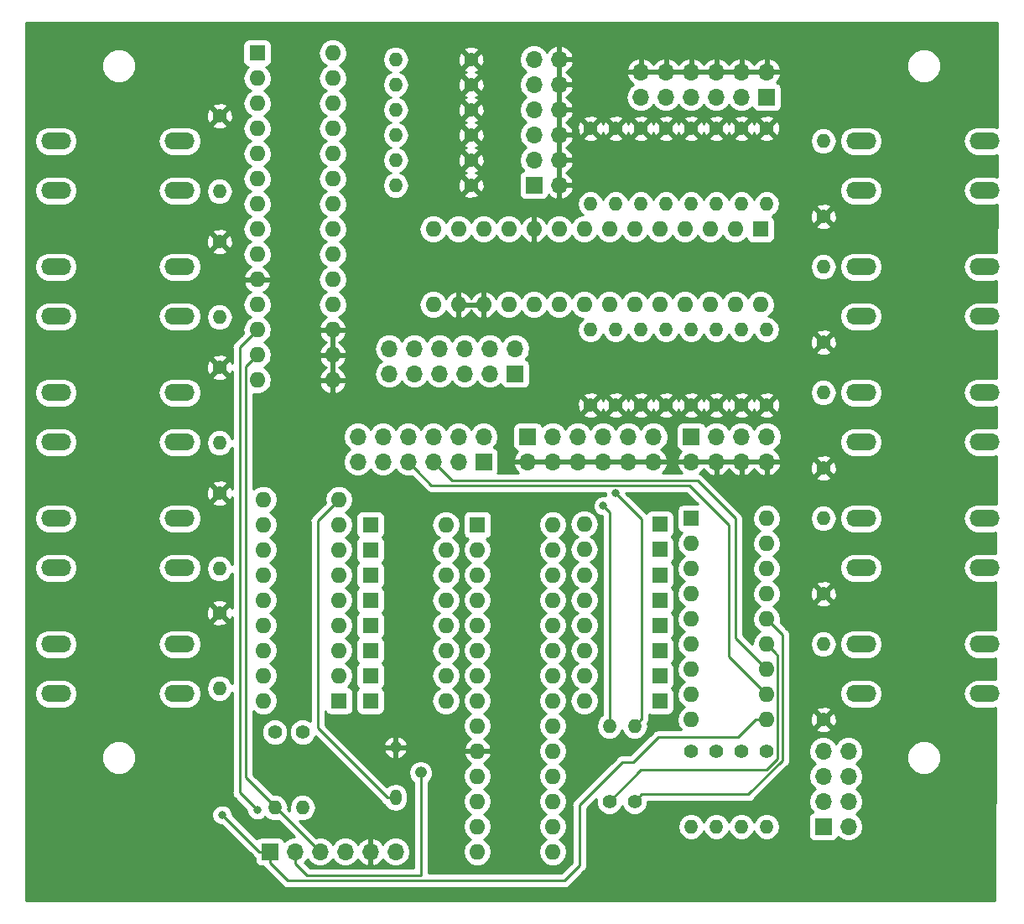
<source format=gbr>
G04 #@! TF.GenerationSoftware,KiCad,Pcbnew,(5.0.1)-4*
G04 #@! TF.CreationDate,2019-02-10T23:48:12-08:00*
G04 #@! TF.ProjectId,ActionPanel,416374696F6E50616E656C2E6B696361,rev?*
G04 #@! TF.SameCoordinates,Original*
G04 #@! TF.FileFunction,Copper,L2,Bot,Signal*
G04 #@! TF.FilePolarity,Positive*
%FSLAX46Y46*%
G04 Gerber Fmt 4.6, Leading zero omitted, Abs format (unit mm)*
G04 Created by KiCad (PCBNEW (5.0.1)-4) date 2/10/2019 11:48:12 PM*
%MOMM*%
%LPD*%
G01*
G04 APERTURE LIST*
G04 #@! TA.AperFunction,ComponentPad*
%ADD10R,1.600000X1.600000*%
G04 #@! TD*
G04 #@! TA.AperFunction,ComponentPad*
%ADD11O,1.600000X1.600000*%
G04 #@! TD*
G04 #@! TA.AperFunction,ComponentPad*
%ADD12R,1.700000X1.700000*%
G04 #@! TD*
G04 #@! TA.AperFunction,ComponentPad*
%ADD13O,1.700000X1.700000*%
G04 #@! TD*
G04 #@! TA.AperFunction,ComponentPad*
%ADD14O,1.200000X1.600000*%
G04 #@! TD*
G04 #@! TA.AperFunction,ComponentPad*
%ADD15O,1.200000X1.200000*%
G04 #@! TD*
G04 #@! TA.AperFunction,ComponentPad*
%ADD16C,1.400000*%
G04 #@! TD*
G04 #@! TA.AperFunction,ComponentPad*
%ADD17O,1.400000X1.400000*%
G04 #@! TD*
G04 #@! TA.AperFunction,ComponentPad*
%ADD18O,3.048000X1.727200*%
G04 #@! TD*
G04 #@! TA.AperFunction,ViaPad*
%ADD19C,0.800000*%
G04 #@! TD*
G04 #@! TA.AperFunction,Conductor*
%ADD20C,0.250000*%
G04 #@! TD*
G04 #@! TA.AperFunction,Conductor*
%ADD21C,0.254000*%
G04 #@! TD*
G04 APERTURE END LIST*
D10*
G04 #@! TO.P,U2,1*
G04 #@! TO.N,Net-(D8-Pad1)*
X129413000Y-118491000D03*
D11*
G04 #@! TO.P,U2,10*
G04 #@! TO.N,/LTEST*
X121793000Y-98171000D03*
G04 #@! TO.P,U2,2*
G04 #@! TO.N,Net-(D7-Pad1)*
X129413000Y-115951000D03*
G04 #@! TO.P,U2,11*
G04 #@! TO.N,/SASL1*
X121793000Y-100711000D03*
G04 #@! TO.P,U2,3*
G04 #@! TO.N,Net-(D6-Pad1)*
X129413000Y-113411000D03*
G04 #@! TO.P,U2,12*
G04 #@! TO.N,/SASL2*
X121793000Y-103251000D03*
G04 #@! TO.P,U2,4*
G04 #@! TO.N,Net-(D5-Pad1)*
X129413000Y-110871000D03*
G04 #@! TO.P,U2,13*
G04 #@! TO.N,/SASL3*
X121793000Y-105791000D03*
G04 #@! TO.P,U2,5*
G04 #@! TO.N,Net-(D4-Pad1)*
X129413000Y-108331000D03*
G04 #@! TO.P,U2,14*
G04 #@! TO.N,/SASL4*
X121793000Y-108331000D03*
G04 #@! TO.P,U2,6*
G04 #@! TO.N,Net-(D3-Pad1)*
X129413000Y-105791000D03*
G04 #@! TO.P,U2,15*
G04 #@! TO.N,/SASL5*
X121793000Y-110871000D03*
G04 #@! TO.P,U2,7*
G04 #@! TO.N,Net-(D2-Pad1)*
X129413000Y-103251000D03*
G04 #@! TO.P,U2,16*
G04 #@! TO.N,/SASL6*
X121793000Y-113411000D03*
G04 #@! TO.P,U2,8*
G04 #@! TO.N,Net-(D1-Pad1)*
X129413000Y-100711000D03*
G04 #@! TO.P,U2,17*
G04 #@! TO.N,/SASL7*
X121793000Y-115951000D03*
G04 #@! TO.P,U2,9*
G04 #@! TO.N,/DIM*
X129413000Y-98171000D03*
G04 #@! TO.P,U2,18*
G04 #@! TO.N,/SASL8*
X121793000Y-118491000D03*
G04 #@! TD*
D12*
G04 #@! TO.P,J1,1*
G04 #@! TO.N,/LTEST*
X122428000Y-133731000D03*
D13*
G04 #@! TO.P,J1,2*
G04 #@! TO.N,Net-(J1-Pad2)*
X124968000Y-133731000D03*
G04 #@! TO.P,J1,3*
G04 #@! TO.N,/SDA*
X127508000Y-133731000D03*
G04 #@! TO.P,J1,4*
G04 #@! TO.N,/SCK*
X130048000Y-133731000D03*
G04 #@! TO.P,J1,5*
G04 #@! TO.N,GND*
X132588000Y-133731000D03*
G04 #@! TO.P,J1,6*
G04 #@! TO.N,+5V*
X135128000Y-133731000D03*
G04 #@! TD*
G04 #@! TO.P,J2,12*
G04 #@! TO.N,+5V*
X134493000Y-82931000D03*
G04 #@! TO.P,J2,11*
G04 #@! TO.N,/SASL1*
X134493000Y-85471000D03*
G04 #@! TO.P,J2,10*
G04 #@! TO.N,+5V*
X137033000Y-82931000D03*
G04 #@! TO.P,J2,9*
G04 #@! TO.N,/SASL2*
X137033000Y-85471000D03*
G04 #@! TO.P,J2,8*
G04 #@! TO.N,+5V*
X139573000Y-82931000D03*
G04 #@! TO.P,J2,7*
G04 #@! TO.N,/SASL3*
X139573000Y-85471000D03*
G04 #@! TO.P,J2,6*
G04 #@! TO.N,+5V*
X142113000Y-82931000D03*
G04 #@! TO.P,J2,5*
G04 #@! TO.N,/SASL4*
X142113000Y-85471000D03*
G04 #@! TO.P,J2,4*
G04 #@! TO.N,+5V*
X144653000Y-82931000D03*
G04 #@! TO.P,J2,3*
G04 #@! TO.N,/SASL5*
X144653000Y-85471000D03*
G04 #@! TO.P,J2,2*
G04 #@! TO.N,+5V*
X147193000Y-82931000D03*
D12*
G04 #@! TO.P,J2,1*
G04 #@! TO.N,/SASL6*
X147193000Y-85471000D03*
G04 #@! TD*
G04 #@! TO.P,J3,1*
G04 #@! TO.N,Net-(J3-Pad1)*
X144018000Y-94361000D03*
D13*
G04 #@! TO.P,J3,2*
G04 #@! TO.N,+5V*
X144018000Y-91821000D03*
G04 #@! TO.P,J3,3*
G04 #@! TO.N,Net-(J3-Pad3)*
X141478000Y-94361000D03*
G04 #@! TO.P,J3,4*
G04 #@! TO.N,+5V*
X141478000Y-91821000D03*
G04 #@! TO.P,J3,5*
G04 #@! TO.N,/SASL10*
X138938000Y-94361000D03*
G04 #@! TO.P,J3,6*
G04 #@! TO.N,+5V*
X138938000Y-91821000D03*
G04 #@! TO.P,J3,7*
G04 #@! TO.N,/SASL9*
X136398000Y-94361000D03*
G04 #@! TO.P,J3,8*
G04 #@! TO.N,+5V*
X136398000Y-91821000D03*
G04 #@! TO.P,J3,9*
G04 #@! TO.N,/SASL8*
X133858000Y-94361000D03*
G04 #@! TO.P,J3,10*
G04 #@! TO.N,+5V*
X133858000Y-91821000D03*
G04 #@! TO.P,J3,11*
G04 #@! TO.N,/SASL7*
X131318000Y-94361000D03*
G04 #@! TO.P,J3,12*
G04 #@! TO.N,+5V*
X131318000Y-91821000D03*
G04 #@! TD*
D12*
G04 #@! TO.P,J4,1*
G04 #@! TO.N,Net-(J4-Pad1)*
X178308000Y-131191000D03*
D13*
G04 #@! TO.P,J4,2*
G04 #@! TO.N,+5V*
X180848000Y-131191000D03*
G04 #@! TO.P,J4,3*
G04 #@! TO.N,Net-(J4-Pad3)*
X178308000Y-128651000D03*
G04 #@! TO.P,J4,4*
G04 #@! TO.N,+5V*
X180848000Y-128651000D03*
G04 #@! TO.P,J4,5*
G04 #@! TO.N,Net-(J4-Pad5)*
X178308000Y-126111000D03*
G04 #@! TO.P,J4,6*
G04 #@! TO.N,+5V*
X180848000Y-126111000D03*
G04 #@! TO.P,J4,7*
G04 #@! TO.N,Net-(J4-Pad7)*
X178308000Y-123571000D03*
G04 #@! TO.P,J4,8*
G04 #@! TO.N,+5V*
X180848000Y-123571000D03*
G04 #@! TD*
G04 #@! TO.P,J5,12*
G04 #@! TO.N,GND*
X159893000Y-54991000D03*
G04 #@! TO.P,J5,11*
G04 #@! TO.N,/SAS6*
X159893000Y-57531000D03*
G04 #@! TO.P,J5,10*
G04 #@! TO.N,GND*
X162433000Y-54991000D03*
G04 #@! TO.P,J5,9*
G04 #@! TO.N,/SAS5*
X162433000Y-57531000D03*
G04 #@! TO.P,J5,8*
G04 #@! TO.N,GND*
X164973000Y-54991000D03*
G04 #@! TO.P,J5,7*
G04 #@! TO.N,/SAS4*
X164973000Y-57531000D03*
G04 #@! TO.P,J5,6*
G04 #@! TO.N,GND*
X167513000Y-54991000D03*
G04 #@! TO.P,J5,5*
G04 #@! TO.N,/SAS3*
X167513000Y-57531000D03*
G04 #@! TO.P,J5,4*
G04 #@! TO.N,GND*
X170053000Y-54991000D03*
G04 #@! TO.P,J5,3*
G04 #@! TO.N,/SAS2*
X170053000Y-57531000D03*
G04 #@! TO.P,J5,2*
G04 #@! TO.N,GND*
X172593000Y-54991000D03*
D12*
G04 #@! TO.P,J5,1*
G04 #@! TO.N,/SAS1*
X172593000Y-57531000D03*
G04 #@! TD*
G04 #@! TO.P,J6,1*
G04 #@! TO.N,/SAS7*
X148463000Y-91821000D03*
D13*
G04 #@! TO.P,J6,2*
G04 #@! TO.N,GND*
X148463000Y-94361000D03*
G04 #@! TO.P,J6,3*
G04 #@! TO.N,/SAS8*
X151003000Y-91821000D03*
G04 #@! TO.P,J6,4*
G04 #@! TO.N,GND*
X151003000Y-94361000D03*
G04 #@! TO.P,J6,5*
G04 #@! TO.N,/SAS9*
X153543000Y-91821000D03*
G04 #@! TO.P,J6,6*
G04 #@! TO.N,GND*
X153543000Y-94361000D03*
G04 #@! TO.P,J6,7*
G04 #@! TO.N,/SAS10*
X156083000Y-91821000D03*
G04 #@! TO.P,J6,8*
G04 #@! TO.N,GND*
X156083000Y-94361000D03*
G04 #@! TO.P,J6,9*
G04 #@! TO.N,/SASC*
X158623000Y-91821000D03*
G04 #@! TO.P,J6,10*
G04 #@! TO.N,GND*
X158623000Y-94361000D03*
G04 #@! TO.P,J6,11*
G04 #@! TO.N,/ATB*
X161163000Y-91821000D03*
G04 #@! TO.P,J6,12*
G04 #@! TO.N,GND*
X161163000Y-94361000D03*
G04 #@! TD*
G04 #@! TO.P,J7,8*
G04 #@! TO.N,GND*
X172593000Y-94361000D03*
G04 #@! TO.P,J7,7*
G04 #@! TO.N,/UNO3*
X172593000Y-91821000D03*
G04 #@! TO.P,J7,6*
G04 #@! TO.N,GND*
X170053000Y-94361000D03*
G04 #@! TO.P,J7,5*
G04 #@! TO.N,/UNO2*
X170053000Y-91821000D03*
G04 #@! TO.P,J7,4*
G04 #@! TO.N,GND*
X167513000Y-94361000D03*
G04 #@! TO.P,J7,3*
G04 #@! TO.N,/UNO1*
X167513000Y-91821000D03*
G04 #@! TO.P,J7,2*
G04 #@! TO.N,GND*
X164973000Y-94361000D03*
D12*
G04 #@! TO.P,J7,1*
G04 #@! TO.N,/RST*
X164973000Y-91821000D03*
G04 #@! TD*
G04 #@! TO.P,J8,1*
G04 #@! TO.N,/LSW*
X149098000Y-66421000D03*
D13*
G04 #@! TO.P,J8,2*
G04 #@! TO.N,GND*
X151638000Y-66421000D03*
G04 #@! TO.P,J8,3*
G04 #@! TO.N,/GSW*
X149098000Y-63881000D03*
G04 #@! TO.P,J8,4*
G04 #@! TO.N,GND*
X151638000Y-63881000D03*
G04 #@! TO.P,J8,5*
G04 #@! TO.N,/BSW*
X149098000Y-61341000D03*
G04 #@! TO.P,J8,6*
G04 #@! TO.N,GND*
X151638000Y-61341000D03*
G04 #@! TO.P,J8,7*
G04 #@! TO.N,/RSW*
X149098000Y-58801000D03*
G04 #@! TO.P,J8,8*
G04 #@! TO.N,GND*
X151638000Y-58801000D03*
G04 #@! TO.P,J8,9*
G04 #@! TO.N,/STSW*
X149098000Y-56261000D03*
G04 #@! TO.P,J8,10*
G04 #@! TO.N,GND*
X151638000Y-56261000D03*
G04 #@! TO.P,J8,11*
G04 #@! TO.N,/ASW*
X149098000Y-53721000D03*
G04 #@! TO.P,J8,12*
G04 #@! TO.N,GND*
X151638000Y-53721000D03*
G04 #@! TD*
D14*
G04 #@! TO.P,Q1,1*
G04 #@! TO.N,/DIM*
X135128000Y-128270000D03*
D15*
G04 #@! TO.P,Q1,2*
G04 #@! TO.N,Net-(J1-Pad2)*
X137668000Y-125730000D03*
G04 #@! TO.P,Q1,3*
G04 #@! TO.N,GND*
X135128000Y-123190000D03*
G04 #@! TD*
D16*
G04 #@! TO.P,R1,1*
G04 #@! TO.N,+5V*
X122936000Y-121666000D03*
D17*
G04 #@! TO.P,R1,2*
G04 #@! TO.N,/SDA*
X122936000Y-129286000D03*
G04 #@! TD*
D16*
G04 #@! TO.P,R2,1*
G04 #@! TO.N,+5V*
X125730000Y-121666000D03*
D17*
G04 #@! TO.P,R2,2*
G04 #@! TO.N,/SCK*
X125730000Y-129286000D03*
G04 #@! TD*
D16*
G04 #@! TO.P,R7,1*
G04 #@! TO.N,/LGTL*
X156718000Y-128651000D03*
D17*
G04 #@! TO.P,R7,2*
G04 #@! TO.N,Net-(J3-Pad3)*
X156718000Y-121031000D03*
G04 #@! TD*
G04 #@! TO.P,R8,2*
G04 #@! TO.N,Net-(J3-Pad1)*
X159258000Y-121031000D03*
D16*
G04 #@! TO.P,R8,1*
G04 #@! TO.N,/GRL*
X159258000Y-128651000D03*
G04 #@! TD*
G04 #@! TO.P,R9,1*
G04 #@! TO.N,/BRKL*
X172593000Y-123571000D03*
D17*
G04 #@! TO.P,R9,2*
G04 #@! TO.N,Net-(J4-Pad1)*
X172593000Y-131191000D03*
G04 #@! TD*
G04 #@! TO.P,R10,2*
G04 #@! TO.N,Net-(J4-Pad3)*
X170053000Y-131191000D03*
D16*
G04 #@! TO.P,R10,1*
G04 #@! TO.N,/RCSL*
X170053000Y-123571000D03*
G04 #@! TD*
G04 #@! TO.P,R11,1*
G04 #@! TO.N,/UNI1*
X167513000Y-123571000D03*
D17*
G04 #@! TO.P,R11,2*
G04 #@! TO.N,Net-(J4-Pad5)*
X167513000Y-131191000D03*
G04 #@! TD*
G04 #@! TO.P,R12,2*
G04 #@! TO.N,Net-(J4-Pad7)*
X164973000Y-131191000D03*
D16*
G04 #@! TO.P,R12,1*
G04 #@! TO.N,/UNI2*
X164973000Y-123571000D03*
G04 #@! TD*
G04 #@! TO.P,R13,1*
G04 #@! TO.N,GND*
X172593000Y-60706000D03*
D17*
G04 #@! TO.P,R13,2*
G04 #@! TO.N,/SAS1*
X172593000Y-68326000D03*
G04 #@! TD*
D16*
G04 #@! TO.P,R14,1*
G04 #@! TO.N,GND*
X157353000Y-60706000D03*
D17*
G04 #@! TO.P,R14,2*
G04 #@! TO.N,/SAS7*
X157353000Y-68326000D03*
G04 #@! TD*
G04 #@! TO.P,R15,2*
G04 #@! TO.N,/SAS2*
X170053000Y-68326000D03*
D16*
G04 #@! TO.P,R15,1*
G04 #@! TO.N,GND*
X170053000Y-60706000D03*
G04 #@! TD*
D17*
G04 #@! TO.P,R16,2*
G04 #@! TO.N,/SAS8*
X154813000Y-68326000D03*
D16*
G04 #@! TO.P,R16,1*
G04 #@! TO.N,GND*
X154813000Y-60706000D03*
G04 #@! TD*
G04 #@! TO.P,R17,1*
G04 #@! TO.N,GND*
X164973000Y-88646000D03*
D17*
G04 #@! TO.P,R17,2*
G04 #@! TO.N,/RST*
X164973000Y-81026000D03*
G04 #@! TD*
D16*
G04 #@! TO.P,R18,1*
G04 #@! TO.N,GND*
X167513000Y-60706000D03*
D17*
G04 #@! TO.P,R18,2*
G04 #@! TO.N,/SAS3*
X167513000Y-68326000D03*
G04 #@! TD*
D16*
G04 #@! TO.P,R19,1*
G04 #@! TO.N,GND*
X154813000Y-88646000D03*
D17*
G04 #@! TO.P,R19,2*
G04 #@! TO.N,/SAS9*
X154813000Y-81026000D03*
G04 #@! TD*
G04 #@! TO.P,R20,2*
G04 #@! TO.N,/UNO1*
X167513000Y-81026000D03*
D16*
G04 #@! TO.P,R20,1*
G04 #@! TO.N,GND*
X167513000Y-88646000D03*
G04 #@! TD*
D17*
G04 #@! TO.P,R23,2*
G04 #@! TO.N,/SAS4*
X164973000Y-68326000D03*
D16*
G04 #@! TO.P,R23,1*
G04 #@! TO.N,GND*
X164973000Y-60706000D03*
G04 #@! TD*
D17*
G04 #@! TO.P,R24,2*
G04 #@! TO.N,/SAS10*
X157353000Y-81026000D03*
D16*
G04 #@! TO.P,R24,1*
G04 #@! TO.N,GND*
X157353000Y-88646000D03*
G04 #@! TD*
G04 #@! TO.P,R25,1*
G04 #@! TO.N,GND*
X170053000Y-88646000D03*
D17*
G04 #@! TO.P,R25,2*
G04 #@! TO.N,/UNO2*
X170053000Y-81026000D03*
G04 #@! TD*
D16*
G04 #@! TO.P,R26,1*
G04 #@! TO.N,GND*
X162433000Y-60706000D03*
D17*
G04 #@! TO.P,R26,2*
G04 #@! TO.N,/SAS5*
X162433000Y-68326000D03*
G04 #@! TD*
D16*
G04 #@! TO.P,R27,1*
G04 #@! TO.N,GND*
X159893000Y-88646000D03*
D17*
G04 #@! TO.P,R27,2*
G04 #@! TO.N,/SASC*
X159893000Y-81026000D03*
G04 #@! TD*
G04 #@! TO.P,R28,2*
G04 #@! TO.N,/UNO3*
X172593000Y-81026000D03*
D16*
G04 #@! TO.P,R28,1*
G04 #@! TO.N,GND*
X172593000Y-88646000D03*
G04 #@! TD*
D17*
G04 #@! TO.P,R29,2*
G04 #@! TO.N,/SAS6*
X159893000Y-68326000D03*
D16*
G04 #@! TO.P,R29,1*
G04 #@! TO.N,GND*
X159893000Y-60706000D03*
G04 #@! TD*
D17*
G04 #@! TO.P,R30,2*
G04 #@! TO.N,/ATB*
X162433000Y-81026000D03*
D16*
G04 #@! TO.P,R30,1*
G04 #@! TO.N,GND*
X162433000Y-88646000D03*
G04 #@! TD*
D17*
G04 #@! TO.P,R31,2*
G04 #@! TO.N,/LSW*
X135128000Y-66421000D03*
D16*
G04 #@! TO.P,R31,1*
G04 #@! TO.N,GND*
X142748000Y-66421000D03*
G04 #@! TD*
D17*
G04 #@! TO.P,R32,2*
G04 #@! TO.N,/GSW*
X135128000Y-63881000D03*
D16*
G04 #@! TO.P,R32,1*
G04 #@! TO.N,GND*
X142748000Y-63881000D03*
G04 #@! TD*
D17*
G04 #@! TO.P,R33,2*
G04 #@! TO.N,/BSW*
X135128000Y-61341000D03*
D16*
G04 #@! TO.P,R33,1*
G04 #@! TO.N,GND*
X142748000Y-61341000D03*
G04 #@! TD*
G04 #@! TO.P,R34,1*
G04 #@! TO.N,GND*
X142748000Y-58801000D03*
D17*
G04 #@! TO.P,R34,2*
G04 #@! TO.N,/RSW*
X135128000Y-58801000D03*
G04 #@! TD*
D16*
G04 #@! TO.P,R35,1*
G04 #@! TO.N,GND*
X142748000Y-56261000D03*
D17*
G04 #@! TO.P,R35,2*
G04 #@! TO.N,/STSW*
X135128000Y-56261000D03*
G04 #@! TD*
D16*
G04 #@! TO.P,R36,1*
G04 #@! TO.N,GND*
X117348000Y-59436000D03*
D17*
G04 #@! TO.P,R36,2*
G04 #@! TO.N,/AG1*
X117348000Y-67056000D03*
G04 #@! TD*
G04 #@! TO.P,R37,2*
G04 #@! TO.N,/AG2*
X117348000Y-79756000D03*
D16*
G04 #@! TO.P,R37,1*
G04 #@! TO.N,GND*
X117348000Y-72136000D03*
G04 #@! TD*
G04 #@! TO.P,R38,1*
G04 #@! TO.N,GND*
X117348000Y-84836000D03*
D17*
G04 #@! TO.P,R38,2*
G04 #@! TO.N,/AG3*
X117348000Y-92456000D03*
G04 #@! TD*
G04 #@! TO.P,R39,2*
G04 #@! TO.N,/AG4*
X117348000Y-105156000D03*
D16*
G04 #@! TO.P,R39,1*
G04 #@! TO.N,GND*
X117348000Y-97536000D03*
G04 #@! TD*
G04 #@! TO.P,R40,1*
G04 #@! TO.N,GND*
X117348000Y-109601000D03*
D17*
G04 #@! TO.P,R40,2*
G04 #@! TO.N,/AG5*
X117348000Y-117221000D03*
G04 #@! TD*
G04 #@! TO.P,R41,2*
G04 #@! TO.N,/AG6*
X178308000Y-61976000D03*
D16*
G04 #@! TO.P,R41,1*
G04 #@! TO.N,GND*
X178308000Y-69596000D03*
G04 #@! TD*
G04 #@! TO.P,R42,1*
G04 #@! TO.N,GND*
X178308000Y-82296000D03*
D17*
G04 #@! TO.P,R42,2*
G04 #@! TO.N,/AG7*
X178308000Y-74676000D03*
G04 #@! TD*
G04 #@! TO.P,R43,2*
G04 #@! TO.N,/AG8*
X178308000Y-87376000D03*
D16*
G04 #@! TO.P,R43,1*
G04 #@! TO.N,GND*
X178308000Y-94996000D03*
G04 #@! TD*
G04 #@! TO.P,R44,1*
G04 #@! TO.N,GND*
X178308000Y-107696000D03*
D17*
G04 #@! TO.P,R44,2*
G04 #@! TO.N,/AG9*
X178308000Y-100076000D03*
G04 #@! TD*
G04 #@! TO.P,R45,2*
G04 #@! TO.N,/AG10*
X178308000Y-112776000D03*
D16*
G04 #@! TO.P,R45,1*
G04 #@! TO.N,GND*
X178308000Y-120396000D03*
G04 #@! TD*
D17*
G04 #@! TO.P,R46,2*
G04 #@! TO.N,/ASW*
X135128000Y-53721000D03*
D16*
G04 #@! TO.P,R46,1*
G04 #@! TO.N,GND*
X142748000Y-53721000D03*
G04 #@! TD*
D18*
G04 #@! TO.P,SW1,1*
G04 #@! TO.N,/AG1*
X113338000Y-61976000D03*
G04 #@! TO.P,SW1,2*
G04 #@! TO.N,+5V*
X113338000Y-66976000D03*
G04 #@! TO.P,SW1,1*
G04 #@! TO.N,/AG1*
X100838000Y-61976000D03*
G04 #@! TO.P,SW1,2*
G04 #@! TO.N,+5V*
X100838000Y-66976000D03*
G04 #@! TD*
G04 #@! TO.P,SW2,1*
G04 #@! TO.N,/AG2*
X113338000Y-74676000D03*
G04 #@! TO.P,SW2,2*
G04 #@! TO.N,+5V*
X113338000Y-79676000D03*
G04 #@! TO.P,SW2,1*
G04 #@! TO.N,/AG2*
X100838000Y-74676000D03*
G04 #@! TO.P,SW2,2*
G04 #@! TO.N,+5V*
X100838000Y-79676000D03*
G04 #@! TD*
G04 #@! TO.P,SW3,1*
G04 #@! TO.N,/AG3*
X113338000Y-87376000D03*
G04 #@! TO.P,SW3,2*
G04 #@! TO.N,+5V*
X113338000Y-92376000D03*
G04 #@! TO.P,SW3,1*
G04 #@! TO.N,/AG3*
X100838000Y-87376000D03*
G04 #@! TO.P,SW3,2*
G04 #@! TO.N,+5V*
X100838000Y-92376000D03*
G04 #@! TD*
G04 #@! TO.P,SW4,1*
G04 #@! TO.N,/AG4*
X113338000Y-100076000D03*
G04 #@! TO.P,SW4,2*
G04 #@! TO.N,+5V*
X113338000Y-105076000D03*
G04 #@! TO.P,SW4,1*
G04 #@! TO.N,/AG4*
X100838000Y-100076000D03*
G04 #@! TO.P,SW4,2*
G04 #@! TO.N,+5V*
X100838000Y-105076000D03*
G04 #@! TD*
G04 #@! TO.P,SW5,2*
G04 #@! TO.N,+5V*
X100838000Y-117776000D03*
G04 #@! TO.P,SW5,1*
G04 #@! TO.N,/AG5*
X100838000Y-112776000D03*
G04 #@! TO.P,SW5,2*
G04 #@! TO.N,+5V*
X113338000Y-117776000D03*
G04 #@! TO.P,SW5,1*
G04 #@! TO.N,/AG5*
X113338000Y-112776000D03*
G04 #@! TD*
G04 #@! TO.P,SW6,2*
G04 #@! TO.N,+5V*
X182118000Y-66976000D03*
G04 #@! TO.P,SW6,1*
G04 #@! TO.N,/AG6*
X182118000Y-61976000D03*
G04 #@! TO.P,SW6,2*
G04 #@! TO.N,+5V*
X194618000Y-66976000D03*
G04 #@! TO.P,SW6,1*
G04 #@! TO.N,/AG6*
X194618000Y-61976000D03*
G04 #@! TD*
G04 #@! TO.P,SW7,1*
G04 #@! TO.N,/AG7*
X194618000Y-74676000D03*
G04 #@! TO.P,SW7,2*
G04 #@! TO.N,+5V*
X194618000Y-79676000D03*
G04 #@! TO.P,SW7,1*
G04 #@! TO.N,/AG7*
X182118000Y-74676000D03*
G04 #@! TO.P,SW7,2*
G04 #@! TO.N,+5V*
X182118000Y-79676000D03*
G04 #@! TD*
G04 #@! TO.P,SW8,2*
G04 #@! TO.N,+5V*
X182118000Y-92376000D03*
G04 #@! TO.P,SW8,1*
G04 #@! TO.N,/AG8*
X182118000Y-87376000D03*
G04 #@! TO.P,SW8,2*
G04 #@! TO.N,+5V*
X194618000Y-92376000D03*
G04 #@! TO.P,SW8,1*
G04 #@! TO.N,/AG8*
X194618000Y-87376000D03*
G04 #@! TD*
G04 #@! TO.P,SW9,2*
G04 #@! TO.N,+5V*
X182118000Y-105076000D03*
G04 #@! TO.P,SW9,1*
G04 #@! TO.N,/AG9*
X182118000Y-100076000D03*
G04 #@! TO.P,SW9,2*
G04 #@! TO.N,+5V*
X194618000Y-105076000D03*
G04 #@! TO.P,SW9,1*
G04 #@! TO.N,/AG9*
X194618000Y-100076000D03*
G04 #@! TD*
G04 #@! TO.P,SW10,2*
G04 #@! TO.N,+5V*
X182118000Y-117776000D03*
G04 #@! TO.P,SW10,1*
G04 #@! TO.N,/AG10*
X182118000Y-112776000D03*
G04 #@! TO.P,SW10,2*
G04 #@! TO.N,+5V*
X194618000Y-117776000D03*
G04 #@! TO.P,SW10,1*
G04 #@! TO.N,/AG10*
X194618000Y-112776000D03*
G04 #@! TD*
D11*
G04 #@! TO.P,D1,2*
G04 #@! TO.N,Net-(D1-Pad2)*
X140208000Y-100711000D03*
D10*
G04 #@! TO.P,D1,1*
G04 #@! TO.N,Net-(D1-Pad1)*
X132588000Y-100711000D03*
G04 #@! TD*
G04 #@! TO.P,D2,1*
G04 #@! TO.N,Net-(D2-Pad1)*
X132588000Y-103251000D03*
D11*
G04 #@! TO.P,D2,2*
G04 #@! TO.N,Net-(D2-Pad2)*
X140208000Y-103251000D03*
G04 #@! TD*
G04 #@! TO.P,D3,2*
G04 #@! TO.N,Net-(D3-Pad2)*
X140208000Y-105806001D03*
D10*
G04 #@! TO.P,D3,1*
G04 #@! TO.N,Net-(D3-Pad1)*
X132588000Y-105806001D03*
G04 #@! TD*
G04 #@! TO.P,D4,1*
G04 #@! TO.N,Net-(D4-Pad1)*
X132588000Y-108331000D03*
D11*
G04 #@! TO.P,D4,2*
G04 #@! TO.N,Net-(D4-Pad2)*
X140208000Y-108331000D03*
G04 #@! TD*
G04 #@! TO.P,D5,2*
G04 #@! TO.N,Net-(D5-Pad2)*
X140208000Y-110871000D03*
D10*
G04 #@! TO.P,D5,1*
G04 #@! TO.N,Net-(D5-Pad1)*
X132588000Y-110871000D03*
G04 #@! TD*
G04 #@! TO.P,D6,1*
G04 #@! TO.N,Net-(D6-Pad1)*
X132588000Y-113411000D03*
D11*
G04 #@! TO.P,D6,2*
G04 #@! TO.N,Net-(D6-Pad2)*
X140208000Y-113411000D03*
G04 #@! TD*
G04 #@! TO.P,D7,2*
G04 #@! TO.N,Net-(D7-Pad2)*
X140208000Y-115951000D03*
D10*
G04 #@! TO.P,D7,1*
G04 #@! TO.N,Net-(D7-Pad1)*
X132588000Y-115951000D03*
G04 #@! TD*
G04 #@! TO.P,D8,1*
G04 #@! TO.N,Net-(D8-Pad1)*
X132588000Y-118491000D03*
D11*
G04 #@! TO.P,D8,2*
G04 #@! TO.N,Net-(D8-Pad2)*
X140208000Y-118491000D03*
G04 #@! TD*
D10*
G04 #@! TO.P,D9,1*
G04 #@! TO.N,Net-(D9-Pad1)*
X161798000Y-118491000D03*
D11*
G04 #@! TO.P,D9,2*
G04 #@! TO.N,Net-(D9-Pad2)*
X154178000Y-118491000D03*
G04 #@! TD*
G04 #@! TO.P,D10,2*
G04 #@! TO.N,Net-(D10-Pad2)*
X154178000Y-115951000D03*
D10*
G04 #@! TO.P,D10,1*
G04 #@! TO.N,Net-(D10-Pad1)*
X161798000Y-115951000D03*
G04 #@! TD*
G04 #@! TO.P,D11,1*
G04 #@! TO.N,Net-(D11-Pad1)*
X161798000Y-113411000D03*
D11*
G04 #@! TO.P,D11,2*
G04 #@! TO.N,Net-(D11-Pad2)*
X154178000Y-113411000D03*
G04 #@! TD*
G04 #@! TO.P,D12,2*
G04 #@! TO.N,Net-(D12-Pad2)*
X154178000Y-110871000D03*
D10*
G04 #@! TO.P,D12,1*
G04 #@! TO.N,Net-(D12-Pad1)*
X161798000Y-110871000D03*
G04 #@! TD*
G04 #@! TO.P,D13,1*
G04 #@! TO.N,Net-(D13-Pad1)*
X161798000Y-108331000D03*
D11*
G04 #@! TO.P,D13,2*
G04 #@! TO.N,Net-(D13-Pad2)*
X154178000Y-108331000D03*
G04 #@! TD*
G04 #@! TO.P,D14,2*
G04 #@! TO.N,Net-(D14-Pad2)*
X154178000Y-105791000D03*
D10*
G04 #@! TO.P,D14,1*
G04 #@! TO.N,Net-(D14-Pad1)*
X161798000Y-105791000D03*
G04 #@! TD*
G04 #@! TO.P,D15,1*
G04 #@! TO.N,Net-(D15-Pad1)*
X161792999Y-103205999D03*
D11*
G04 #@! TO.P,D15,2*
G04 #@! TO.N,Net-(D15-Pad2)*
X154172999Y-103205999D03*
G04 #@! TD*
G04 #@! TO.P,D16,2*
G04 #@! TO.N,Net-(D16-Pad2)*
X154172999Y-100655999D03*
D10*
G04 #@! TO.P,D16,1*
G04 #@! TO.N,Net-(D16-Pad1)*
X161792999Y-100655999D03*
G04 #@! TD*
G04 #@! TO.P,U1,1*
G04 #@! TO.N,Net-(D1-Pad2)*
X143383000Y-100711000D03*
D11*
G04 #@! TO.P,U1,15*
G04 #@! TO.N,+5V*
X151003000Y-133731000D03*
G04 #@! TO.P,U1,2*
G04 #@! TO.N,Net-(D2-Pad2)*
X143383000Y-103251000D03*
G04 #@! TO.P,U1,16*
G04 #@! TO.N,+5V*
X151003000Y-131191000D03*
G04 #@! TO.P,U1,3*
G04 #@! TO.N,Net-(D3-Pad2)*
X143383000Y-105791000D03*
G04 #@! TO.P,U1,17*
G04 #@! TO.N,+5V*
X151003000Y-128651000D03*
G04 #@! TO.P,U1,4*
G04 #@! TO.N,Net-(D4-Pad2)*
X143383000Y-108331000D03*
G04 #@! TO.P,U1,18*
G04 #@! TO.N,+5V*
X151003000Y-126111000D03*
G04 #@! TO.P,U1,5*
G04 #@! TO.N,Net-(D5-Pad2)*
X143383000Y-110871000D03*
G04 #@! TO.P,U1,19*
G04 #@! TO.N,Net-(U1-Pad19)*
X151003000Y-123571000D03*
G04 #@! TO.P,U1,6*
G04 #@! TO.N,Net-(D6-Pad2)*
X143383000Y-113411000D03*
G04 #@! TO.P,U1,20*
G04 #@! TO.N,Net-(U1-Pad20)*
X151003000Y-121031000D03*
G04 #@! TO.P,U1,7*
G04 #@! TO.N,Net-(D7-Pad2)*
X143383000Y-115951000D03*
G04 #@! TO.P,U1,21*
G04 #@! TO.N,Net-(D9-Pad2)*
X151003000Y-118491000D03*
G04 #@! TO.P,U1,8*
G04 #@! TO.N,Net-(D8-Pad2)*
X143383000Y-118491000D03*
G04 #@! TO.P,U1,22*
G04 #@! TO.N,Net-(D10-Pad2)*
X151003000Y-115951000D03*
G04 #@! TO.P,U1,9*
G04 #@! TO.N,+5V*
X143383000Y-121031000D03*
G04 #@! TO.P,U1,23*
G04 #@! TO.N,Net-(D11-Pad2)*
X151003000Y-113411000D03*
G04 #@! TO.P,U1,10*
G04 #@! TO.N,GND*
X143383000Y-123571000D03*
G04 #@! TO.P,U1,24*
G04 #@! TO.N,Net-(D12-Pad2)*
X151003000Y-110871000D03*
G04 #@! TO.P,U1,11*
G04 #@! TO.N,Net-(U1-Pad11)*
X143383000Y-126111000D03*
G04 #@! TO.P,U1,25*
G04 #@! TO.N,Net-(D13-Pad2)*
X151003000Y-108331000D03*
G04 #@! TO.P,U1,12*
G04 #@! TO.N,/SCK*
X143383000Y-128651000D03*
G04 #@! TO.P,U1,26*
G04 #@! TO.N,Net-(D14-Pad2)*
X151003000Y-105791000D03*
G04 #@! TO.P,U1,13*
G04 #@! TO.N,/SDA*
X143383000Y-131191000D03*
G04 #@! TO.P,U1,27*
G04 #@! TO.N,Net-(D15-Pad2)*
X151003000Y-103251000D03*
G04 #@! TO.P,U1,14*
G04 #@! TO.N,Net-(U1-Pad14)*
X143383000Y-133731000D03*
G04 #@! TO.P,U1,28*
G04 #@! TO.N,Net-(D16-Pad2)*
X151003000Y-100711000D03*
G04 #@! TD*
D10*
G04 #@! TO.P,U3,1*
G04 #@! TO.N,Net-(D16-Pad1)*
X164973000Y-100076000D03*
D11*
G04 #@! TO.P,U3,10*
G04 #@! TO.N,/LTEST*
X172593000Y-120396000D03*
G04 #@! TO.P,U3,2*
G04 #@! TO.N,Net-(D15-Pad1)*
X164973000Y-102616000D03*
G04 #@! TO.P,U3,11*
G04 #@! TO.N,/SASL9*
X172593000Y-117856000D03*
G04 #@! TO.P,U3,3*
G04 #@! TO.N,Net-(D14-Pad1)*
X164973000Y-105156000D03*
G04 #@! TO.P,U3,12*
G04 #@! TO.N,/SASL10*
X172593000Y-115316000D03*
G04 #@! TO.P,U3,4*
G04 #@! TO.N,Net-(D13-Pad1)*
X164973000Y-107696000D03*
G04 #@! TO.P,U3,13*
G04 #@! TO.N,/LGTL*
X172593000Y-112776000D03*
G04 #@! TO.P,U3,5*
G04 #@! TO.N,Net-(D12-Pad1)*
X164973000Y-110236000D03*
G04 #@! TO.P,U3,14*
G04 #@! TO.N,/GRL*
X172593000Y-110236000D03*
G04 #@! TO.P,U3,6*
G04 #@! TO.N,Net-(D11-Pad1)*
X164973000Y-112776000D03*
G04 #@! TO.P,U3,15*
G04 #@! TO.N,/BRKL*
X172593000Y-107696000D03*
G04 #@! TO.P,U3,7*
G04 #@! TO.N,Net-(D10-Pad1)*
X164973000Y-115316000D03*
G04 #@! TO.P,U3,16*
G04 #@! TO.N,/RCSL*
X172593000Y-105156000D03*
G04 #@! TO.P,U3,8*
G04 #@! TO.N,Net-(D9-Pad1)*
X164973000Y-117856000D03*
G04 #@! TO.P,U3,17*
G04 #@! TO.N,/UNI1*
X172593000Y-102616000D03*
G04 #@! TO.P,U3,9*
G04 #@! TO.N,/DIM*
X164973000Y-120396000D03*
G04 #@! TO.P,U3,18*
G04 #@! TO.N,/UNI2*
X172593000Y-100076000D03*
G04 #@! TD*
D10*
G04 #@! TO.P,U4,1*
G04 #@! TO.N,/SAS1*
X171958000Y-70866000D03*
D11*
G04 #@! TO.P,U4,15*
G04 #@! TO.N,+5V*
X138938000Y-78486000D03*
G04 #@! TO.P,U4,2*
G04 #@! TO.N,/SAS2*
X169418000Y-70866000D03*
G04 #@! TO.P,U4,16*
G04 #@! TO.N,GND*
X141478000Y-78486000D03*
G04 #@! TO.P,U4,3*
G04 #@! TO.N,/SAS3*
X166878000Y-70866000D03*
G04 #@! TO.P,U4,17*
G04 #@! TO.N,GND*
X144018000Y-78486000D03*
G04 #@! TO.P,U4,4*
G04 #@! TO.N,/SAS4*
X164338000Y-70866000D03*
G04 #@! TO.P,U4,18*
G04 #@! TO.N,+5V*
X146558000Y-78486000D03*
G04 #@! TO.P,U4,5*
G04 #@! TO.N,/SAS5*
X161798000Y-70866000D03*
G04 #@! TO.P,U4,19*
G04 #@! TO.N,Net-(U4-Pad19)*
X149098000Y-78486000D03*
G04 #@! TO.P,U4,6*
G04 #@! TO.N,/SAS6*
X159258000Y-70866000D03*
G04 #@! TO.P,U4,20*
G04 #@! TO.N,Net-(U4-Pad20)*
X151638000Y-78486000D03*
G04 #@! TO.P,U4,7*
G04 #@! TO.N,/SAS7*
X156718000Y-70866000D03*
G04 #@! TO.P,U4,21*
G04 #@! TO.N,/SAS9*
X154178000Y-78486000D03*
G04 #@! TO.P,U4,8*
G04 #@! TO.N,/SAS8*
X154178000Y-70866000D03*
G04 #@! TO.P,U4,22*
G04 #@! TO.N,/SAS10*
X156718000Y-78486000D03*
G04 #@! TO.P,U4,9*
G04 #@! TO.N,+5V*
X151638000Y-70866000D03*
G04 #@! TO.P,U4,23*
G04 #@! TO.N,/SASC*
X159258000Y-78486000D03*
G04 #@! TO.P,U4,10*
G04 #@! TO.N,GND*
X149098000Y-70866000D03*
G04 #@! TO.P,U4,24*
G04 #@! TO.N,/ATB*
X161798000Y-78486000D03*
G04 #@! TO.P,U4,11*
G04 #@! TO.N,Net-(U4-Pad11)*
X146558000Y-70866000D03*
G04 #@! TO.P,U4,25*
G04 #@! TO.N,/RST*
X164338000Y-78486000D03*
G04 #@! TO.P,U4,12*
G04 #@! TO.N,/SCK*
X144018000Y-70866000D03*
G04 #@! TO.P,U4,26*
G04 #@! TO.N,/UNO1*
X166878000Y-78486000D03*
G04 #@! TO.P,U4,13*
G04 #@! TO.N,/SDA*
X141478000Y-70866000D03*
G04 #@! TO.P,U4,27*
G04 #@! TO.N,/UNO2*
X169418000Y-78486000D03*
G04 #@! TO.P,U4,14*
G04 #@! TO.N,Net-(U4-Pad14)*
X138938000Y-70866000D03*
G04 #@! TO.P,U4,28*
G04 #@! TO.N,/UNO3*
X171958000Y-78486000D03*
G04 #@! TD*
G04 #@! TO.P,U5,28*
G04 #@! TO.N,/AG9*
X128778000Y-53086000D03*
G04 #@! TO.P,U5,14*
G04 #@! TO.N,Net-(U5-Pad14)*
X121158000Y-86106000D03*
G04 #@! TO.P,U5,27*
G04 #@! TO.N,/AG10*
X128778000Y-55626000D03*
G04 #@! TO.P,U5,13*
G04 #@! TO.N,/SDA*
X121158000Y-83566000D03*
G04 #@! TO.P,U5,26*
G04 #@! TO.N,/ASW*
X128778000Y-58166000D03*
G04 #@! TO.P,U5,12*
G04 #@! TO.N,/SCK*
X121158000Y-81026000D03*
G04 #@! TO.P,U5,25*
G04 #@! TO.N,/STSW*
X128778000Y-60706000D03*
G04 #@! TO.P,U5,11*
G04 #@! TO.N,Net-(U5-Pad11)*
X121158000Y-78486000D03*
G04 #@! TO.P,U5,24*
G04 #@! TO.N,/RSW*
X128778000Y-63246000D03*
G04 #@! TO.P,U5,10*
G04 #@! TO.N,GND*
X121158000Y-75946000D03*
G04 #@! TO.P,U5,23*
G04 #@! TO.N,/BSW*
X128778000Y-65786000D03*
G04 #@! TO.P,U5,9*
G04 #@! TO.N,+5V*
X121158000Y-73406000D03*
G04 #@! TO.P,U5,22*
G04 #@! TO.N,/GSW*
X128778000Y-68326000D03*
G04 #@! TO.P,U5,8*
G04 #@! TO.N,/AG8*
X121158000Y-70866000D03*
G04 #@! TO.P,U5,21*
G04 #@! TO.N,/LSW*
X128778000Y-70866000D03*
G04 #@! TO.P,U5,7*
G04 #@! TO.N,/AG7*
X121158000Y-68326000D03*
G04 #@! TO.P,U5,20*
G04 #@! TO.N,Net-(U5-Pad20)*
X128778000Y-73406000D03*
G04 #@! TO.P,U5,6*
G04 #@! TO.N,/AG6*
X121158000Y-65786000D03*
G04 #@! TO.P,U5,19*
G04 #@! TO.N,Net-(U5-Pad19)*
X128778000Y-75946000D03*
G04 #@! TO.P,U5,5*
G04 #@! TO.N,/AG5*
X121158000Y-63246000D03*
G04 #@! TO.P,U5,18*
G04 #@! TO.N,+5V*
X128778000Y-78486000D03*
G04 #@! TO.P,U5,4*
G04 #@! TO.N,/AG4*
X121158000Y-60706000D03*
G04 #@! TO.P,U5,17*
G04 #@! TO.N,GND*
X128778000Y-81026000D03*
G04 #@! TO.P,U5,3*
G04 #@! TO.N,/AG3*
X121158000Y-58166000D03*
G04 #@! TO.P,U5,16*
G04 #@! TO.N,GND*
X128778000Y-83566000D03*
G04 #@! TO.P,U5,2*
G04 #@! TO.N,/AG2*
X121158000Y-55626000D03*
G04 #@! TO.P,U5,15*
G04 #@! TO.N,GND*
X128778000Y-86106000D03*
D10*
G04 #@! TO.P,U5,1*
G04 #@! TO.N,/AG1*
X121158000Y-53086000D03*
G04 #@! TD*
D19*
G04 #@! TO.N,/LTEST*
X117602000Y-130005000D03*
G04 #@! TO.N,/SCK*
X121158000Y-129540000D03*
G04 #@! TO.N,Net-(J3-Pad1)*
X157353000Y-97536000D03*
G04 #@! TO.N,Net-(J3-Pad3)*
X156083000Y-98806000D03*
G04 #@! TD*
D20*
G04 #@! TO.N,/LTEST*
X121328000Y-133731000D02*
X117602000Y-130005000D01*
X122428000Y-133731000D02*
X121328000Y-133731000D01*
X117602000Y-130005000D02*
X117602000Y-130005000D01*
X122428000Y-134831000D02*
X122428000Y-133731000D01*
X152146000Y-136652000D02*
X124249000Y-136652000D01*
X124249000Y-136652000D02*
X122428000Y-134831000D01*
X153670000Y-135128000D02*
X152146000Y-136652000D01*
X153670000Y-129032000D02*
X153670000Y-135128000D01*
X172593000Y-120396000D02*
X171461630Y-120396000D01*
X171461630Y-120396000D02*
X169683630Y-122174000D01*
X169683630Y-122174000D02*
X161677998Y-122174000D01*
X161677998Y-122174000D02*
X159137998Y-124714000D01*
X159137998Y-124714000D02*
X157988000Y-124714000D01*
X157988000Y-124714000D02*
X153670000Y-129032000D01*
G04 #@! TO.N,Net-(J1-Pad2)*
X137668000Y-136144000D02*
X137668000Y-125730000D01*
X126178919Y-136144000D02*
X137668000Y-136144000D01*
X124968000Y-133731000D02*
X124968000Y-134933081D01*
X124968000Y-134933081D02*
X126178919Y-136144000D01*
G04 #@! TO.N,/SDA*
X126658001Y-132881001D02*
X127508000Y-133731000D01*
X120032999Y-126255999D02*
X126658001Y-132881001D01*
X120032999Y-84691001D02*
X120032999Y-126255999D01*
X121158000Y-83566000D02*
X120032999Y-84691001D01*
G04 #@! TO.N,/SCK*
X121158000Y-81026000D02*
X120032999Y-82151001D01*
X120032999Y-82151001D02*
X119380000Y-82804000D01*
X119380000Y-82804000D02*
X119380000Y-89916000D01*
X119380000Y-89916000D02*
X119380000Y-126746000D01*
X119380000Y-126746000D02*
X119380000Y-127762000D01*
X119380000Y-127762000D02*
X121158000Y-129540000D01*
X121158000Y-129540000D02*
X121158000Y-129540000D01*
G04 #@! TO.N,/SASL9*
X172593000Y-117856000D02*
X168783000Y-114046000D01*
X168783000Y-114046000D02*
X168783000Y-100711000D01*
X137247999Y-95210999D02*
X136398000Y-94361000D01*
X138753010Y-96716010D02*
X137247999Y-95210999D01*
X164788010Y-96716010D02*
X138753010Y-96716010D01*
X168783000Y-100711000D02*
X164788010Y-96716010D01*
G04 #@! TO.N,/SASL10*
X169418000Y-112141000D02*
X169418000Y-100076000D01*
X172593000Y-115316000D02*
X169418000Y-112141000D01*
X169418000Y-100076000D02*
X165608000Y-96266000D01*
X140843000Y-96266000D02*
X138938000Y-94361000D01*
X165608000Y-96266000D02*
X140843000Y-96266000D01*
G04 #@! TO.N,/DIM*
X134278000Y-128270000D02*
X127254000Y-121246000D01*
X135128000Y-128270000D02*
X134278000Y-128270000D01*
X127254000Y-100330000D02*
X129413000Y-98171000D01*
X127254000Y-121246000D02*
X127254000Y-100330000D01*
G04 #@! TO.N,/LGTL*
X173392999Y-113575999D02*
X172593000Y-112776000D01*
X173718001Y-113901001D02*
X173392999Y-113575999D01*
X173718001Y-124350999D02*
X173718001Y-113901001D01*
X172593000Y-125476000D02*
X173718001Y-124350999D01*
X159893000Y-125476000D02*
X172593000Y-125476000D01*
X156718000Y-128651000D02*
X159893000Y-125476000D01*
G04 #@! TO.N,/GRL*
X173392999Y-111035999D02*
X172593000Y-110236000D01*
X174168011Y-111811011D02*
X173392999Y-111035999D01*
X174168011Y-124537399D02*
X174168011Y-111811011D01*
X170754409Y-127951001D02*
X174168011Y-124537399D01*
X159957999Y-127951001D02*
X170754409Y-127951001D01*
X159258000Y-128651000D02*
X159957999Y-127951001D01*
G04 #@! TO.N,Net-(J3-Pad1)*
X159957999Y-120331001D02*
X159957999Y-100140999D01*
X159258000Y-121031000D02*
X159957999Y-120331001D01*
X159957999Y-100140999D02*
X157353000Y-97536000D01*
G04 #@! TO.N,Net-(J3-Pad3)*
X156718000Y-121031000D02*
X156718000Y-99441000D01*
X156718000Y-99441000D02*
X156083000Y-98806000D01*
G04 #@! TD*
D21*
G04 #@! TO.N,GND*
G36*
X195854204Y-60562576D02*
X195425998Y-60477400D01*
X193810002Y-60477400D01*
X193372875Y-60564350D01*
X192877170Y-60895570D01*
X192545950Y-61391275D01*
X192429641Y-61976000D01*
X192545950Y-62560725D01*
X192877170Y-63056430D01*
X193372875Y-63387650D01*
X193810002Y-63474600D01*
X195425998Y-63474600D01*
X195846237Y-63391009D01*
X195840128Y-65559776D01*
X195425998Y-65477400D01*
X193810002Y-65477400D01*
X193372875Y-65564350D01*
X192877170Y-65895570D01*
X192545950Y-66391275D01*
X192429641Y-66976000D01*
X192545950Y-67560725D01*
X192877170Y-68056430D01*
X193372875Y-68387650D01*
X193810002Y-68474600D01*
X195425998Y-68474600D01*
X195832144Y-68393812D01*
X195818450Y-73255464D01*
X195425998Y-73177400D01*
X193810002Y-73177400D01*
X193372875Y-73264350D01*
X192877170Y-73595570D01*
X192545950Y-74091275D01*
X192429641Y-74676000D01*
X192545950Y-75260725D01*
X192877170Y-75756430D01*
X193372875Y-76087650D01*
X193810002Y-76174600D01*
X195425998Y-76174600D01*
X195810442Y-76098129D01*
X195804373Y-78252663D01*
X195425998Y-78177400D01*
X193810002Y-78177400D01*
X193372875Y-78264350D01*
X192877170Y-78595570D01*
X192545950Y-79091275D01*
X192429641Y-79676000D01*
X192545950Y-80260725D01*
X192877170Y-80756430D01*
X193372875Y-81087650D01*
X193810002Y-81174600D01*
X195425998Y-81174600D01*
X195796350Y-81100932D01*
X195782695Y-85948351D01*
X195425998Y-85877400D01*
X193810002Y-85877400D01*
X193372875Y-85964350D01*
X192877170Y-86295570D01*
X192545950Y-86791275D01*
X192429641Y-87376000D01*
X192545950Y-87960725D01*
X192877170Y-88456430D01*
X193372875Y-88787650D01*
X193810002Y-88874600D01*
X195425998Y-88874600D01*
X195774647Y-88805249D01*
X195768618Y-90945551D01*
X195425998Y-90877400D01*
X193810002Y-90877400D01*
X193372875Y-90964350D01*
X192877170Y-91295570D01*
X192545950Y-91791275D01*
X192429641Y-92376000D01*
X192545950Y-92960725D01*
X192877170Y-93456430D01*
X193372875Y-93787650D01*
X193810002Y-93874600D01*
X195425998Y-93874600D01*
X195760555Y-93808052D01*
X195746940Y-98641239D01*
X195425998Y-98577400D01*
X193810002Y-98577400D01*
X193372875Y-98664350D01*
X192877170Y-98995570D01*
X192545950Y-99491275D01*
X192429641Y-100076000D01*
X192545950Y-100660725D01*
X192877170Y-101156430D01*
X193372875Y-101487650D01*
X193810002Y-101574600D01*
X195425998Y-101574600D01*
X195738853Y-101512369D01*
X195732864Y-103638439D01*
X195425998Y-103577400D01*
X193810002Y-103577400D01*
X193372875Y-103664350D01*
X192877170Y-103995570D01*
X192545950Y-104491275D01*
X192429641Y-105076000D01*
X192545950Y-105660725D01*
X192877170Y-106156430D01*
X193372875Y-106487650D01*
X193810002Y-106574600D01*
X195425998Y-106574600D01*
X195724760Y-106515172D01*
X195711186Y-111334127D01*
X195425998Y-111277400D01*
X193810002Y-111277400D01*
X193372875Y-111364350D01*
X192877170Y-111695570D01*
X192545950Y-112191275D01*
X192429641Y-112776000D01*
X192545950Y-113360725D01*
X192877170Y-113856430D01*
X193372875Y-114187650D01*
X193810002Y-114274600D01*
X195425998Y-114274600D01*
X195703058Y-114219489D01*
X195697109Y-116331327D01*
X195425998Y-116277400D01*
X193810002Y-116277400D01*
X193372875Y-116364350D01*
X192877170Y-116695570D01*
X192545950Y-117191275D01*
X192429641Y-117776000D01*
X192545950Y-118360725D01*
X192877170Y-118856430D01*
X193372875Y-119187650D01*
X193810002Y-119274600D01*
X195425998Y-119274600D01*
X195688966Y-119222292D01*
X195634144Y-138684000D01*
X97790000Y-138684000D01*
X97790000Y-123860887D01*
X105453000Y-123860887D01*
X105453000Y-124551113D01*
X105717138Y-125188799D01*
X106205201Y-125676862D01*
X106842887Y-125941000D01*
X107533113Y-125941000D01*
X108170799Y-125676862D01*
X108658862Y-125188799D01*
X108923000Y-124551113D01*
X108923000Y-123860887D01*
X108658862Y-123223201D01*
X108170799Y-122735138D01*
X107533113Y-122471000D01*
X106842887Y-122471000D01*
X106205201Y-122735138D01*
X105717138Y-123223201D01*
X105453000Y-123860887D01*
X97790000Y-123860887D01*
X97790000Y-117776000D01*
X98649641Y-117776000D01*
X98765950Y-118360725D01*
X99097170Y-118856430D01*
X99592875Y-119187650D01*
X100030002Y-119274600D01*
X101645998Y-119274600D01*
X102083125Y-119187650D01*
X102578830Y-118856430D01*
X102910050Y-118360725D01*
X103026359Y-117776000D01*
X111149641Y-117776000D01*
X111265950Y-118360725D01*
X111597170Y-118856430D01*
X112092875Y-119187650D01*
X112530002Y-119274600D01*
X114145998Y-119274600D01*
X114583125Y-119187650D01*
X115078830Y-118856430D01*
X115410050Y-118360725D01*
X115526359Y-117776000D01*
X115410050Y-117191275D01*
X115078830Y-116695570D01*
X114583125Y-116364350D01*
X114145998Y-116277400D01*
X112530002Y-116277400D01*
X112092875Y-116364350D01*
X111597170Y-116695570D01*
X111265950Y-117191275D01*
X111149641Y-117776000D01*
X103026359Y-117776000D01*
X102910050Y-117191275D01*
X102578830Y-116695570D01*
X102083125Y-116364350D01*
X101645998Y-116277400D01*
X100030002Y-116277400D01*
X99592875Y-116364350D01*
X99097170Y-116695570D01*
X98765950Y-117191275D01*
X98649641Y-117776000D01*
X97790000Y-117776000D01*
X97790000Y-112776000D01*
X98649641Y-112776000D01*
X98765950Y-113360725D01*
X99097170Y-113856430D01*
X99592875Y-114187650D01*
X100030002Y-114274600D01*
X101645998Y-114274600D01*
X102083125Y-114187650D01*
X102578830Y-113856430D01*
X102910050Y-113360725D01*
X103026359Y-112776000D01*
X111149641Y-112776000D01*
X111265950Y-113360725D01*
X111597170Y-113856430D01*
X112092875Y-114187650D01*
X112530002Y-114274600D01*
X114145998Y-114274600D01*
X114583125Y-114187650D01*
X115078830Y-113856430D01*
X115410050Y-113360725D01*
X115526359Y-112776000D01*
X115410050Y-112191275D01*
X115078830Y-111695570D01*
X114583125Y-111364350D01*
X114145998Y-111277400D01*
X112530002Y-111277400D01*
X112092875Y-111364350D01*
X111597170Y-111695570D01*
X111265950Y-112191275D01*
X111149641Y-112776000D01*
X103026359Y-112776000D01*
X102910050Y-112191275D01*
X102578830Y-111695570D01*
X102083125Y-111364350D01*
X101645998Y-111277400D01*
X100030002Y-111277400D01*
X99592875Y-111364350D01*
X99097170Y-111695570D01*
X98765950Y-112191275D01*
X98649641Y-112776000D01*
X97790000Y-112776000D01*
X97790000Y-110536275D01*
X116592331Y-110536275D01*
X116654169Y-110772042D01*
X117155122Y-110948419D01*
X117685440Y-110919664D01*
X118041831Y-110772042D01*
X118103669Y-110536275D01*
X117348000Y-109780605D01*
X116592331Y-110536275D01*
X97790000Y-110536275D01*
X97790000Y-109408122D01*
X116000581Y-109408122D01*
X116029336Y-109938440D01*
X116176958Y-110294831D01*
X116412725Y-110356669D01*
X117168395Y-109601000D01*
X116412725Y-108845331D01*
X116176958Y-108907169D01*
X116000581Y-109408122D01*
X97790000Y-109408122D01*
X97790000Y-108665725D01*
X116592331Y-108665725D01*
X117348000Y-109421395D01*
X118103669Y-108665725D01*
X118041831Y-108429958D01*
X117540878Y-108253581D01*
X117010560Y-108282336D01*
X116654169Y-108429958D01*
X116592331Y-108665725D01*
X97790000Y-108665725D01*
X97790000Y-105076000D01*
X98649641Y-105076000D01*
X98765950Y-105660725D01*
X99097170Y-106156430D01*
X99592875Y-106487650D01*
X100030002Y-106574600D01*
X101645998Y-106574600D01*
X102083125Y-106487650D01*
X102578830Y-106156430D01*
X102910050Y-105660725D01*
X103026359Y-105076000D01*
X111149641Y-105076000D01*
X111265950Y-105660725D01*
X111597170Y-106156430D01*
X112092875Y-106487650D01*
X112530002Y-106574600D01*
X114145998Y-106574600D01*
X114583125Y-106487650D01*
X115078830Y-106156430D01*
X115410050Y-105660725D01*
X115526359Y-105076000D01*
X115410050Y-104491275D01*
X115078830Y-103995570D01*
X114583125Y-103664350D01*
X114145998Y-103577400D01*
X112530002Y-103577400D01*
X112092875Y-103664350D01*
X111597170Y-103995570D01*
X111265950Y-104491275D01*
X111149641Y-105076000D01*
X103026359Y-105076000D01*
X102910050Y-104491275D01*
X102578830Y-103995570D01*
X102083125Y-103664350D01*
X101645998Y-103577400D01*
X100030002Y-103577400D01*
X99592875Y-103664350D01*
X99097170Y-103995570D01*
X98765950Y-104491275D01*
X98649641Y-105076000D01*
X97790000Y-105076000D01*
X97790000Y-100076000D01*
X98649641Y-100076000D01*
X98765950Y-100660725D01*
X99097170Y-101156430D01*
X99592875Y-101487650D01*
X100030002Y-101574600D01*
X101645998Y-101574600D01*
X102083125Y-101487650D01*
X102578830Y-101156430D01*
X102910050Y-100660725D01*
X103026359Y-100076000D01*
X111149641Y-100076000D01*
X111265950Y-100660725D01*
X111597170Y-101156430D01*
X112092875Y-101487650D01*
X112530002Y-101574600D01*
X114145998Y-101574600D01*
X114583125Y-101487650D01*
X115078830Y-101156430D01*
X115410050Y-100660725D01*
X115526359Y-100076000D01*
X115410050Y-99491275D01*
X115078830Y-98995570D01*
X114583125Y-98664350D01*
X114145998Y-98577400D01*
X112530002Y-98577400D01*
X112092875Y-98664350D01*
X111597170Y-98995570D01*
X111265950Y-99491275D01*
X111149641Y-100076000D01*
X103026359Y-100076000D01*
X102910050Y-99491275D01*
X102578830Y-98995570D01*
X102083125Y-98664350D01*
X101645998Y-98577400D01*
X100030002Y-98577400D01*
X99592875Y-98664350D01*
X99097170Y-98995570D01*
X98765950Y-99491275D01*
X98649641Y-100076000D01*
X97790000Y-100076000D01*
X97790000Y-98471275D01*
X116592331Y-98471275D01*
X116654169Y-98707042D01*
X117155122Y-98883419D01*
X117685440Y-98854664D01*
X118041831Y-98707042D01*
X118103669Y-98471275D01*
X117348000Y-97715605D01*
X116592331Y-98471275D01*
X97790000Y-98471275D01*
X97790000Y-97343122D01*
X116000581Y-97343122D01*
X116029336Y-97873440D01*
X116176958Y-98229831D01*
X116412725Y-98291669D01*
X117168395Y-97536000D01*
X116412725Y-96780331D01*
X116176958Y-96842169D01*
X116000581Y-97343122D01*
X97790000Y-97343122D01*
X97790000Y-96600725D01*
X116592331Y-96600725D01*
X117348000Y-97356395D01*
X118103669Y-96600725D01*
X118041831Y-96364958D01*
X117540878Y-96188581D01*
X117010560Y-96217336D01*
X116654169Y-96364958D01*
X116592331Y-96600725D01*
X97790000Y-96600725D01*
X97790000Y-92376000D01*
X98649641Y-92376000D01*
X98765950Y-92960725D01*
X99097170Y-93456430D01*
X99592875Y-93787650D01*
X100030002Y-93874600D01*
X101645998Y-93874600D01*
X102083125Y-93787650D01*
X102578830Y-93456430D01*
X102910050Y-92960725D01*
X103026359Y-92376000D01*
X111149641Y-92376000D01*
X111265950Y-92960725D01*
X111597170Y-93456430D01*
X112092875Y-93787650D01*
X112530002Y-93874600D01*
X114145998Y-93874600D01*
X114583125Y-93787650D01*
X115078830Y-93456430D01*
X115410050Y-92960725D01*
X115510446Y-92456000D01*
X115986846Y-92456000D01*
X116090458Y-92976891D01*
X116385519Y-93418481D01*
X116827109Y-93713542D01*
X117216515Y-93791000D01*
X117479485Y-93791000D01*
X117868891Y-93713542D01*
X118310481Y-93418481D01*
X118605542Y-92976891D01*
X118620000Y-92904206D01*
X118620000Y-97085904D01*
X118519042Y-96842169D01*
X118283275Y-96780331D01*
X117527605Y-97536000D01*
X118283275Y-98291669D01*
X118519042Y-98229831D01*
X118620000Y-97943085D01*
X118620000Y-104707796D01*
X118605542Y-104635109D01*
X118310481Y-104193519D01*
X117868891Y-103898458D01*
X117479485Y-103821000D01*
X117216515Y-103821000D01*
X116827109Y-103898458D01*
X116385519Y-104193519D01*
X116090458Y-104635109D01*
X115986846Y-105156000D01*
X116090458Y-105676891D01*
X116385519Y-106118481D01*
X116827109Y-106413542D01*
X117216515Y-106491000D01*
X117479485Y-106491000D01*
X117868891Y-106413542D01*
X118310481Y-106118481D01*
X118605542Y-105676891D01*
X118620000Y-105604204D01*
X118620001Y-109150904D01*
X118519042Y-108907169D01*
X118283275Y-108845331D01*
X117527605Y-109601000D01*
X118283275Y-110356669D01*
X118519042Y-110294831D01*
X118620001Y-110008085D01*
X118620001Y-116772798D01*
X118605542Y-116700109D01*
X118310481Y-116258519D01*
X117868891Y-115963458D01*
X117479485Y-115886000D01*
X117216515Y-115886000D01*
X116827109Y-115963458D01*
X116385519Y-116258519D01*
X116090458Y-116700109D01*
X115986846Y-117221000D01*
X116090458Y-117741891D01*
X116385519Y-118183481D01*
X116827109Y-118478542D01*
X117216515Y-118556000D01*
X117479485Y-118556000D01*
X117868891Y-118478542D01*
X118310481Y-118183481D01*
X118605542Y-117741891D01*
X118620001Y-117669202D01*
X118620001Y-126671144D01*
X118620000Y-126671149D01*
X118620001Y-127687149D01*
X118605112Y-127762000D01*
X118620001Y-127836852D01*
X118664097Y-128058537D01*
X118832072Y-128309929D01*
X118895528Y-128352329D01*
X120123000Y-129579802D01*
X120123000Y-129745874D01*
X120280569Y-130126280D01*
X120571720Y-130417431D01*
X120952126Y-130575000D01*
X121363874Y-130575000D01*
X121744280Y-130417431D01*
X121949371Y-130212340D01*
X121973519Y-130248481D01*
X122415109Y-130543542D01*
X122804515Y-130621000D01*
X123067485Y-130621000D01*
X123280773Y-130578574D01*
X124948198Y-132246000D01*
X124821744Y-132246000D01*
X124388582Y-132332161D01*
X123897375Y-132660375D01*
X123885184Y-132678619D01*
X123876157Y-132633235D01*
X123735809Y-132423191D01*
X123525765Y-132282843D01*
X123278000Y-132233560D01*
X121578000Y-132233560D01*
X121330235Y-132282843D01*
X121120191Y-132423191D01*
X121110098Y-132438296D01*
X118637000Y-129965199D01*
X118637000Y-129799126D01*
X118479431Y-129418720D01*
X118188280Y-129127569D01*
X117807874Y-128970000D01*
X117396126Y-128970000D01*
X117015720Y-129127569D01*
X116724569Y-129418720D01*
X116567000Y-129799126D01*
X116567000Y-130210874D01*
X116724569Y-130591280D01*
X117015720Y-130882431D01*
X117396126Y-131040000D01*
X117562199Y-131040000D01*
X120737671Y-134215473D01*
X120780071Y-134278929D01*
X120843527Y-134321329D01*
X120930560Y-134379483D01*
X120930560Y-134581000D01*
X120979843Y-134828765D01*
X121120191Y-135038809D01*
X121330235Y-135179157D01*
X121578000Y-135228440D01*
X121779518Y-135228440D01*
X121880071Y-135378929D01*
X121943530Y-135421331D01*
X123658671Y-137136473D01*
X123701071Y-137199929D01*
X123952463Y-137367904D01*
X124174148Y-137412000D01*
X124174153Y-137412000D01*
X124249000Y-137426888D01*
X124323847Y-137412000D01*
X152071153Y-137412000D01*
X152146000Y-137426888D01*
X152220847Y-137412000D01*
X152220852Y-137412000D01*
X152442537Y-137367904D01*
X152693929Y-137199929D01*
X152736331Y-137136470D01*
X154154476Y-135718327D01*
X154217929Y-135675929D01*
X154260327Y-135612476D01*
X154260329Y-135612474D01*
X154385903Y-135424538D01*
X154385904Y-135424537D01*
X154430000Y-135202852D01*
X154430000Y-135202848D01*
X154444888Y-135128001D01*
X154430000Y-135053154D01*
X154430000Y-131191000D01*
X163611846Y-131191000D01*
X163715458Y-131711891D01*
X164010519Y-132153481D01*
X164452109Y-132448542D01*
X164841515Y-132526000D01*
X165104485Y-132526000D01*
X165493891Y-132448542D01*
X165935481Y-132153481D01*
X166230542Y-131711891D01*
X166243000Y-131649261D01*
X166255458Y-131711891D01*
X166550519Y-132153481D01*
X166992109Y-132448542D01*
X167381515Y-132526000D01*
X167644485Y-132526000D01*
X168033891Y-132448542D01*
X168475481Y-132153481D01*
X168770542Y-131711891D01*
X168783000Y-131649261D01*
X168795458Y-131711891D01*
X169090519Y-132153481D01*
X169532109Y-132448542D01*
X169921515Y-132526000D01*
X170184485Y-132526000D01*
X170573891Y-132448542D01*
X171015481Y-132153481D01*
X171310542Y-131711891D01*
X171323000Y-131649261D01*
X171335458Y-131711891D01*
X171630519Y-132153481D01*
X172072109Y-132448542D01*
X172461515Y-132526000D01*
X172724485Y-132526000D01*
X173113891Y-132448542D01*
X173555481Y-132153481D01*
X173850542Y-131711891D01*
X173954154Y-131191000D01*
X173850542Y-130670109D01*
X173555481Y-130228519D01*
X173113891Y-129933458D01*
X172724485Y-129856000D01*
X172461515Y-129856000D01*
X172072109Y-129933458D01*
X171630519Y-130228519D01*
X171335458Y-130670109D01*
X171323000Y-130732739D01*
X171310542Y-130670109D01*
X171015481Y-130228519D01*
X170573891Y-129933458D01*
X170184485Y-129856000D01*
X169921515Y-129856000D01*
X169532109Y-129933458D01*
X169090519Y-130228519D01*
X168795458Y-130670109D01*
X168783000Y-130732739D01*
X168770542Y-130670109D01*
X168475481Y-130228519D01*
X168033891Y-129933458D01*
X167644485Y-129856000D01*
X167381515Y-129856000D01*
X166992109Y-129933458D01*
X166550519Y-130228519D01*
X166255458Y-130670109D01*
X166243000Y-130732739D01*
X166230542Y-130670109D01*
X165935481Y-130228519D01*
X165493891Y-129933458D01*
X165104485Y-129856000D01*
X164841515Y-129856000D01*
X164452109Y-129933458D01*
X164010519Y-130228519D01*
X163715458Y-130670109D01*
X163611846Y-131191000D01*
X154430000Y-131191000D01*
X154430000Y-129346801D01*
X155383000Y-128393801D01*
X155383000Y-128916548D01*
X155586242Y-129407217D01*
X155961783Y-129782758D01*
X156452452Y-129986000D01*
X156983548Y-129986000D01*
X157474217Y-129782758D01*
X157849758Y-129407217D01*
X157988000Y-129073472D01*
X158126242Y-129407217D01*
X158501783Y-129782758D01*
X158992452Y-129986000D01*
X159523548Y-129986000D01*
X160014217Y-129782758D01*
X160389758Y-129407217D01*
X160593000Y-128916548D01*
X160593000Y-128711001D01*
X170679562Y-128711001D01*
X170754409Y-128725889D01*
X170829256Y-128711001D01*
X170829261Y-128711001D01*
X171050946Y-128666905D01*
X171302338Y-128498930D01*
X171344740Y-128435471D01*
X174652484Y-125127728D01*
X174715940Y-125085328D01*
X174883915Y-124833936D01*
X174928011Y-124612251D01*
X174928011Y-124612247D01*
X174942899Y-124537400D01*
X174928011Y-124462553D01*
X174928011Y-123571000D01*
X176793908Y-123571000D01*
X176909161Y-124150418D01*
X177237375Y-124641625D01*
X177535761Y-124841000D01*
X177237375Y-125040375D01*
X176909161Y-125531582D01*
X176793908Y-126111000D01*
X176909161Y-126690418D01*
X177237375Y-127181625D01*
X177535761Y-127381000D01*
X177237375Y-127580375D01*
X176909161Y-128071582D01*
X176793908Y-128651000D01*
X176909161Y-129230418D01*
X177237375Y-129721625D01*
X177255619Y-129733816D01*
X177210235Y-129742843D01*
X177000191Y-129883191D01*
X176859843Y-130093235D01*
X176810560Y-130341000D01*
X176810560Y-132041000D01*
X176859843Y-132288765D01*
X177000191Y-132498809D01*
X177210235Y-132639157D01*
X177458000Y-132688440D01*
X179158000Y-132688440D01*
X179405765Y-132639157D01*
X179615809Y-132498809D01*
X179756157Y-132288765D01*
X179765184Y-132243381D01*
X179777375Y-132261625D01*
X180268582Y-132589839D01*
X180701744Y-132676000D01*
X180994256Y-132676000D01*
X181427418Y-132589839D01*
X181918625Y-132261625D01*
X182246839Y-131770418D01*
X182362092Y-131191000D01*
X182246839Y-130611582D01*
X181918625Y-130120375D01*
X181620239Y-129921000D01*
X181918625Y-129721625D01*
X182246839Y-129230418D01*
X182362092Y-128651000D01*
X182246839Y-128071582D01*
X181918625Y-127580375D01*
X181620239Y-127381000D01*
X181918625Y-127181625D01*
X182246839Y-126690418D01*
X182362092Y-126111000D01*
X182246839Y-125531582D01*
X181918625Y-125040375D01*
X181620239Y-124841000D01*
X181918625Y-124641625D01*
X182246839Y-124150418D01*
X182304430Y-123860887D01*
X186733000Y-123860887D01*
X186733000Y-124551113D01*
X186997138Y-125188799D01*
X187485201Y-125676862D01*
X188122887Y-125941000D01*
X188813113Y-125941000D01*
X189450799Y-125676862D01*
X189938862Y-125188799D01*
X190203000Y-124551113D01*
X190203000Y-123860887D01*
X189938862Y-123223201D01*
X189450799Y-122735138D01*
X188813113Y-122471000D01*
X188122887Y-122471000D01*
X187485201Y-122735138D01*
X186997138Y-123223201D01*
X186733000Y-123860887D01*
X182304430Y-123860887D01*
X182362092Y-123571000D01*
X182246839Y-122991582D01*
X181918625Y-122500375D01*
X181427418Y-122172161D01*
X180994256Y-122086000D01*
X180701744Y-122086000D01*
X180268582Y-122172161D01*
X179777375Y-122500375D01*
X179578000Y-122798761D01*
X179378625Y-122500375D01*
X178887418Y-122172161D01*
X178454256Y-122086000D01*
X178161744Y-122086000D01*
X177728582Y-122172161D01*
X177237375Y-122500375D01*
X176909161Y-122991582D01*
X176793908Y-123571000D01*
X174928011Y-123571000D01*
X174928011Y-121331275D01*
X177552331Y-121331275D01*
X177614169Y-121567042D01*
X178115122Y-121743419D01*
X178645440Y-121714664D01*
X179001831Y-121567042D01*
X179063669Y-121331275D01*
X178308000Y-120575605D01*
X177552331Y-121331275D01*
X174928011Y-121331275D01*
X174928011Y-120203122D01*
X176960581Y-120203122D01*
X176989336Y-120733440D01*
X177136958Y-121089831D01*
X177372725Y-121151669D01*
X178128395Y-120396000D01*
X178487605Y-120396000D01*
X179243275Y-121151669D01*
X179479042Y-121089831D01*
X179655419Y-120588878D01*
X179626664Y-120058560D01*
X179479042Y-119702169D01*
X179243275Y-119640331D01*
X178487605Y-120396000D01*
X178128395Y-120396000D01*
X177372725Y-119640331D01*
X177136958Y-119702169D01*
X176960581Y-120203122D01*
X174928011Y-120203122D01*
X174928011Y-119460725D01*
X177552331Y-119460725D01*
X178308000Y-120216395D01*
X179063669Y-119460725D01*
X179001831Y-119224958D01*
X178500878Y-119048581D01*
X177970560Y-119077336D01*
X177614169Y-119224958D01*
X177552331Y-119460725D01*
X174928011Y-119460725D01*
X174928011Y-117776000D01*
X179929641Y-117776000D01*
X180045950Y-118360725D01*
X180377170Y-118856430D01*
X180872875Y-119187650D01*
X181310002Y-119274600D01*
X182925998Y-119274600D01*
X183363125Y-119187650D01*
X183858830Y-118856430D01*
X184190050Y-118360725D01*
X184306359Y-117776000D01*
X184190050Y-117191275D01*
X183858830Y-116695570D01*
X183363125Y-116364350D01*
X182925998Y-116277400D01*
X181310002Y-116277400D01*
X180872875Y-116364350D01*
X180377170Y-116695570D01*
X180045950Y-117191275D01*
X179929641Y-117776000D01*
X174928011Y-117776000D01*
X174928011Y-112776000D01*
X176946846Y-112776000D01*
X177050458Y-113296891D01*
X177345519Y-113738481D01*
X177787109Y-114033542D01*
X178176515Y-114111000D01*
X178439485Y-114111000D01*
X178828891Y-114033542D01*
X179270481Y-113738481D01*
X179565542Y-113296891D01*
X179669154Y-112776000D01*
X179929641Y-112776000D01*
X180045950Y-113360725D01*
X180377170Y-113856430D01*
X180872875Y-114187650D01*
X181310002Y-114274600D01*
X182925998Y-114274600D01*
X183363125Y-114187650D01*
X183858830Y-113856430D01*
X184190050Y-113360725D01*
X184306359Y-112776000D01*
X184190050Y-112191275D01*
X183858830Y-111695570D01*
X183363125Y-111364350D01*
X182925998Y-111277400D01*
X181310002Y-111277400D01*
X180872875Y-111364350D01*
X180377170Y-111695570D01*
X180045950Y-112191275D01*
X179929641Y-112776000D01*
X179669154Y-112776000D01*
X179565542Y-112255109D01*
X179270481Y-111813519D01*
X178828891Y-111518458D01*
X178439485Y-111441000D01*
X178176515Y-111441000D01*
X177787109Y-111518458D01*
X177345519Y-111813519D01*
X177050458Y-112255109D01*
X176946846Y-112776000D01*
X174928011Y-112776000D01*
X174928011Y-111885857D01*
X174942899Y-111811010D01*
X174928011Y-111736163D01*
X174928011Y-111736159D01*
X174883915Y-111514474D01*
X174784783Y-111366112D01*
X174758340Y-111326537D01*
X174758338Y-111326535D01*
X174715940Y-111263082D01*
X174652486Y-111220684D01*
X173991688Y-110559887D01*
X174056113Y-110236000D01*
X173944740Y-109676091D01*
X173627577Y-109201423D01*
X173275242Y-108966000D01*
X173627577Y-108730577D01*
X173693928Y-108631275D01*
X177552331Y-108631275D01*
X177614169Y-108867042D01*
X178115122Y-109043419D01*
X178645440Y-109014664D01*
X179001831Y-108867042D01*
X179063669Y-108631275D01*
X178308000Y-107875605D01*
X177552331Y-108631275D01*
X173693928Y-108631275D01*
X173944740Y-108255909D01*
X174056113Y-107696000D01*
X174017748Y-107503122D01*
X176960581Y-107503122D01*
X176989336Y-108033440D01*
X177136958Y-108389831D01*
X177372725Y-108451669D01*
X178128395Y-107696000D01*
X178487605Y-107696000D01*
X179243275Y-108451669D01*
X179479042Y-108389831D01*
X179655419Y-107888878D01*
X179626664Y-107358560D01*
X179479042Y-107002169D01*
X179243275Y-106940331D01*
X178487605Y-107696000D01*
X178128395Y-107696000D01*
X177372725Y-106940331D01*
X177136958Y-107002169D01*
X176960581Y-107503122D01*
X174017748Y-107503122D01*
X173944740Y-107136091D01*
X173693929Y-106760725D01*
X177552331Y-106760725D01*
X178308000Y-107516395D01*
X179063669Y-106760725D01*
X179001831Y-106524958D01*
X178500878Y-106348581D01*
X177970560Y-106377336D01*
X177614169Y-106524958D01*
X177552331Y-106760725D01*
X173693929Y-106760725D01*
X173627577Y-106661423D01*
X173275242Y-106426000D01*
X173627577Y-106190577D01*
X173944740Y-105715909D01*
X174056113Y-105156000D01*
X174040200Y-105076000D01*
X179929641Y-105076000D01*
X180045950Y-105660725D01*
X180377170Y-106156430D01*
X180872875Y-106487650D01*
X181310002Y-106574600D01*
X182925998Y-106574600D01*
X183363125Y-106487650D01*
X183858830Y-106156430D01*
X184190050Y-105660725D01*
X184306359Y-105076000D01*
X184190050Y-104491275D01*
X183858830Y-103995570D01*
X183363125Y-103664350D01*
X182925998Y-103577400D01*
X181310002Y-103577400D01*
X180872875Y-103664350D01*
X180377170Y-103995570D01*
X180045950Y-104491275D01*
X179929641Y-105076000D01*
X174040200Y-105076000D01*
X173944740Y-104596091D01*
X173627577Y-104121423D01*
X173275242Y-103886000D01*
X173627577Y-103650577D01*
X173944740Y-103175909D01*
X174056113Y-102616000D01*
X173944740Y-102056091D01*
X173627577Y-101581423D01*
X173275242Y-101346000D01*
X173627577Y-101110577D01*
X173944740Y-100635909D01*
X174056113Y-100076000D01*
X176946846Y-100076000D01*
X177050458Y-100596891D01*
X177345519Y-101038481D01*
X177787109Y-101333542D01*
X178176515Y-101411000D01*
X178439485Y-101411000D01*
X178828891Y-101333542D01*
X179270481Y-101038481D01*
X179565542Y-100596891D01*
X179669154Y-100076000D01*
X179929641Y-100076000D01*
X180045950Y-100660725D01*
X180377170Y-101156430D01*
X180872875Y-101487650D01*
X181310002Y-101574600D01*
X182925998Y-101574600D01*
X183363125Y-101487650D01*
X183858830Y-101156430D01*
X184190050Y-100660725D01*
X184306359Y-100076000D01*
X184190050Y-99491275D01*
X183858830Y-98995570D01*
X183363125Y-98664350D01*
X182925998Y-98577400D01*
X181310002Y-98577400D01*
X180872875Y-98664350D01*
X180377170Y-98995570D01*
X180045950Y-99491275D01*
X179929641Y-100076000D01*
X179669154Y-100076000D01*
X179565542Y-99555109D01*
X179270481Y-99113519D01*
X178828891Y-98818458D01*
X178439485Y-98741000D01*
X178176515Y-98741000D01*
X177787109Y-98818458D01*
X177345519Y-99113519D01*
X177050458Y-99555109D01*
X176946846Y-100076000D01*
X174056113Y-100076000D01*
X173944740Y-99516091D01*
X173627577Y-99041423D01*
X173152909Y-98724260D01*
X172734333Y-98641000D01*
X172451667Y-98641000D01*
X172033091Y-98724260D01*
X171558423Y-99041423D01*
X171241260Y-99516091D01*
X171129887Y-100076000D01*
X171241260Y-100635909D01*
X171558423Y-101110577D01*
X171910758Y-101346000D01*
X171558423Y-101581423D01*
X171241260Y-102056091D01*
X171129887Y-102616000D01*
X171241260Y-103175909D01*
X171558423Y-103650577D01*
X171910758Y-103886000D01*
X171558423Y-104121423D01*
X171241260Y-104596091D01*
X171129887Y-105156000D01*
X171241260Y-105715909D01*
X171558423Y-106190577D01*
X171910758Y-106426000D01*
X171558423Y-106661423D01*
X171241260Y-107136091D01*
X171129887Y-107696000D01*
X171241260Y-108255909D01*
X171558423Y-108730577D01*
X171910758Y-108966000D01*
X171558423Y-109201423D01*
X171241260Y-109676091D01*
X171129887Y-110236000D01*
X171241260Y-110795909D01*
X171558423Y-111270577D01*
X171910758Y-111506000D01*
X171558423Y-111741423D01*
X171241260Y-112216091D01*
X171129887Y-112776000D01*
X171130405Y-112778603D01*
X170178000Y-111826199D01*
X170178000Y-100150848D01*
X170192888Y-100076000D01*
X170178000Y-100001152D01*
X170178000Y-100001148D01*
X170133904Y-99779463D01*
X170133904Y-99779462D01*
X170008329Y-99591527D01*
X169965929Y-99528071D01*
X169902473Y-99485671D01*
X166348077Y-95931275D01*
X177552331Y-95931275D01*
X177614169Y-96167042D01*
X178115122Y-96343419D01*
X178645440Y-96314664D01*
X179001831Y-96167042D01*
X179063669Y-95931275D01*
X178308000Y-95175605D01*
X177552331Y-95931275D01*
X166348077Y-95931275D01*
X166198331Y-95781530D01*
X166155929Y-95718071D01*
X165904537Y-95550096D01*
X165843768Y-95538008D01*
X166168183Y-95242358D01*
X166243000Y-95083046D01*
X166317817Y-95242358D01*
X166746076Y-95632645D01*
X167156110Y-95802476D01*
X167386000Y-95681155D01*
X167386000Y-94488000D01*
X167640000Y-94488000D01*
X167640000Y-95681155D01*
X167869890Y-95802476D01*
X168279924Y-95632645D01*
X168708183Y-95242358D01*
X168783000Y-95083046D01*
X168857817Y-95242358D01*
X169286076Y-95632645D01*
X169696110Y-95802476D01*
X169926000Y-95681155D01*
X169926000Y-94488000D01*
X170180000Y-94488000D01*
X170180000Y-95681155D01*
X170409890Y-95802476D01*
X170819924Y-95632645D01*
X171248183Y-95242358D01*
X171323000Y-95083046D01*
X171397817Y-95242358D01*
X171826076Y-95632645D01*
X172236110Y-95802476D01*
X172466000Y-95681155D01*
X172466000Y-94488000D01*
X172720000Y-94488000D01*
X172720000Y-95681155D01*
X172949890Y-95802476D01*
X173359924Y-95632645D01*
X173788183Y-95242358D01*
X173994459Y-94803122D01*
X176960581Y-94803122D01*
X176989336Y-95333440D01*
X177136958Y-95689831D01*
X177372725Y-95751669D01*
X178128395Y-94996000D01*
X178487605Y-94996000D01*
X179243275Y-95751669D01*
X179479042Y-95689831D01*
X179655419Y-95188878D01*
X179626664Y-94658560D01*
X179479042Y-94302169D01*
X179243275Y-94240331D01*
X178487605Y-94996000D01*
X178128395Y-94996000D01*
X177372725Y-94240331D01*
X177136958Y-94302169D01*
X176960581Y-94803122D01*
X173994459Y-94803122D01*
X174034486Y-94717892D01*
X173913819Y-94488000D01*
X172720000Y-94488000D01*
X172466000Y-94488000D01*
X170180000Y-94488000D01*
X169926000Y-94488000D01*
X167640000Y-94488000D01*
X167386000Y-94488000D01*
X165100000Y-94488000D01*
X165100000Y-94508000D01*
X164846000Y-94508000D01*
X164846000Y-94488000D01*
X163652181Y-94488000D01*
X163531514Y-94717892D01*
X163777817Y-95242358D01*
X164067109Y-95506000D01*
X162068891Y-95506000D01*
X162358183Y-95242358D01*
X162604486Y-94717892D01*
X162483819Y-94488000D01*
X161290000Y-94488000D01*
X161290000Y-94508000D01*
X161036000Y-94508000D01*
X161036000Y-94488000D01*
X158750000Y-94488000D01*
X158750000Y-94508000D01*
X158496000Y-94508000D01*
X158496000Y-94488000D01*
X156210000Y-94488000D01*
X156210000Y-94508000D01*
X155956000Y-94508000D01*
X155956000Y-94488000D01*
X153670000Y-94488000D01*
X153670000Y-94508000D01*
X153416000Y-94508000D01*
X153416000Y-94488000D01*
X151130000Y-94488000D01*
X151130000Y-94508000D01*
X150876000Y-94508000D01*
X150876000Y-94488000D01*
X148590000Y-94488000D01*
X148590000Y-94508000D01*
X148336000Y-94508000D01*
X148336000Y-94488000D01*
X147142181Y-94488000D01*
X147021514Y-94717892D01*
X147267817Y-95242358D01*
X147557109Y-95506000D01*
X145434595Y-95506000D01*
X145466157Y-95458765D01*
X145515440Y-95211000D01*
X145515440Y-93511000D01*
X145466157Y-93263235D01*
X145325809Y-93053191D01*
X145115765Y-92912843D01*
X145070381Y-92903816D01*
X145088625Y-92891625D01*
X145416839Y-92400418D01*
X145532092Y-91821000D01*
X145416839Y-91241582D01*
X145236042Y-90971000D01*
X146965560Y-90971000D01*
X146965560Y-92671000D01*
X147014843Y-92918765D01*
X147155191Y-93128809D01*
X147365235Y-93269157D01*
X147474855Y-93290961D01*
X147267817Y-93479642D01*
X147021514Y-94004108D01*
X147142181Y-94234000D01*
X148336000Y-94234000D01*
X148336000Y-94214000D01*
X148590000Y-94214000D01*
X148590000Y-94234000D01*
X150876000Y-94234000D01*
X150876000Y-94214000D01*
X151130000Y-94214000D01*
X151130000Y-94234000D01*
X153416000Y-94234000D01*
X153416000Y-94214000D01*
X153670000Y-94214000D01*
X153670000Y-94234000D01*
X155956000Y-94234000D01*
X155956000Y-94214000D01*
X156210000Y-94214000D01*
X156210000Y-94234000D01*
X158496000Y-94234000D01*
X158496000Y-94214000D01*
X158750000Y-94214000D01*
X158750000Y-94234000D01*
X161036000Y-94234000D01*
X161036000Y-94214000D01*
X161290000Y-94214000D01*
X161290000Y-94234000D01*
X162483819Y-94234000D01*
X162604486Y-94004108D01*
X162358183Y-93479642D01*
X161933214Y-93092353D01*
X162233625Y-92891625D01*
X162561839Y-92400418D01*
X162677092Y-91821000D01*
X162561839Y-91241582D01*
X162381042Y-90971000D01*
X163475560Y-90971000D01*
X163475560Y-92671000D01*
X163524843Y-92918765D01*
X163665191Y-93128809D01*
X163875235Y-93269157D01*
X163984855Y-93290961D01*
X163777817Y-93479642D01*
X163531514Y-94004108D01*
X163652181Y-94234000D01*
X164846000Y-94234000D01*
X164846000Y-94214000D01*
X165100000Y-94214000D01*
X165100000Y-94234000D01*
X167386000Y-94234000D01*
X167386000Y-94214000D01*
X167640000Y-94214000D01*
X167640000Y-94234000D01*
X169926000Y-94234000D01*
X169926000Y-94214000D01*
X170180000Y-94214000D01*
X170180000Y-94234000D01*
X172466000Y-94234000D01*
X172466000Y-94214000D01*
X172720000Y-94214000D01*
X172720000Y-94234000D01*
X173913819Y-94234000D01*
X174004768Y-94060725D01*
X177552331Y-94060725D01*
X178308000Y-94816395D01*
X179063669Y-94060725D01*
X179001831Y-93824958D01*
X178500878Y-93648581D01*
X177970560Y-93677336D01*
X177614169Y-93824958D01*
X177552331Y-94060725D01*
X174004768Y-94060725D01*
X174034486Y-94004108D01*
X173788183Y-93479642D01*
X173363214Y-93092353D01*
X173663625Y-92891625D01*
X173991839Y-92400418D01*
X173996696Y-92376000D01*
X179929641Y-92376000D01*
X180045950Y-92960725D01*
X180377170Y-93456430D01*
X180872875Y-93787650D01*
X181310002Y-93874600D01*
X182925998Y-93874600D01*
X183363125Y-93787650D01*
X183858830Y-93456430D01*
X184190050Y-92960725D01*
X184306359Y-92376000D01*
X184190050Y-91791275D01*
X183858830Y-91295570D01*
X183363125Y-90964350D01*
X182925998Y-90877400D01*
X181310002Y-90877400D01*
X180872875Y-90964350D01*
X180377170Y-91295570D01*
X180045950Y-91791275D01*
X179929641Y-92376000D01*
X173996696Y-92376000D01*
X174107092Y-91821000D01*
X173991839Y-91241582D01*
X173663625Y-90750375D01*
X173172418Y-90422161D01*
X172739256Y-90336000D01*
X172446744Y-90336000D01*
X172013582Y-90422161D01*
X171522375Y-90750375D01*
X171323000Y-91048761D01*
X171123625Y-90750375D01*
X170632418Y-90422161D01*
X170199256Y-90336000D01*
X169906744Y-90336000D01*
X169473582Y-90422161D01*
X168982375Y-90750375D01*
X168783000Y-91048761D01*
X168583625Y-90750375D01*
X168092418Y-90422161D01*
X167659256Y-90336000D01*
X167366744Y-90336000D01*
X166933582Y-90422161D01*
X166442375Y-90750375D01*
X166430184Y-90768619D01*
X166421157Y-90723235D01*
X166280809Y-90513191D01*
X166070765Y-90372843D01*
X165823000Y-90323560D01*
X164123000Y-90323560D01*
X163875235Y-90372843D01*
X163665191Y-90513191D01*
X163524843Y-90723235D01*
X163475560Y-90971000D01*
X162381042Y-90971000D01*
X162233625Y-90750375D01*
X161742418Y-90422161D01*
X161309256Y-90336000D01*
X161016744Y-90336000D01*
X160583582Y-90422161D01*
X160092375Y-90750375D01*
X159893000Y-91048761D01*
X159693625Y-90750375D01*
X159202418Y-90422161D01*
X158769256Y-90336000D01*
X158476744Y-90336000D01*
X158043582Y-90422161D01*
X157552375Y-90750375D01*
X157353000Y-91048761D01*
X157153625Y-90750375D01*
X156662418Y-90422161D01*
X156229256Y-90336000D01*
X155936744Y-90336000D01*
X155503582Y-90422161D01*
X155012375Y-90750375D01*
X154813000Y-91048761D01*
X154613625Y-90750375D01*
X154122418Y-90422161D01*
X153689256Y-90336000D01*
X153396744Y-90336000D01*
X152963582Y-90422161D01*
X152472375Y-90750375D01*
X152273000Y-91048761D01*
X152073625Y-90750375D01*
X151582418Y-90422161D01*
X151149256Y-90336000D01*
X150856744Y-90336000D01*
X150423582Y-90422161D01*
X149932375Y-90750375D01*
X149920184Y-90768619D01*
X149911157Y-90723235D01*
X149770809Y-90513191D01*
X149560765Y-90372843D01*
X149313000Y-90323560D01*
X147613000Y-90323560D01*
X147365235Y-90372843D01*
X147155191Y-90513191D01*
X147014843Y-90723235D01*
X146965560Y-90971000D01*
X145236042Y-90971000D01*
X145088625Y-90750375D01*
X144597418Y-90422161D01*
X144164256Y-90336000D01*
X143871744Y-90336000D01*
X143438582Y-90422161D01*
X142947375Y-90750375D01*
X142748000Y-91048761D01*
X142548625Y-90750375D01*
X142057418Y-90422161D01*
X141624256Y-90336000D01*
X141331744Y-90336000D01*
X140898582Y-90422161D01*
X140407375Y-90750375D01*
X140208000Y-91048761D01*
X140008625Y-90750375D01*
X139517418Y-90422161D01*
X139084256Y-90336000D01*
X138791744Y-90336000D01*
X138358582Y-90422161D01*
X137867375Y-90750375D01*
X137668000Y-91048761D01*
X137468625Y-90750375D01*
X136977418Y-90422161D01*
X136544256Y-90336000D01*
X136251744Y-90336000D01*
X135818582Y-90422161D01*
X135327375Y-90750375D01*
X135128000Y-91048761D01*
X134928625Y-90750375D01*
X134437418Y-90422161D01*
X134004256Y-90336000D01*
X133711744Y-90336000D01*
X133278582Y-90422161D01*
X132787375Y-90750375D01*
X132588000Y-91048761D01*
X132388625Y-90750375D01*
X131897418Y-90422161D01*
X131464256Y-90336000D01*
X131171744Y-90336000D01*
X130738582Y-90422161D01*
X130247375Y-90750375D01*
X129919161Y-91241582D01*
X129803908Y-91821000D01*
X129919161Y-92400418D01*
X130247375Y-92891625D01*
X130545761Y-93091000D01*
X130247375Y-93290375D01*
X129919161Y-93781582D01*
X129803908Y-94361000D01*
X129919161Y-94940418D01*
X130247375Y-95431625D01*
X130738582Y-95759839D01*
X131171744Y-95846000D01*
X131464256Y-95846000D01*
X131897418Y-95759839D01*
X132388625Y-95431625D01*
X132588000Y-95133239D01*
X132787375Y-95431625D01*
X133278582Y-95759839D01*
X133711744Y-95846000D01*
X134004256Y-95846000D01*
X134437418Y-95759839D01*
X134928625Y-95431625D01*
X135128000Y-95133239D01*
X135327375Y-95431625D01*
X135818582Y-95759839D01*
X136251744Y-95846000D01*
X136544256Y-95846000D01*
X136764408Y-95802209D01*
X138162680Y-97200482D01*
X138205081Y-97263939D01*
X138456473Y-97431914D01*
X138678158Y-97476010D01*
X138678163Y-97476010D01*
X138753010Y-97490898D01*
X138827857Y-97476010D01*
X156318000Y-97476010D01*
X156318000Y-97741874D01*
X156338595Y-97791595D01*
X156288874Y-97771000D01*
X155877126Y-97771000D01*
X155496720Y-97928569D01*
X155205569Y-98219720D01*
X155048000Y-98600126D01*
X155048000Y-99011874D01*
X155205569Y-99392280D01*
X155496720Y-99683431D01*
X155877126Y-99841000D01*
X155958001Y-99841000D01*
X155958000Y-119933225D01*
X155755519Y-120068519D01*
X155460458Y-120510109D01*
X155356846Y-121031000D01*
X155460458Y-121551891D01*
X155755519Y-121993481D01*
X156197109Y-122288542D01*
X156586515Y-122366000D01*
X156849485Y-122366000D01*
X157238891Y-122288542D01*
X157680481Y-121993481D01*
X157975542Y-121551891D01*
X157988000Y-121489261D01*
X158000458Y-121551891D01*
X158295519Y-121993481D01*
X158737109Y-122288542D01*
X159126515Y-122366000D01*
X159389485Y-122366000D01*
X159778891Y-122288542D01*
X160220481Y-121993481D01*
X160515542Y-121551891D01*
X160619154Y-121031000D01*
X160569870Y-120783234D01*
X160673903Y-120627538D01*
X160717999Y-120405853D01*
X160717999Y-120405849D01*
X160732887Y-120331002D01*
X160717999Y-120256155D01*
X160717999Y-119867617D01*
X160750235Y-119889157D01*
X160998000Y-119938440D01*
X162598000Y-119938440D01*
X162845765Y-119889157D01*
X163055809Y-119748809D01*
X163196157Y-119538765D01*
X163245440Y-119291000D01*
X163245440Y-117691000D01*
X163196157Y-117443235D01*
X163055809Y-117233191D01*
X163037564Y-117221000D01*
X163055809Y-117208809D01*
X163196157Y-116998765D01*
X163245440Y-116751000D01*
X163245440Y-115151000D01*
X163196157Y-114903235D01*
X163055809Y-114693191D01*
X163037564Y-114681000D01*
X163055809Y-114668809D01*
X163196157Y-114458765D01*
X163245440Y-114211000D01*
X163245440Y-112611000D01*
X163196157Y-112363235D01*
X163055809Y-112153191D01*
X163037564Y-112141000D01*
X163055809Y-112128809D01*
X163196157Y-111918765D01*
X163245440Y-111671000D01*
X163245440Y-110071000D01*
X163196157Y-109823235D01*
X163055809Y-109613191D01*
X163037564Y-109601000D01*
X163055809Y-109588809D01*
X163196157Y-109378765D01*
X163245440Y-109131000D01*
X163245440Y-107531000D01*
X163196157Y-107283235D01*
X163055809Y-107073191D01*
X163037564Y-107061000D01*
X163055809Y-107048809D01*
X163196157Y-106838765D01*
X163245440Y-106591000D01*
X163245440Y-104991000D01*
X163196157Y-104743235D01*
X163055809Y-104533191D01*
X163001389Y-104496829D01*
X163050808Y-104463808D01*
X163191156Y-104253764D01*
X163240439Y-104005999D01*
X163240439Y-102405999D01*
X163191156Y-102158234D01*
X163050808Y-101948190D01*
X163025080Y-101930999D01*
X163050808Y-101913808D01*
X163191156Y-101703764D01*
X163240439Y-101455999D01*
X163240439Y-99855999D01*
X163191156Y-99608234D01*
X163050808Y-99398190D01*
X162840764Y-99257842D01*
X162592999Y-99208559D01*
X160992999Y-99208559D01*
X160745234Y-99257842D01*
X160535190Y-99398190D01*
X160436977Y-99545175D01*
X158388000Y-97496199D01*
X158388000Y-97476010D01*
X164473209Y-97476010D01*
X165625759Y-98628560D01*
X164173000Y-98628560D01*
X163925235Y-98677843D01*
X163715191Y-98818191D01*
X163574843Y-99028235D01*
X163525560Y-99276000D01*
X163525560Y-100876000D01*
X163574843Y-101123765D01*
X163715191Y-101333809D01*
X163925235Y-101474157D01*
X164059106Y-101500785D01*
X163938423Y-101581423D01*
X163621260Y-102056091D01*
X163509887Y-102616000D01*
X163621260Y-103175909D01*
X163938423Y-103650577D01*
X164290758Y-103886000D01*
X163938423Y-104121423D01*
X163621260Y-104596091D01*
X163509887Y-105156000D01*
X163621260Y-105715909D01*
X163938423Y-106190577D01*
X164290758Y-106426000D01*
X163938423Y-106661423D01*
X163621260Y-107136091D01*
X163509887Y-107696000D01*
X163621260Y-108255909D01*
X163938423Y-108730577D01*
X164290758Y-108966000D01*
X163938423Y-109201423D01*
X163621260Y-109676091D01*
X163509887Y-110236000D01*
X163621260Y-110795909D01*
X163938423Y-111270577D01*
X164290758Y-111506000D01*
X163938423Y-111741423D01*
X163621260Y-112216091D01*
X163509887Y-112776000D01*
X163621260Y-113335909D01*
X163938423Y-113810577D01*
X164290758Y-114046000D01*
X163938423Y-114281423D01*
X163621260Y-114756091D01*
X163509887Y-115316000D01*
X163621260Y-115875909D01*
X163938423Y-116350577D01*
X164290758Y-116586000D01*
X163938423Y-116821423D01*
X163621260Y-117296091D01*
X163509887Y-117856000D01*
X163621260Y-118415909D01*
X163938423Y-118890577D01*
X164290758Y-119126000D01*
X163938423Y-119361423D01*
X163621260Y-119836091D01*
X163509887Y-120396000D01*
X163621260Y-120955909D01*
X163927347Y-121414000D01*
X161752844Y-121414000D01*
X161677997Y-121399112D01*
X161603150Y-121414000D01*
X161603146Y-121414000D01*
X161381461Y-121458096D01*
X161381459Y-121458097D01*
X161381460Y-121458097D01*
X161193524Y-121583671D01*
X161193522Y-121583673D01*
X161130069Y-121626071D01*
X161087671Y-121689524D01*
X158823197Y-123954000D01*
X158062846Y-123954000D01*
X157987999Y-123939112D01*
X157913152Y-123954000D01*
X157913148Y-123954000D01*
X157691463Y-123998096D01*
X157440071Y-124166071D01*
X157397671Y-124229527D01*
X153185530Y-128441669D01*
X153122071Y-128484071D01*
X152954096Y-128735464D01*
X152910000Y-128957149D01*
X152910000Y-128957153D01*
X152895112Y-129032000D01*
X152910000Y-129106847D01*
X152910001Y-134813196D01*
X151831199Y-135892000D01*
X138428000Y-135892000D01*
X138428000Y-126707505D01*
X138558385Y-126620385D01*
X138831344Y-126211873D01*
X138851408Y-126111000D01*
X141919887Y-126111000D01*
X142031260Y-126670909D01*
X142348423Y-127145577D01*
X142700758Y-127381000D01*
X142348423Y-127616423D01*
X142031260Y-128091091D01*
X141919887Y-128651000D01*
X142031260Y-129210909D01*
X142348423Y-129685577D01*
X142700758Y-129921000D01*
X142348423Y-130156423D01*
X142031260Y-130631091D01*
X141919887Y-131191000D01*
X142031260Y-131750909D01*
X142348423Y-132225577D01*
X142700758Y-132461000D01*
X142348423Y-132696423D01*
X142031260Y-133171091D01*
X141919887Y-133731000D01*
X142031260Y-134290909D01*
X142348423Y-134765577D01*
X142823091Y-135082740D01*
X143241667Y-135166000D01*
X143524333Y-135166000D01*
X143942909Y-135082740D01*
X144417577Y-134765577D01*
X144734740Y-134290909D01*
X144846113Y-133731000D01*
X144734740Y-133171091D01*
X144417577Y-132696423D01*
X144065242Y-132461000D01*
X144417577Y-132225577D01*
X144734740Y-131750909D01*
X144846113Y-131191000D01*
X144734740Y-130631091D01*
X144417577Y-130156423D01*
X144065242Y-129921000D01*
X144417577Y-129685577D01*
X144734740Y-129210909D01*
X144846113Y-128651000D01*
X144734740Y-128091091D01*
X144417577Y-127616423D01*
X144065242Y-127381000D01*
X144417577Y-127145577D01*
X144734740Y-126670909D01*
X144846113Y-126111000D01*
X144734740Y-125551091D01*
X144417577Y-125076423D01*
X144033892Y-124820053D01*
X144238134Y-124723389D01*
X144614041Y-124308423D01*
X144774904Y-123920039D01*
X144652915Y-123698000D01*
X143510000Y-123698000D01*
X143510000Y-123718000D01*
X143256000Y-123718000D01*
X143256000Y-123698000D01*
X142113085Y-123698000D01*
X141991096Y-123920039D01*
X142151959Y-124308423D01*
X142527866Y-124723389D01*
X142732108Y-124820053D01*
X142348423Y-125076423D01*
X142031260Y-125551091D01*
X141919887Y-126111000D01*
X138851408Y-126111000D01*
X138927195Y-125730000D01*
X138831344Y-125248127D01*
X138558385Y-124839615D01*
X138149873Y-124566656D01*
X137789636Y-124495000D01*
X137546364Y-124495000D01*
X137186127Y-124566656D01*
X136777615Y-124839615D01*
X136504656Y-125248127D01*
X136408805Y-125730000D01*
X136504656Y-126211873D01*
X136777615Y-126620385D01*
X136908001Y-126707506D01*
X136908000Y-135384000D01*
X126493721Y-135384000D01*
X125962326Y-134852606D01*
X126038625Y-134801625D01*
X126238000Y-134503239D01*
X126437375Y-134801625D01*
X126928582Y-135129839D01*
X127361744Y-135216000D01*
X127654256Y-135216000D01*
X128087418Y-135129839D01*
X128578625Y-134801625D01*
X128778000Y-134503239D01*
X128977375Y-134801625D01*
X129468582Y-135129839D01*
X129901744Y-135216000D01*
X130194256Y-135216000D01*
X130627418Y-135129839D01*
X131118625Y-134801625D01*
X131331843Y-134482522D01*
X131392817Y-134612358D01*
X131821076Y-135002645D01*
X132231110Y-135172476D01*
X132461000Y-135051155D01*
X132461000Y-133858000D01*
X132441000Y-133858000D01*
X132441000Y-133604000D01*
X132461000Y-133604000D01*
X132461000Y-132410845D01*
X132715000Y-132410845D01*
X132715000Y-133604000D01*
X132735000Y-133604000D01*
X132735000Y-133858000D01*
X132715000Y-133858000D01*
X132715000Y-135051155D01*
X132944890Y-135172476D01*
X133354924Y-135002645D01*
X133783183Y-134612358D01*
X133844157Y-134482522D01*
X134057375Y-134801625D01*
X134548582Y-135129839D01*
X134981744Y-135216000D01*
X135274256Y-135216000D01*
X135707418Y-135129839D01*
X136198625Y-134801625D01*
X136526839Y-134310418D01*
X136642092Y-133731000D01*
X136526839Y-133151582D01*
X136198625Y-132660375D01*
X135707418Y-132332161D01*
X135274256Y-132246000D01*
X134981744Y-132246000D01*
X134548582Y-132332161D01*
X134057375Y-132660375D01*
X133844157Y-132979478D01*
X133783183Y-132849642D01*
X133354924Y-132459355D01*
X132944890Y-132289524D01*
X132715000Y-132410845D01*
X132461000Y-132410845D01*
X132231110Y-132289524D01*
X131821076Y-132459355D01*
X131392817Y-132849642D01*
X131331843Y-132979478D01*
X131118625Y-132660375D01*
X130627418Y-132332161D01*
X130194256Y-132246000D01*
X129901744Y-132246000D01*
X129468582Y-132332161D01*
X128977375Y-132660375D01*
X128778000Y-132958761D01*
X128578625Y-132660375D01*
X128087418Y-132332161D01*
X127654256Y-132246000D01*
X127361744Y-132246000D01*
X127141593Y-132289791D01*
X125441587Y-130589785D01*
X125598515Y-130621000D01*
X125861485Y-130621000D01*
X126250891Y-130543542D01*
X126692481Y-130248481D01*
X126987542Y-129806891D01*
X127091154Y-129286000D01*
X126987542Y-128765109D01*
X126692481Y-128323519D01*
X126250891Y-128028458D01*
X125861485Y-127951000D01*
X125598515Y-127951000D01*
X125209109Y-128028458D01*
X124767519Y-128323519D01*
X124472458Y-128765109D01*
X124368846Y-129286000D01*
X124426215Y-129574414D01*
X124270716Y-129418914D01*
X124297154Y-129286000D01*
X124193542Y-128765109D01*
X123898481Y-128323519D01*
X123456891Y-128028458D01*
X123067485Y-127951000D01*
X122804515Y-127951000D01*
X122803086Y-127951284D01*
X120792999Y-125941198D01*
X120792999Y-121400452D01*
X121601000Y-121400452D01*
X121601000Y-121931548D01*
X121804242Y-122422217D01*
X122179783Y-122797758D01*
X122670452Y-123001000D01*
X123201548Y-123001000D01*
X123692217Y-122797758D01*
X124067758Y-122422217D01*
X124271000Y-121931548D01*
X124271000Y-121400452D01*
X124395000Y-121400452D01*
X124395000Y-121931548D01*
X124598242Y-122422217D01*
X124973783Y-122797758D01*
X125464452Y-123001000D01*
X125995548Y-123001000D01*
X126486217Y-122797758D01*
X126861758Y-122422217D01*
X127006347Y-122073148D01*
X133687671Y-128754473D01*
X133730071Y-128817929D01*
X133981463Y-128985904D01*
X133988304Y-128987265D01*
X134237616Y-129360385D01*
X134646128Y-129633344D01*
X135128000Y-129729195D01*
X135609873Y-129633344D01*
X136018385Y-129360385D01*
X136291344Y-128951872D01*
X136363000Y-128591635D01*
X136363000Y-127948364D01*
X136291344Y-127588127D01*
X136018385Y-127179615D01*
X135609872Y-126906656D01*
X135128000Y-126810805D01*
X134646127Y-126906656D01*
X134252483Y-127169681D01*
X130590413Y-123507611D01*
X133934528Y-123507611D01*
X134146920Y-123940156D01*
X134508673Y-124258497D01*
X134810391Y-124383462D01*
X135001000Y-124258731D01*
X135001000Y-123317000D01*
X135255000Y-123317000D01*
X135255000Y-124258731D01*
X135445609Y-124383462D01*
X135747327Y-124258497D01*
X136109080Y-123940156D01*
X136321472Y-123507611D01*
X136197714Y-123317000D01*
X135255000Y-123317000D01*
X135001000Y-123317000D01*
X134058286Y-123317000D01*
X133934528Y-123507611D01*
X130590413Y-123507611D01*
X129955191Y-122872389D01*
X133934528Y-122872389D01*
X134058286Y-123063000D01*
X135001000Y-123063000D01*
X135001000Y-122121269D01*
X135255000Y-122121269D01*
X135255000Y-123063000D01*
X136197714Y-123063000D01*
X136321472Y-122872389D01*
X136109080Y-122439844D01*
X135747327Y-122121503D01*
X135445609Y-121996538D01*
X135255000Y-122121269D01*
X135001000Y-122121269D01*
X134810391Y-121996538D01*
X134508673Y-122121503D01*
X134146920Y-122439844D01*
X133934528Y-122872389D01*
X129955191Y-122872389D01*
X128014000Y-120931199D01*
X128014000Y-119534527D01*
X128014843Y-119538765D01*
X128155191Y-119748809D01*
X128365235Y-119889157D01*
X128613000Y-119938440D01*
X130213000Y-119938440D01*
X130460765Y-119889157D01*
X130670809Y-119748809D01*
X130811157Y-119538765D01*
X130860440Y-119291000D01*
X130860440Y-117691000D01*
X130811157Y-117443235D01*
X130670809Y-117233191D01*
X130460765Y-117092843D01*
X130326894Y-117066215D01*
X130447577Y-116985577D01*
X130764740Y-116510909D01*
X130876113Y-115951000D01*
X130764740Y-115391091D01*
X130447577Y-114916423D01*
X130095242Y-114681000D01*
X130447577Y-114445577D01*
X130764740Y-113970909D01*
X130876113Y-113411000D01*
X130764740Y-112851091D01*
X130447577Y-112376423D01*
X130095242Y-112141000D01*
X130447577Y-111905577D01*
X130764740Y-111430909D01*
X130876113Y-110871000D01*
X130764740Y-110311091D01*
X130447577Y-109836423D01*
X130095242Y-109601000D01*
X130447577Y-109365577D01*
X130764740Y-108890909D01*
X130876113Y-108331000D01*
X130764740Y-107771091D01*
X130447577Y-107296423D01*
X130095242Y-107061000D01*
X130447577Y-106825577D01*
X130764740Y-106350909D01*
X130876113Y-105791000D01*
X130764740Y-105231091D01*
X130447577Y-104756423D01*
X130095242Y-104521000D01*
X130447577Y-104285577D01*
X130764740Y-103810909D01*
X130876113Y-103251000D01*
X130764740Y-102691091D01*
X130447577Y-102216423D01*
X130095242Y-101981000D01*
X130447577Y-101745577D01*
X130764740Y-101270909D01*
X130876113Y-100711000D01*
X130764740Y-100151091D01*
X130604317Y-99911000D01*
X131140560Y-99911000D01*
X131140560Y-101511000D01*
X131189843Y-101758765D01*
X131330191Y-101968809D01*
X131348436Y-101981000D01*
X131330191Y-101993191D01*
X131189843Y-102203235D01*
X131140560Y-102451000D01*
X131140560Y-104051000D01*
X131189843Y-104298765D01*
X131330191Y-104508809D01*
X131359661Y-104528501D01*
X131330191Y-104548192D01*
X131189843Y-104758236D01*
X131140560Y-105006001D01*
X131140560Y-106606001D01*
X131189843Y-106853766D01*
X131330191Y-107063810D01*
X131337211Y-107068501D01*
X131330191Y-107073191D01*
X131189843Y-107283235D01*
X131140560Y-107531000D01*
X131140560Y-109131000D01*
X131189843Y-109378765D01*
X131330191Y-109588809D01*
X131348436Y-109601000D01*
X131330191Y-109613191D01*
X131189843Y-109823235D01*
X131140560Y-110071000D01*
X131140560Y-111671000D01*
X131189843Y-111918765D01*
X131330191Y-112128809D01*
X131348436Y-112141000D01*
X131330191Y-112153191D01*
X131189843Y-112363235D01*
X131140560Y-112611000D01*
X131140560Y-114211000D01*
X131189843Y-114458765D01*
X131330191Y-114668809D01*
X131348436Y-114681000D01*
X131330191Y-114693191D01*
X131189843Y-114903235D01*
X131140560Y-115151000D01*
X131140560Y-116751000D01*
X131189843Y-116998765D01*
X131330191Y-117208809D01*
X131348436Y-117221000D01*
X131330191Y-117233191D01*
X131189843Y-117443235D01*
X131140560Y-117691000D01*
X131140560Y-119291000D01*
X131189843Y-119538765D01*
X131330191Y-119748809D01*
X131540235Y-119889157D01*
X131788000Y-119938440D01*
X133388000Y-119938440D01*
X133635765Y-119889157D01*
X133845809Y-119748809D01*
X133986157Y-119538765D01*
X134035440Y-119291000D01*
X134035440Y-117691000D01*
X133986157Y-117443235D01*
X133845809Y-117233191D01*
X133827564Y-117221000D01*
X133845809Y-117208809D01*
X133986157Y-116998765D01*
X134035440Y-116751000D01*
X134035440Y-115151000D01*
X133986157Y-114903235D01*
X133845809Y-114693191D01*
X133827564Y-114681000D01*
X133845809Y-114668809D01*
X133986157Y-114458765D01*
X134035440Y-114211000D01*
X134035440Y-112611000D01*
X133986157Y-112363235D01*
X133845809Y-112153191D01*
X133827564Y-112141000D01*
X133845809Y-112128809D01*
X133986157Y-111918765D01*
X134035440Y-111671000D01*
X134035440Y-110071000D01*
X133986157Y-109823235D01*
X133845809Y-109613191D01*
X133827564Y-109601000D01*
X133845809Y-109588809D01*
X133986157Y-109378765D01*
X134035440Y-109131000D01*
X134035440Y-107531000D01*
X133986157Y-107283235D01*
X133845809Y-107073191D01*
X133838789Y-107068501D01*
X133845809Y-107063810D01*
X133986157Y-106853766D01*
X134035440Y-106606001D01*
X134035440Y-105006001D01*
X133986157Y-104758236D01*
X133845809Y-104548192D01*
X133816339Y-104528501D01*
X133845809Y-104508809D01*
X133986157Y-104298765D01*
X134035440Y-104051000D01*
X134035440Y-102451000D01*
X133986157Y-102203235D01*
X133845809Y-101993191D01*
X133827564Y-101981000D01*
X133845809Y-101968809D01*
X133986157Y-101758765D01*
X134035440Y-101511000D01*
X134035440Y-100711000D01*
X138744887Y-100711000D01*
X138856260Y-101270909D01*
X139173423Y-101745577D01*
X139525758Y-101981000D01*
X139173423Y-102216423D01*
X138856260Y-102691091D01*
X138744887Y-103251000D01*
X138856260Y-103810909D01*
X139173423Y-104285577D01*
X139536984Y-104528501D01*
X139173423Y-104771424D01*
X138856260Y-105246092D01*
X138744887Y-105806001D01*
X138856260Y-106365910D01*
X139173423Y-106840578D01*
X139514533Y-107068500D01*
X139173423Y-107296423D01*
X138856260Y-107771091D01*
X138744887Y-108331000D01*
X138856260Y-108890909D01*
X139173423Y-109365577D01*
X139525758Y-109601000D01*
X139173423Y-109836423D01*
X138856260Y-110311091D01*
X138744887Y-110871000D01*
X138856260Y-111430909D01*
X139173423Y-111905577D01*
X139525758Y-112141000D01*
X139173423Y-112376423D01*
X138856260Y-112851091D01*
X138744887Y-113411000D01*
X138856260Y-113970909D01*
X139173423Y-114445577D01*
X139525758Y-114681000D01*
X139173423Y-114916423D01*
X138856260Y-115391091D01*
X138744887Y-115951000D01*
X138856260Y-116510909D01*
X139173423Y-116985577D01*
X139525758Y-117221000D01*
X139173423Y-117456423D01*
X138856260Y-117931091D01*
X138744887Y-118491000D01*
X138856260Y-119050909D01*
X139173423Y-119525577D01*
X139648091Y-119842740D01*
X140066667Y-119926000D01*
X140349333Y-119926000D01*
X140767909Y-119842740D01*
X141242577Y-119525577D01*
X141559740Y-119050909D01*
X141671113Y-118491000D01*
X141559740Y-117931091D01*
X141242577Y-117456423D01*
X140890242Y-117221000D01*
X141242577Y-116985577D01*
X141559740Y-116510909D01*
X141671113Y-115951000D01*
X141559740Y-115391091D01*
X141242577Y-114916423D01*
X140890242Y-114681000D01*
X141242577Y-114445577D01*
X141559740Y-113970909D01*
X141671113Y-113411000D01*
X141559740Y-112851091D01*
X141242577Y-112376423D01*
X140890242Y-112141000D01*
X141242577Y-111905577D01*
X141559740Y-111430909D01*
X141671113Y-110871000D01*
X141559740Y-110311091D01*
X141242577Y-109836423D01*
X140890242Y-109601000D01*
X141242577Y-109365577D01*
X141559740Y-108890909D01*
X141671113Y-108331000D01*
X141559740Y-107771091D01*
X141242577Y-107296423D01*
X140901467Y-107068501D01*
X141242577Y-106840578D01*
X141559740Y-106365910D01*
X141671113Y-105806001D01*
X141559740Y-105246092D01*
X141242577Y-104771424D01*
X140879016Y-104528500D01*
X141242577Y-104285577D01*
X141559740Y-103810909D01*
X141671113Y-103251000D01*
X141919887Y-103251000D01*
X142031260Y-103810909D01*
X142348423Y-104285577D01*
X142700758Y-104521000D01*
X142348423Y-104756423D01*
X142031260Y-105231091D01*
X141919887Y-105791000D01*
X142031260Y-106350909D01*
X142348423Y-106825577D01*
X142700758Y-107061000D01*
X142348423Y-107296423D01*
X142031260Y-107771091D01*
X141919887Y-108331000D01*
X142031260Y-108890909D01*
X142348423Y-109365577D01*
X142700758Y-109601000D01*
X142348423Y-109836423D01*
X142031260Y-110311091D01*
X141919887Y-110871000D01*
X142031260Y-111430909D01*
X142348423Y-111905577D01*
X142700758Y-112141000D01*
X142348423Y-112376423D01*
X142031260Y-112851091D01*
X141919887Y-113411000D01*
X142031260Y-113970909D01*
X142348423Y-114445577D01*
X142700758Y-114681000D01*
X142348423Y-114916423D01*
X142031260Y-115391091D01*
X141919887Y-115951000D01*
X142031260Y-116510909D01*
X142348423Y-116985577D01*
X142700758Y-117221000D01*
X142348423Y-117456423D01*
X142031260Y-117931091D01*
X141919887Y-118491000D01*
X142031260Y-119050909D01*
X142348423Y-119525577D01*
X142700758Y-119761000D01*
X142348423Y-119996423D01*
X142031260Y-120471091D01*
X141919887Y-121031000D01*
X142031260Y-121590909D01*
X142348423Y-122065577D01*
X142732108Y-122321947D01*
X142527866Y-122418611D01*
X142151959Y-122833577D01*
X141991096Y-123221961D01*
X142113085Y-123444000D01*
X143256000Y-123444000D01*
X143256000Y-123424000D01*
X143510000Y-123424000D01*
X143510000Y-123444000D01*
X144652915Y-123444000D01*
X144774904Y-123221961D01*
X144614041Y-122833577D01*
X144238134Y-122418611D01*
X144033892Y-122321947D01*
X144417577Y-122065577D01*
X144734740Y-121590909D01*
X144846113Y-121031000D01*
X144734740Y-120471091D01*
X144417577Y-119996423D01*
X144065242Y-119761000D01*
X144417577Y-119525577D01*
X144734740Y-119050909D01*
X144846113Y-118491000D01*
X144734740Y-117931091D01*
X144417577Y-117456423D01*
X144065242Y-117221000D01*
X144417577Y-116985577D01*
X144734740Y-116510909D01*
X144846113Y-115951000D01*
X144734740Y-115391091D01*
X144417577Y-114916423D01*
X144065242Y-114681000D01*
X144417577Y-114445577D01*
X144734740Y-113970909D01*
X144846113Y-113411000D01*
X144734740Y-112851091D01*
X144417577Y-112376423D01*
X144065242Y-112141000D01*
X144417577Y-111905577D01*
X144734740Y-111430909D01*
X144846113Y-110871000D01*
X144734740Y-110311091D01*
X144417577Y-109836423D01*
X144065242Y-109601000D01*
X144417577Y-109365577D01*
X144734740Y-108890909D01*
X144846113Y-108331000D01*
X144734740Y-107771091D01*
X144417577Y-107296423D01*
X144065242Y-107061000D01*
X144417577Y-106825577D01*
X144734740Y-106350909D01*
X144846113Y-105791000D01*
X144734740Y-105231091D01*
X144417577Y-104756423D01*
X144065242Y-104521000D01*
X144417577Y-104285577D01*
X144734740Y-103810909D01*
X144846113Y-103251000D01*
X144734740Y-102691091D01*
X144417577Y-102216423D01*
X144296894Y-102135785D01*
X144430765Y-102109157D01*
X144640809Y-101968809D01*
X144781157Y-101758765D01*
X144830440Y-101511000D01*
X144830440Y-100711000D01*
X149539887Y-100711000D01*
X149651260Y-101270909D01*
X149968423Y-101745577D01*
X150320758Y-101981000D01*
X149968423Y-102216423D01*
X149651260Y-102691091D01*
X149539887Y-103251000D01*
X149651260Y-103810909D01*
X149968423Y-104285577D01*
X150320758Y-104521000D01*
X149968423Y-104756423D01*
X149651260Y-105231091D01*
X149539887Y-105791000D01*
X149651260Y-106350909D01*
X149968423Y-106825577D01*
X150320758Y-107061000D01*
X149968423Y-107296423D01*
X149651260Y-107771091D01*
X149539887Y-108331000D01*
X149651260Y-108890909D01*
X149968423Y-109365577D01*
X150320758Y-109601000D01*
X149968423Y-109836423D01*
X149651260Y-110311091D01*
X149539887Y-110871000D01*
X149651260Y-111430909D01*
X149968423Y-111905577D01*
X150320758Y-112141000D01*
X149968423Y-112376423D01*
X149651260Y-112851091D01*
X149539887Y-113411000D01*
X149651260Y-113970909D01*
X149968423Y-114445577D01*
X150320758Y-114681000D01*
X149968423Y-114916423D01*
X149651260Y-115391091D01*
X149539887Y-115951000D01*
X149651260Y-116510909D01*
X149968423Y-116985577D01*
X150320758Y-117221000D01*
X149968423Y-117456423D01*
X149651260Y-117931091D01*
X149539887Y-118491000D01*
X149651260Y-119050909D01*
X149968423Y-119525577D01*
X150320758Y-119761000D01*
X149968423Y-119996423D01*
X149651260Y-120471091D01*
X149539887Y-121031000D01*
X149651260Y-121590909D01*
X149968423Y-122065577D01*
X150320758Y-122301000D01*
X149968423Y-122536423D01*
X149651260Y-123011091D01*
X149539887Y-123571000D01*
X149651260Y-124130909D01*
X149968423Y-124605577D01*
X150320758Y-124841000D01*
X149968423Y-125076423D01*
X149651260Y-125551091D01*
X149539887Y-126111000D01*
X149651260Y-126670909D01*
X149968423Y-127145577D01*
X150320758Y-127381000D01*
X149968423Y-127616423D01*
X149651260Y-128091091D01*
X149539887Y-128651000D01*
X149651260Y-129210909D01*
X149968423Y-129685577D01*
X150320758Y-129921000D01*
X149968423Y-130156423D01*
X149651260Y-130631091D01*
X149539887Y-131191000D01*
X149651260Y-131750909D01*
X149968423Y-132225577D01*
X150320758Y-132461000D01*
X149968423Y-132696423D01*
X149651260Y-133171091D01*
X149539887Y-133731000D01*
X149651260Y-134290909D01*
X149968423Y-134765577D01*
X150443091Y-135082740D01*
X150861667Y-135166000D01*
X151144333Y-135166000D01*
X151562909Y-135082740D01*
X152037577Y-134765577D01*
X152354740Y-134290909D01*
X152466113Y-133731000D01*
X152354740Y-133171091D01*
X152037577Y-132696423D01*
X151685242Y-132461000D01*
X152037577Y-132225577D01*
X152354740Y-131750909D01*
X152466113Y-131191000D01*
X152354740Y-130631091D01*
X152037577Y-130156423D01*
X151685242Y-129921000D01*
X152037577Y-129685577D01*
X152354740Y-129210909D01*
X152466113Y-128651000D01*
X152354740Y-128091091D01*
X152037577Y-127616423D01*
X151685242Y-127381000D01*
X152037577Y-127145577D01*
X152354740Y-126670909D01*
X152466113Y-126111000D01*
X152354740Y-125551091D01*
X152037577Y-125076423D01*
X151685242Y-124841000D01*
X152037577Y-124605577D01*
X152354740Y-124130909D01*
X152466113Y-123571000D01*
X152354740Y-123011091D01*
X152037577Y-122536423D01*
X151685242Y-122301000D01*
X152037577Y-122065577D01*
X152354740Y-121590909D01*
X152466113Y-121031000D01*
X152354740Y-120471091D01*
X152037577Y-119996423D01*
X151685242Y-119761000D01*
X152037577Y-119525577D01*
X152354740Y-119050909D01*
X152466113Y-118491000D01*
X152354740Y-117931091D01*
X152037577Y-117456423D01*
X151685242Y-117221000D01*
X152037577Y-116985577D01*
X152354740Y-116510909D01*
X152466113Y-115951000D01*
X152354740Y-115391091D01*
X152037577Y-114916423D01*
X151685242Y-114681000D01*
X152037577Y-114445577D01*
X152354740Y-113970909D01*
X152466113Y-113411000D01*
X152354740Y-112851091D01*
X152037577Y-112376423D01*
X151685242Y-112141000D01*
X152037577Y-111905577D01*
X152354740Y-111430909D01*
X152466113Y-110871000D01*
X152354740Y-110311091D01*
X152037577Y-109836423D01*
X151685242Y-109601000D01*
X152037577Y-109365577D01*
X152354740Y-108890909D01*
X152466113Y-108331000D01*
X152354740Y-107771091D01*
X152037577Y-107296423D01*
X151685242Y-107061000D01*
X152037577Y-106825577D01*
X152354740Y-106350909D01*
X152466113Y-105791000D01*
X152354740Y-105231091D01*
X152037577Y-104756423D01*
X151685242Y-104521000D01*
X152037577Y-104285577D01*
X152354740Y-103810909D01*
X152466113Y-103251000D01*
X152354740Y-102691091D01*
X152037577Y-102216423D01*
X151685242Y-101981000D01*
X152037577Y-101745577D01*
X152354740Y-101270909D01*
X152466113Y-100711000D01*
X152455173Y-100655999D01*
X152709886Y-100655999D01*
X152821259Y-101215908D01*
X153138422Y-101690576D01*
X153498240Y-101930999D01*
X153138422Y-102171422D01*
X152821259Y-102646090D01*
X152709886Y-103205999D01*
X152821259Y-103765908D01*
X153138422Y-104240576D01*
X153526932Y-104500170D01*
X153143423Y-104756423D01*
X152826260Y-105231091D01*
X152714887Y-105791000D01*
X152826260Y-106350909D01*
X153143423Y-106825577D01*
X153495758Y-107061000D01*
X153143423Y-107296423D01*
X152826260Y-107771091D01*
X152714887Y-108331000D01*
X152826260Y-108890909D01*
X153143423Y-109365577D01*
X153495758Y-109601000D01*
X153143423Y-109836423D01*
X152826260Y-110311091D01*
X152714887Y-110871000D01*
X152826260Y-111430909D01*
X153143423Y-111905577D01*
X153495758Y-112141000D01*
X153143423Y-112376423D01*
X152826260Y-112851091D01*
X152714887Y-113411000D01*
X152826260Y-113970909D01*
X153143423Y-114445577D01*
X153495758Y-114681000D01*
X153143423Y-114916423D01*
X152826260Y-115391091D01*
X152714887Y-115951000D01*
X152826260Y-116510909D01*
X153143423Y-116985577D01*
X153495758Y-117221000D01*
X153143423Y-117456423D01*
X152826260Y-117931091D01*
X152714887Y-118491000D01*
X152826260Y-119050909D01*
X153143423Y-119525577D01*
X153618091Y-119842740D01*
X154036667Y-119926000D01*
X154319333Y-119926000D01*
X154737909Y-119842740D01*
X155212577Y-119525577D01*
X155529740Y-119050909D01*
X155641113Y-118491000D01*
X155529740Y-117931091D01*
X155212577Y-117456423D01*
X154860242Y-117221000D01*
X155212577Y-116985577D01*
X155529740Y-116510909D01*
X155641113Y-115951000D01*
X155529740Y-115391091D01*
X155212577Y-114916423D01*
X154860242Y-114681000D01*
X155212577Y-114445577D01*
X155529740Y-113970909D01*
X155641113Y-113411000D01*
X155529740Y-112851091D01*
X155212577Y-112376423D01*
X154860242Y-112141000D01*
X155212577Y-111905577D01*
X155529740Y-111430909D01*
X155641113Y-110871000D01*
X155529740Y-110311091D01*
X155212577Y-109836423D01*
X154860242Y-109601000D01*
X155212577Y-109365577D01*
X155529740Y-108890909D01*
X155641113Y-108331000D01*
X155529740Y-107771091D01*
X155212577Y-107296423D01*
X154860242Y-107061000D01*
X155212577Y-106825577D01*
X155529740Y-106350909D01*
X155641113Y-105791000D01*
X155529740Y-105231091D01*
X155212577Y-104756423D01*
X154824067Y-104496829D01*
X155207576Y-104240576D01*
X155524739Y-103765908D01*
X155636112Y-103205999D01*
X155524739Y-102646090D01*
X155207576Y-102171422D01*
X154847758Y-101930999D01*
X155207576Y-101690576D01*
X155524739Y-101215908D01*
X155636112Y-100655999D01*
X155524739Y-100096090D01*
X155207576Y-99621422D01*
X154732908Y-99304259D01*
X154314332Y-99220999D01*
X154031666Y-99220999D01*
X153613090Y-99304259D01*
X153138422Y-99621422D01*
X152821259Y-100096090D01*
X152709886Y-100655999D01*
X152455173Y-100655999D01*
X152354740Y-100151091D01*
X152037577Y-99676423D01*
X151562909Y-99359260D01*
X151144333Y-99276000D01*
X150861667Y-99276000D01*
X150443091Y-99359260D01*
X149968423Y-99676423D01*
X149651260Y-100151091D01*
X149539887Y-100711000D01*
X144830440Y-100711000D01*
X144830440Y-99911000D01*
X144781157Y-99663235D01*
X144640809Y-99453191D01*
X144430765Y-99312843D01*
X144183000Y-99263560D01*
X142583000Y-99263560D01*
X142335235Y-99312843D01*
X142125191Y-99453191D01*
X141984843Y-99663235D01*
X141935560Y-99911000D01*
X141935560Y-101511000D01*
X141984843Y-101758765D01*
X142125191Y-101968809D01*
X142335235Y-102109157D01*
X142469106Y-102135785D01*
X142348423Y-102216423D01*
X142031260Y-102691091D01*
X141919887Y-103251000D01*
X141671113Y-103251000D01*
X141559740Y-102691091D01*
X141242577Y-102216423D01*
X140890242Y-101981000D01*
X141242577Y-101745577D01*
X141559740Y-101270909D01*
X141671113Y-100711000D01*
X141559740Y-100151091D01*
X141242577Y-99676423D01*
X140767909Y-99359260D01*
X140349333Y-99276000D01*
X140066667Y-99276000D01*
X139648091Y-99359260D01*
X139173423Y-99676423D01*
X138856260Y-100151091D01*
X138744887Y-100711000D01*
X134035440Y-100711000D01*
X134035440Y-99911000D01*
X133986157Y-99663235D01*
X133845809Y-99453191D01*
X133635765Y-99312843D01*
X133388000Y-99263560D01*
X131788000Y-99263560D01*
X131540235Y-99312843D01*
X131330191Y-99453191D01*
X131189843Y-99663235D01*
X131140560Y-99911000D01*
X130604317Y-99911000D01*
X130447577Y-99676423D01*
X130095242Y-99441000D01*
X130447577Y-99205577D01*
X130764740Y-98730909D01*
X130876113Y-98171000D01*
X130764740Y-97611091D01*
X130447577Y-97136423D01*
X129972909Y-96819260D01*
X129554333Y-96736000D01*
X129271667Y-96736000D01*
X128853091Y-96819260D01*
X128378423Y-97136423D01*
X128061260Y-97611091D01*
X127949887Y-98171000D01*
X128014312Y-98494886D01*
X126769528Y-99739671D01*
X126706072Y-99782071D01*
X126663672Y-99845527D01*
X126663671Y-99845528D01*
X126538097Y-100033463D01*
X126479112Y-100330000D01*
X126494001Y-100404852D01*
X126494000Y-120542025D01*
X126486217Y-120534242D01*
X125995548Y-120331000D01*
X125464452Y-120331000D01*
X124973783Y-120534242D01*
X124598242Y-120909783D01*
X124395000Y-121400452D01*
X124271000Y-121400452D01*
X124067758Y-120909783D01*
X123692217Y-120534242D01*
X123201548Y-120331000D01*
X122670452Y-120331000D01*
X122179783Y-120534242D01*
X121804242Y-120909783D01*
X121601000Y-121400452D01*
X120792999Y-121400452D01*
X120792999Y-119548680D01*
X121233091Y-119842740D01*
X121651667Y-119926000D01*
X121934333Y-119926000D01*
X122352909Y-119842740D01*
X122827577Y-119525577D01*
X123144740Y-119050909D01*
X123256113Y-118491000D01*
X123144740Y-117931091D01*
X122827577Y-117456423D01*
X122475242Y-117221000D01*
X122827577Y-116985577D01*
X123144740Y-116510909D01*
X123256113Y-115951000D01*
X123144740Y-115391091D01*
X122827577Y-114916423D01*
X122475242Y-114681000D01*
X122827577Y-114445577D01*
X123144740Y-113970909D01*
X123256113Y-113411000D01*
X123144740Y-112851091D01*
X122827577Y-112376423D01*
X122475242Y-112141000D01*
X122827577Y-111905577D01*
X123144740Y-111430909D01*
X123256113Y-110871000D01*
X123144740Y-110311091D01*
X122827577Y-109836423D01*
X122475242Y-109601000D01*
X122827577Y-109365577D01*
X123144740Y-108890909D01*
X123256113Y-108331000D01*
X123144740Y-107771091D01*
X122827577Y-107296423D01*
X122475242Y-107061000D01*
X122827577Y-106825577D01*
X123144740Y-106350909D01*
X123256113Y-105791000D01*
X123144740Y-105231091D01*
X122827577Y-104756423D01*
X122475242Y-104521000D01*
X122827577Y-104285577D01*
X123144740Y-103810909D01*
X123256113Y-103251000D01*
X123144740Y-102691091D01*
X122827577Y-102216423D01*
X122475242Y-101981000D01*
X122827577Y-101745577D01*
X123144740Y-101270909D01*
X123256113Y-100711000D01*
X123144740Y-100151091D01*
X122827577Y-99676423D01*
X122475242Y-99441000D01*
X122827577Y-99205577D01*
X123144740Y-98730909D01*
X123256113Y-98171000D01*
X123144740Y-97611091D01*
X122827577Y-97136423D01*
X122352909Y-96819260D01*
X121934333Y-96736000D01*
X121651667Y-96736000D01*
X121233091Y-96819260D01*
X120792999Y-97113320D01*
X120792999Y-89581275D01*
X154057331Y-89581275D01*
X154119169Y-89817042D01*
X154620122Y-89993419D01*
X155150440Y-89964664D01*
X155506831Y-89817042D01*
X155568669Y-89581275D01*
X156597331Y-89581275D01*
X156659169Y-89817042D01*
X157160122Y-89993419D01*
X157690440Y-89964664D01*
X158046831Y-89817042D01*
X158108669Y-89581275D01*
X159137331Y-89581275D01*
X159199169Y-89817042D01*
X159700122Y-89993419D01*
X160230440Y-89964664D01*
X160586831Y-89817042D01*
X160648669Y-89581275D01*
X161677331Y-89581275D01*
X161739169Y-89817042D01*
X162240122Y-89993419D01*
X162770440Y-89964664D01*
X163126831Y-89817042D01*
X163188669Y-89581275D01*
X164217331Y-89581275D01*
X164279169Y-89817042D01*
X164780122Y-89993419D01*
X165310440Y-89964664D01*
X165666831Y-89817042D01*
X165728669Y-89581275D01*
X166757331Y-89581275D01*
X166819169Y-89817042D01*
X167320122Y-89993419D01*
X167850440Y-89964664D01*
X168206831Y-89817042D01*
X168268669Y-89581275D01*
X169297331Y-89581275D01*
X169359169Y-89817042D01*
X169860122Y-89993419D01*
X170390440Y-89964664D01*
X170746831Y-89817042D01*
X170808669Y-89581275D01*
X171837331Y-89581275D01*
X171899169Y-89817042D01*
X172400122Y-89993419D01*
X172930440Y-89964664D01*
X173286831Y-89817042D01*
X173348669Y-89581275D01*
X172593000Y-88825605D01*
X171837331Y-89581275D01*
X170808669Y-89581275D01*
X170053000Y-88825605D01*
X169297331Y-89581275D01*
X168268669Y-89581275D01*
X167513000Y-88825605D01*
X166757331Y-89581275D01*
X165728669Y-89581275D01*
X164973000Y-88825605D01*
X164217331Y-89581275D01*
X163188669Y-89581275D01*
X162433000Y-88825605D01*
X161677331Y-89581275D01*
X160648669Y-89581275D01*
X159893000Y-88825605D01*
X159137331Y-89581275D01*
X158108669Y-89581275D01*
X157353000Y-88825605D01*
X156597331Y-89581275D01*
X155568669Y-89581275D01*
X154813000Y-88825605D01*
X154057331Y-89581275D01*
X120792999Y-89581275D01*
X120792999Y-88453122D01*
X153465581Y-88453122D01*
X153494336Y-88983440D01*
X153641958Y-89339831D01*
X153877725Y-89401669D01*
X154633395Y-88646000D01*
X154992605Y-88646000D01*
X155748275Y-89401669D01*
X155984042Y-89339831D01*
X156074977Y-89081555D01*
X156181958Y-89339831D01*
X156417725Y-89401669D01*
X157173395Y-88646000D01*
X157532605Y-88646000D01*
X158288275Y-89401669D01*
X158524042Y-89339831D01*
X158614977Y-89081555D01*
X158721958Y-89339831D01*
X158957725Y-89401669D01*
X159713395Y-88646000D01*
X160072605Y-88646000D01*
X160828275Y-89401669D01*
X161064042Y-89339831D01*
X161154977Y-89081555D01*
X161261958Y-89339831D01*
X161497725Y-89401669D01*
X162253395Y-88646000D01*
X162612605Y-88646000D01*
X163368275Y-89401669D01*
X163604042Y-89339831D01*
X163694977Y-89081555D01*
X163801958Y-89339831D01*
X164037725Y-89401669D01*
X164793395Y-88646000D01*
X165152605Y-88646000D01*
X165908275Y-89401669D01*
X166144042Y-89339831D01*
X166234977Y-89081555D01*
X166341958Y-89339831D01*
X166577725Y-89401669D01*
X167333395Y-88646000D01*
X167692605Y-88646000D01*
X168448275Y-89401669D01*
X168684042Y-89339831D01*
X168774977Y-89081555D01*
X168881958Y-89339831D01*
X169117725Y-89401669D01*
X169873395Y-88646000D01*
X170232605Y-88646000D01*
X170988275Y-89401669D01*
X171224042Y-89339831D01*
X171314977Y-89081555D01*
X171421958Y-89339831D01*
X171657725Y-89401669D01*
X172413395Y-88646000D01*
X172772605Y-88646000D01*
X173528275Y-89401669D01*
X173764042Y-89339831D01*
X173940419Y-88838878D01*
X173911664Y-88308560D01*
X173764042Y-87952169D01*
X173528275Y-87890331D01*
X172772605Y-88646000D01*
X172413395Y-88646000D01*
X171657725Y-87890331D01*
X171421958Y-87952169D01*
X171331023Y-88210445D01*
X171224042Y-87952169D01*
X170988275Y-87890331D01*
X170232605Y-88646000D01*
X169873395Y-88646000D01*
X169117725Y-87890331D01*
X168881958Y-87952169D01*
X168791023Y-88210445D01*
X168684042Y-87952169D01*
X168448275Y-87890331D01*
X167692605Y-88646000D01*
X167333395Y-88646000D01*
X166577725Y-87890331D01*
X166341958Y-87952169D01*
X166251023Y-88210445D01*
X166144042Y-87952169D01*
X165908275Y-87890331D01*
X165152605Y-88646000D01*
X164793395Y-88646000D01*
X164037725Y-87890331D01*
X163801958Y-87952169D01*
X163711023Y-88210445D01*
X163604042Y-87952169D01*
X163368275Y-87890331D01*
X162612605Y-88646000D01*
X162253395Y-88646000D01*
X161497725Y-87890331D01*
X161261958Y-87952169D01*
X161171023Y-88210445D01*
X161064042Y-87952169D01*
X160828275Y-87890331D01*
X160072605Y-88646000D01*
X159713395Y-88646000D01*
X158957725Y-87890331D01*
X158721958Y-87952169D01*
X158631023Y-88210445D01*
X158524042Y-87952169D01*
X158288275Y-87890331D01*
X157532605Y-88646000D01*
X157173395Y-88646000D01*
X156417725Y-87890331D01*
X156181958Y-87952169D01*
X156091023Y-88210445D01*
X155984042Y-87952169D01*
X155748275Y-87890331D01*
X154992605Y-88646000D01*
X154633395Y-88646000D01*
X153877725Y-87890331D01*
X153641958Y-87952169D01*
X153465581Y-88453122D01*
X120792999Y-88453122D01*
X120792999Y-87710725D01*
X154057331Y-87710725D01*
X154813000Y-88466395D01*
X155568669Y-87710725D01*
X156597331Y-87710725D01*
X157353000Y-88466395D01*
X158108669Y-87710725D01*
X159137331Y-87710725D01*
X159893000Y-88466395D01*
X160648669Y-87710725D01*
X161677331Y-87710725D01*
X162433000Y-88466395D01*
X163188669Y-87710725D01*
X164217331Y-87710725D01*
X164973000Y-88466395D01*
X165728669Y-87710725D01*
X166757331Y-87710725D01*
X167513000Y-88466395D01*
X168268669Y-87710725D01*
X169297331Y-87710725D01*
X170053000Y-88466395D01*
X170808669Y-87710725D01*
X171837331Y-87710725D01*
X172593000Y-88466395D01*
X173348669Y-87710725D01*
X173286831Y-87474958D01*
X173005767Y-87376000D01*
X176946846Y-87376000D01*
X177050458Y-87896891D01*
X177345519Y-88338481D01*
X177787109Y-88633542D01*
X178176515Y-88711000D01*
X178439485Y-88711000D01*
X178828891Y-88633542D01*
X179270481Y-88338481D01*
X179565542Y-87896891D01*
X179669154Y-87376000D01*
X179929641Y-87376000D01*
X180045950Y-87960725D01*
X180377170Y-88456430D01*
X180872875Y-88787650D01*
X181310002Y-88874600D01*
X182925998Y-88874600D01*
X183363125Y-88787650D01*
X183858830Y-88456430D01*
X184190050Y-87960725D01*
X184306359Y-87376000D01*
X184190050Y-86791275D01*
X183858830Y-86295570D01*
X183363125Y-85964350D01*
X182925998Y-85877400D01*
X181310002Y-85877400D01*
X180872875Y-85964350D01*
X180377170Y-86295570D01*
X180045950Y-86791275D01*
X179929641Y-87376000D01*
X179669154Y-87376000D01*
X179565542Y-86855109D01*
X179270481Y-86413519D01*
X178828891Y-86118458D01*
X178439485Y-86041000D01*
X178176515Y-86041000D01*
X177787109Y-86118458D01*
X177345519Y-86413519D01*
X177050458Y-86855109D01*
X176946846Y-87376000D01*
X173005767Y-87376000D01*
X172785878Y-87298581D01*
X172255560Y-87327336D01*
X171899169Y-87474958D01*
X171837331Y-87710725D01*
X170808669Y-87710725D01*
X170746831Y-87474958D01*
X170245878Y-87298581D01*
X169715560Y-87327336D01*
X169359169Y-87474958D01*
X169297331Y-87710725D01*
X168268669Y-87710725D01*
X168206831Y-87474958D01*
X167705878Y-87298581D01*
X167175560Y-87327336D01*
X166819169Y-87474958D01*
X166757331Y-87710725D01*
X165728669Y-87710725D01*
X165666831Y-87474958D01*
X165165878Y-87298581D01*
X164635560Y-87327336D01*
X164279169Y-87474958D01*
X164217331Y-87710725D01*
X163188669Y-87710725D01*
X163126831Y-87474958D01*
X162625878Y-87298581D01*
X162095560Y-87327336D01*
X161739169Y-87474958D01*
X161677331Y-87710725D01*
X160648669Y-87710725D01*
X160586831Y-87474958D01*
X160085878Y-87298581D01*
X159555560Y-87327336D01*
X159199169Y-87474958D01*
X159137331Y-87710725D01*
X158108669Y-87710725D01*
X158046831Y-87474958D01*
X157545878Y-87298581D01*
X157015560Y-87327336D01*
X156659169Y-87474958D01*
X156597331Y-87710725D01*
X155568669Y-87710725D01*
X155506831Y-87474958D01*
X155005878Y-87298581D01*
X154475560Y-87327336D01*
X154119169Y-87474958D01*
X154057331Y-87710725D01*
X120792999Y-87710725D01*
X120792999Y-87496510D01*
X121016667Y-87541000D01*
X121299333Y-87541000D01*
X121717909Y-87457740D01*
X122192577Y-87140577D01*
X122509740Y-86665909D01*
X122551684Y-86455039D01*
X127386096Y-86455039D01*
X127546959Y-86843423D01*
X127922866Y-87258389D01*
X128428959Y-87497914D01*
X128651000Y-87376629D01*
X128651000Y-86233000D01*
X128905000Y-86233000D01*
X128905000Y-87376629D01*
X129127041Y-87497914D01*
X129633134Y-87258389D01*
X130009041Y-86843423D01*
X130169904Y-86455039D01*
X130047915Y-86233000D01*
X128905000Y-86233000D01*
X128651000Y-86233000D01*
X127508085Y-86233000D01*
X127386096Y-86455039D01*
X122551684Y-86455039D01*
X122621113Y-86106000D01*
X122509740Y-85546091D01*
X122192577Y-85071423D01*
X121840242Y-84836000D01*
X122192577Y-84600577D01*
X122509740Y-84125909D01*
X122551684Y-83915039D01*
X127386096Y-83915039D01*
X127546959Y-84303423D01*
X127922866Y-84718389D01*
X128171367Y-84836000D01*
X127922866Y-84953611D01*
X127546959Y-85368577D01*
X127386096Y-85756961D01*
X127508085Y-85979000D01*
X128651000Y-85979000D01*
X128651000Y-83693000D01*
X128905000Y-83693000D01*
X128905000Y-85979000D01*
X130047915Y-85979000D01*
X130169904Y-85756961D01*
X130009041Y-85368577D01*
X129633134Y-84953611D01*
X129384633Y-84836000D01*
X129633134Y-84718389D01*
X130009041Y-84303423D01*
X130169904Y-83915039D01*
X130047915Y-83693000D01*
X128905000Y-83693000D01*
X128651000Y-83693000D01*
X127508085Y-83693000D01*
X127386096Y-83915039D01*
X122551684Y-83915039D01*
X122621113Y-83566000D01*
X122509740Y-83006091D01*
X122192577Y-82531423D01*
X121840242Y-82296000D01*
X122192577Y-82060577D01*
X122509740Y-81585909D01*
X122551684Y-81375039D01*
X127386096Y-81375039D01*
X127546959Y-81763423D01*
X127922866Y-82178389D01*
X128171367Y-82296000D01*
X127922866Y-82413611D01*
X127546959Y-82828577D01*
X127386096Y-83216961D01*
X127508085Y-83439000D01*
X128651000Y-83439000D01*
X128651000Y-81153000D01*
X128905000Y-81153000D01*
X128905000Y-83439000D01*
X130047915Y-83439000D01*
X130169904Y-83216961D01*
X130051464Y-82931000D01*
X132978908Y-82931000D01*
X133094161Y-83510418D01*
X133422375Y-84001625D01*
X133720761Y-84201000D01*
X133422375Y-84400375D01*
X133094161Y-84891582D01*
X132978908Y-85471000D01*
X133094161Y-86050418D01*
X133422375Y-86541625D01*
X133913582Y-86869839D01*
X134346744Y-86956000D01*
X134639256Y-86956000D01*
X135072418Y-86869839D01*
X135563625Y-86541625D01*
X135763000Y-86243239D01*
X135962375Y-86541625D01*
X136453582Y-86869839D01*
X136886744Y-86956000D01*
X137179256Y-86956000D01*
X137612418Y-86869839D01*
X138103625Y-86541625D01*
X138303000Y-86243239D01*
X138502375Y-86541625D01*
X138993582Y-86869839D01*
X139426744Y-86956000D01*
X139719256Y-86956000D01*
X140152418Y-86869839D01*
X140643625Y-86541625D01*
X140843000Y-86243239D01*
X141042375Y-86541625D01*
X141533582Y-86869839D01*
X141966744Y-86956000D01*
X142259256Y-86956000D01*
X142692418Y-86869839D01*
X143183625Y-86541625D01*
X143383000Y-86243239D01*
X143582375Y-86541625D01*
X144073582Y-86869839D01*
X144506744Y-86956000D01*
X144799256Y-86956000D01*
X145232418Y-86869839D01*
X145723625Y-86541625D01*
X145735816Y-86523381D01*
X145744843Y-86568765D01*
X145885191Y-86778809D01*
X146095235Y-86919157D01*
X146343000Y-86968440D01*
X148043000Y-86968440D01*
X148290765Y-86919157D01*
X148500809Y-86778809D01*
X148641157Y-86568765D01*
X148690440Y-86321000D01*
X148690440Y-84621000D01*
X148641157Y-84373235D01*
X148500809Y-84163191D01*
X148290765Y-84022843D01*
X148245381Y-84013816D01*
X148263625Y-84001625D01*
X148591839Y-83510418D01*
X148647363Y-83231275D01*
X177552331Y-83231275D01*
X177614169Y-83467042D01*
X178115122Y-83643419D01*
X178645440Y-83614664D01*
X179001831Y-83467042D01*
X179063669Y-83231275D01*
X178308000Y-82475605D01*
X177552331Y-83231275D01*
X148647363Y-83231275D01*
X148707092Y-82931000D01*
X148591839Y-82351582D01*
X148263625Y-81860375D01*
X147772418Y-81532161D01*
X147339256Y-81446000D01*
X147046744Y-81446000D01*
X146613582Y-81532161D01*
X146122375Y-81860375D01*
X145923000Y-82158761D01*
X145723625Y-81860375D01*
X145232418Y-81532161D01*
X144799256Y-81446000D01*
X144506744Y-81446000D01*
X144073582Y-81532161D01*
X143582375Y-81860375D01*
X143383000Y-82158761D01*
X143183625Y-81860375D01*
X142692418Y-81532161D01*
X142259256Y-81446000D01*
X141966744Y-81446000D01*
X141533582Y-81532161D01*
X141042375Y-81860375D01*
X140843000Y-82158761D01*
X140643625Y-81860375D01*
X140152418Y-81532161D01*
X139719256Y-81446000D01*
X139426744Y-81446000D01*
X138993582Y-81532161D01*
X138502375Y-81860375D01*
X138303000Y-82158761D01*
X138103625Y-81860375D01*
X137612418Y-81532161D01*
X137179256Y-81446000D01*
X136886744Y-81446000D01*
X136453582Y-81532161D01*
X135962375Y-81860375D01*
X135763000Y-82158761D01*
X135563625Y-81860375D01*
X135072418Y-81532161D01*
X134639256Y-81446000D01*
X134346744Y-81446000D01*
X133913582Y-81532161D01*
X133422375Y-81860375D01*
X133094161Y-82351582D01*
X132978908Y-82931000D01*
X130051464Y-82931000D01*
X130009041Y-82828577D01*
X129633134Y-82413611D01*
X129384633Y-82296000D01*
X129633134Y-82178389D01*
X130009041Y-81763423D01*
X130169904Y-81375039D01*
X130047915Y-81153000D01*
X128905000Y-81153000D01*
X128651000Y-81153000D01*
X127508085Y-81153000D01*
X127386096Y-81375039D01*
X122551684Y-81375039D01*
X122621113Y-81026000D01*
X122509740Y-80466091D01*
X122192577Y-79991423D01*
X121840242Y-79756000D01*
X122192577Y-79520577D01*
X122509740Y-79045909D01*
X122621113Y-78486000D01*
X122509740Y-77926091D01*
X122192577Y-77451423D01*
X121808892Y-77195053D01*
X122013134Y-77098389D01*
X122389041Y-76683423D01*
X122549904Y-76295039D01*
X122427915Y-76073000D01*
X121285000Y-76073000D01*
X121285000Y-76093000D01*
X121031000Y-76093000D01*
X121031000Y-76073000D01*
X119888085Y-76073000D01*
X119766096Y-76295039D01*
X119926959Y-76683423D01*
X120302866Y-77098389D01*
X120507108Y-77195053D01*
X120123423Y-77451423D01*
X119806260Y-77926091D01*
X119694887Y-78486000D01*
X119806260Y-79045909D01*
X120123423Y-79520577D01*
X120475758Y-79756000D01*
X120123423Y-79991423D01*
X119806260Y-80466091D01*
X119694887Y-81026000D01*
X119759312Y-81349887D01*
X119548529Y-81560670D01*
X119548526Y-81560672D01*
X118895530Y-82213669D01*
X118832071Y-82256071D01*
X118664096Y-82507464D01*
X118620000Y-82729149D01*
X118620000Y-82729153D01*
X118605112Y-82804000D01*
X118620000Y-82878847D01*
X118620000Y-84385904D01*
X118519042Y-84142169D01*
X118283275Y-84080331D01*
X117527605Y-84836000D01*
X118283275Y-85591669D01*
X118519042Y-85529831D01*
X118620000Y-85243085D01*
X118620001Y-89841144D01*
X118620000Y-89841149D01*
X118620000Y-92007794D01*
X118605542Y-91935109D01*
X118310481Y-91493519D01*
X117868891Y-91198458D01*
X117479485Y-91121000D01*
X117216515Y-91121000D01*
X116827109Y-91198458D01*
X116385519Y-91493519D01*
X116090458Y-91935109D01*
X115986846Y-92456000D01*
X115510446Y-92456000D01*
X115526359Y-92376000D01*
X115410050Y-91791275D01*
X115078830Y-91295570D01*
X114583125Y-90964350D01*
X114145998Y-90877400D01*
X112530002Y-90877400D01*
X112092875Y-90964350D01*
X111597170Y-91295570D01*
X111265950Y-91791275D01*
X111149641Y-92376000D01*
X103026359Y-92376000D01*
X102910050Y-91791275D01*
X102578830Y-91295570D01*
X102083125Y-90964350D01*
X101645998Y-90877400D01*
X100030002Y-90877400D01*
X99592875Y-90964350D01*
X99097170Y-91295570D01*
X98765950Y-91791275D01*
X98649641Y-92376000D01*
X97790000Y-92376000D01*
X97790000Y-87376000D01*
X98649641Y-87376000D01*
X98765950Y-87960725D01*
X99097170Y-88456430D01*
X99592875Y-88787650D01*
X100030002Y-88874600D01*
X101645998Y-88874600D01*
X102083125Y-88787650D01*
X102578830Y-88456430D01*
X102910050Y-87960725D01*
X103026359Y-87376000D01*
X111149641Y-87376000D01*
X111265950Y-87960725D01*
X111597170Y-88456430D01*
X112092875Y-88787650D01*
X112530002Y-88874600D01*
X114145998Y-88874600D01*
X114583125Y-88787650D01*
X115078830Y-88456430D01*
X115410050Y-87960725D01*
X115526359Y-87376000D01*
X115410050Y-86791275D01*
X115078830Y-86295570D01*
X114583125Y-85964350D01*
X114145998Y-85877400D01*
X112530002Y-85877400D01*
X112092875Y-85964350D01*
X111597170Y-86295570D01*
X111265950Y-86791275D01*
X111149641Y-87376000D01*
X103026359Y-87376000D01*
X102910050Y-86791275D01*
X102578830Y-86295570D01*
X102083125Y-85964350D01*
X101645998Y-85877400D01*
X100030002Y-85877400D01*
X99592875Y-85964350D01*
X99097170Y-86295570D01*
X98765950Y-86791275D01*
X98649641Y-87376000D01*
X97790000Y-87376000D01*
X97790000Y-85771275D01*
X116592331Y-85771275D01*
X116654169Y-86007042D01*
X117155122Y-86183419D01*
X117685440Y-86154664D01*
X118041831Y-86007042D01*
X118103669Y-85771275D01*
X117348000Y-85015605D01*
X116592331Y-85771275D01*
X97790000Y-85771275D01*
X97790000Y-84643122D01*
X116000581Y-84643122D01*
X116029336Y-85173440D01*
X116176958Y-85529831D01*
X116412725Y-85591669D01*
X117168395Y-84836000D01*
X116412725Y-84080331D01*
X116176958Y-84142169D01*
X116000581Y-84643122D01*
X97790000Y-84643122D01*
X97790000Y-83900725D01*
X116592331Y-83900725D01*
X117348000Y-84656395D01*
X118103669Y-83900725D01*
X118041831Y-83664958D01*
X117540878Y-83488581D01*
X117010560Y-83517336D01*
X116654169Y-83664958D01*
X116592331Y-83900725D01*
X97790000Y-83900725D01*
X97790000Y-79676000D01*
X98649641Y-79676000D01*
X98765950Y-80260725D01*
X99097170Y-80756430D01*
X99592875Y-81087650D01*
X100030002Y-81174600D01*
X101645998Y-81174600D01*
X102083125Y-81087650D01*
X102578830Y-80756430D01*
X102910050Y-80260725D01*
X103026359Y-79676000D01*
X111149641Y-79676000D01*
X111265950Y-80260725D01*
X111597170Y-80756430D01*
X112092875Y-81087650D01*
X112530002Y-81174600D01*
X114145998Y-81174600D01*
X114583125Y-81087650D01*
X115078830Y-80756430D01*
X115410050Y-80260725D01*
X115510446Y-79756000D01*
X115986846Y-79756000D01*
X116090458Y-80276891D01*
X116385519Y-80718481D01*
X116827109Y-81013542D01*
X117216515Y-81091000D01*
X117479485Y-81091000D01*
X117868891Y-81013542D01*
X118310481Y-80718481D01*
X118605542Y-80276891D01*
X118709154Y-79756000D01*
X118605542Y-79235109D01*
X118310481Y-78793519D01*
X117868891Y-78498458D01*
X117479485Y-78421000D01*
X117216515Y-78421000D01*
X116827109Y-78498458D01*
X116385519Y-78793519D01*
X116090458Y-79235109D01*
X115986846Y-79756000D01*
X115510446Y-79756000D01*
X115526359Y-79676000D01*
X115410050Y-79091275D01*
X115078830Y-78595570D01*
X114583125Y-78264350D01*
X114145998Y-78177400D01*
X112530002Y-78177400D01*
X112092875Y-78264350D01*
X111597170Y-78595570D01*
X111265950Y-79091275D01*
X111149641Y-79676000D01*
X103026359Y-79676000D01*
X102910050Y-79091275D01*
X102578830Y-78595570D01*
X102083125Y-78264350D01*
X101645998Y-78177400D01*
X100030002Y-78177400D01*
X99592875Y-78264350D01*
X99097170Y-78595570D01*
X98765950Y-79091275D01*
X98649641Y-79676000D01*
X97790000Y-79676000D01*
X97790000Y-74676000D01*
X98649641Y-74676000D01*
X98765950Y-75260725D01*
X99097170Y-75756430D01*
X99592875Y-76087650D01*
X100030002Y-76174600D01*
X101645998Y-76174600D01*
X102083125Y-76087650D01*
X102578830Y-75756430D01*
X102910050Y-75260725D01*
X103026359Y-74676000D01*
X111149641Y-74676000D01*
X111265950Y-75260725D01*
X111597170Y-75756430D01*
X112092875Y-76087650D01*
X112530002Y-76174600D01*
X114145998Y-76174600D01*
X114583125Y-76087650D01*
X115078830Y-75756430D01*
X115410050Y-75260725D01*
X115526359Y-74676000D01*
X115410050Y-74091275D01*
X115078830Y-73595570D01*
X114583125Y-73264350D01*
X114145998Y-73177400D01*
X112530002Y-73177400D01*
X112092875Y-73264350D01*
X111597170Y-73595570D01*
X111265950Y-74091275D01*
X111149641Y-74676000D01*
X103026359Y-74676000D01*
X102910050Y-74091275D01*
X102578830Y-73595570D01*
X102083125Y-73264350D01*
X101645998Y-73177400D01*
X100030002Y-73177400D01*
X99592875Y-73264350D01*
X99097170Y-73595570D01*
X98765950Y-74091275D01*
X98649641Y-74676000D01*
X97790000Y-74676000D01*
X97790000Y-73071275D01*
X116592331Y-73071275D01*
X116654169Y-73307042D01*
X117155122Y-73483419D01*
X117685440Y-73454664D01*
X118041831Y-73307042D01*
X118103669Y-73071275D01*
X117348000Y-72315605D01*
X116592331Y-73071275D01*
X97790000Y-73071275D01*
X97790000Y-71943122D01*
X116000581Y-71943122D01*
X116029336Y-72473440D01*
X116176958Y-72829831D01*
X116412725Y-72891669D01*
X117168395Y-72136000D01*
X117527605Y-72136000D01*
X118283275Y-72891669D01*
X118519042Y-72829831D01*
X118695419Y-72328878D01*
X118666664Y-71798560D01*
X118519042Y-71442169D01*
X118283275Y-71380331D01*
X117527605Y-72136000D01*
X117168395Y-72136000D01*
X116412725Y-71380331D01*
X116176958Y-71442169D01*
X116000581Y-71943122D01*
X97790000Y-71943122D01*
X97790000Y-71200725D01*
X116592331Y-71200725D01*
X117348000Y-71956395D01*
X118103669Y-71200725D01*
X118041831Y-70964958D01*
X117540878Y-70788581D01*
X117010560Y-70817336D01*
X116654169Y-70964958D01*
X116592331Y-71200725D01*
X97790000Y-71200725D01*
X97790000Y-66976000D01*
X98649641Y-66976000D01*
X98765950Y-67560725D01*
X99097170Y-68056430D01*
X99592875Y-68387650D01*
X100030002Y-68474600D01*
X101645998Y-68474600D01*
X102083125Y-68387650D01*
X102578830Y-68056430D01*
X102910050Y-67560725D01*
X103026359Y-66976000D01*
X111149641Y-66976000D01*
X111265950Y-67560725D01*
X111597170Y-68056430D01*
X112092875Y-68387650D01*
X112530002Y-68474600D01*
X114145998Y-68474600D01*
X114583125Y-68387650D01*
X115078830Y-68056430D01*
X115410050Y-67560725D01*
X115510446Y-67056000D01*
X115986846Y-67056000D01*
X116090458Y-67576891D01*
X116385519Y-68018481D01*
X116827109Y-68313542D01*
X117216515Y-68391000D01*
X117479485Y-68391000D01*
X117868891Y-68313542D01*
X118310481Y-68018481D01*
X118605542Y-67576891D01*
X118709154Y-67056000D01*
X118605542Y-66535109D01*
X118310481Y-66093519D01*
X117868891Y-65798458D01*
X117479485Y-65721000D01*
X117216515Y-65721000D01*
X116827109Y-65798458D01*
X116385519Y-66093519D01*
X116090458Y-66535109D01*
X115986846Y-67056000D01*
X115510446Y-67056000D01*
X115526359Y-66976000D01*
X115410050Y-66391275D01*
X115078830Y-65895570D01*
X114583125Y-65564350D01*
X114145998Y-65477400D01*
X112530002Y-65477400D01*
X112092875Y-65564350D01*
X111597170Y-65895570D01*
X111265950Y-66391275D01*
X111149641Y-66976000D01*
X103026359Y-66976000D01*
X102910050Y-66391275D01*
X102578830Y-65895570D01*
X102083125Y-65564350D01*
X101645998Y-65477400D01*
X100030002Y-65477400D01*
X99592875Y-65564350D01*
X99097170Y-65895570D01*
X98765950Y-66391275D01*
X98649641Y-66976000D01*
X97790000Y-66976000D01*
X97790000Y-61976000D01*
X98649641Y-61976000D01*
X98765950Y-62560725D01*
X99097170Y-63056430D01*
X99592875Y-63387650D01*
X100030002Y-63474600D01*
X101645998Y-63474600D01*
X102083125Y-63387650D01*
X102578830Y-63056430D01*
X102910050Y-62560725D01*
X103026359Y-61976000D01*
X111149641Y-61976000D01*
X111265950Y-62560725D01*
X111597170Y-63056430D01*
X112092875Y-63387650D01*
X112530002Y-63474600D01*
X114145998Y-63474600D01*
X114583125Y-63387650D01*
X115078830Y-63056430D01*
X115410050Y-62560725D01*
X115526359Y-61976000D01*
X115410050Y-61391275D01*
X115078830Y-60895570D01*
X114583125Y-60564350D01*
X114145998Y-60477400D01*
X112530002Y-60477400D01*
X112092875Y-60564350D01*
X111597170Y-60895570D01*
X111265950Y-61391275D01*
X111149641Y-61976000D01*
X103026359Y-61976000D01*
X102910050Y-61391275D01*
X102578830Y-60895570D01*
X102083125Y-60564350D01*
X101645998Y-60477400D01*
X100030002Y-60477400D01*
X99592875Y-60564350D01*
X99097170Y-60895570D01*
X98765950Y-61391275D01*
X98649641Y-61976000D01*
X97790000Y-61976000D01*
X97790000Y-60371275D01*
X116592331Y-60371275D01*
X116654169Y-60607042D01*
X117155122Y-60783419D01*
X117685440Y-60754664D01*
X118041831Y-60607042D01*
X118103669Y-60371275D01*
X117348000Y-59615605D01*
X116592331Y-60371275D01*
X97790000Y-60371275D01*
X97790000Y-59243122D01*
X116000581Y-59243122D01*
X116029336Y-59773440D01*
X116176958Y-60129831D01*
X116412725Y-60191669D01*
X117168395Y-59436000D01*
X117527605Y-59436000D01*
X118283275Y-60191669D01*
X118519042Y-60129831D01*
X118695419Y-59628878D01*
X118666664Y-59098560D01*
X118519042Y-58742169D01*
X118283275Y-58680331D01*
X117527605Y-59436000D01*
X117168395Y-59436000D01*
X116412725Y-58680331D01*
X116176958Y-58742169D01*
X116000581Y-59243122D01*
X97790000Y-59243122D01*
X97790000Y-58500725D01*
X116592331Y-58500725D01*
X117348000Y-59256395D01*
X118103669Y-58500725D01*
X118041831Y-58264958D01*
X117540878Y-58088581D01*
X117010560Y-58117336D01*
X116654169Y-58264958D01*
X116592331Y-58500725D01*
X97790000Y-58500725D01*
X97790000Y-54010887D01*
X105453000Y-54010887D01*
X105453000Y-54701113D01*
X105717138Y-55338799D01*
X106205201Y-55826862D01*
X106842887Y-56091000D01*
X107533113Y-56091000D01*
X108170799Y-55826862D01*
X108371661Y-55626000D01*
X119694887Y-55626000D01*
X119806260Y-56185909D01*
X120123423Y-56660577D01*
X120475758Y-56896000D01*
X120123423Y-57131423D01*
X119806260Y-57606091D01*
X119694887Y-58166000D01*
X119806260Y-58725909D01*
X120123423Y-59200577D01*
X120475758Y-59436000D01*
X120123423Y-59671423D01*
X119806260Y-60146091D01*
X119694887Y-60706000D01*
X119806260Y-61265909D01*
X120123423Y-61740577D01*
X120475758Y-61976000D01*
X120123423Y-62211423D01*
X119806260Y-62686091D01*
X119694887Y-63246000D01*
X119806260Y-63805909D01*
X120123423Y-64280577D01*
X120475758Y-64516000D01*
X120123423Y-64751423D01*
X119806260Y-65226091D01*
X119694887Y-65786000D01*
X119806260Y-66345909D01*
X120123423Y-66820577D01*
X120475758Y-67056000D01*
X120123423Y-67291423D01*
X119806260Y-67766091D01*
X119694887Y-68326000D01*
X119806260Y-68885909D01*
X120123423Y-69360577D01*
X120475758Y-69596000D01*
X120123423Y-69831423D01*
X119806260Y-70306091D01*
X119694887Y-70866000D01*
X119806260Y-71425909D01*
X120123423Y-71900577D01*
X120475758Y-72136000D01*
X120123423Y-72371423D01*
X119806260Y-72846091D01*
X119694887Y-73406000D01*
X119806260Y-73965909D01*
X120123423Y-74440577D01*
X120507108Y-74696947D01*
X120302866Y-74793611D01*
X119926959Y-75208577D01*
X119766096Y-75596961D01*
X119888085Y-75819000D01*
X121031000Y-75819000D01*
X121031000Y-75799000D01*
X121285000Y-75799000D01*
X121285000Y-75819000D01*
X122427915Y-75819000D01*
X122549904Y-75596961D01*
X122389041Y-75208577D01*
X122013134Y-74793611D01*
X121808892Y-74696947D01*
X122192577Y-74440577D01*
X122509740Y-73965909D01*
X122621113Y-73406000D01*
X122509740Y-72846091D01*
X122192577Y-72371423D01*
X121840242Y-72136000D01*
X122192577Y-71900577D01*
X122509740Y-71425909D01*
X122621113Y-70866000D01*
X122509740Y-70306091D01*
X122192577Y-69831423D01*
X121840242Y-69596000D01*
X122192577Y-69360577D01*
X122509740Y-68885909D01*
X122621113Y-68326000D01*
X122509740Y-67766091D01*
X122192577Y-67291423D01*
X121840242Y-67056000D01*
X122192577Y-66820577D01*
X122509740Y-66345909D01*
X122621113Y-65786000D01*
X122509740Y-65226091D01*
X122192577Y-64751423D01*
X121840242Y-64516000D01*
X122192577Y-64280577D01*
X122509740Y-63805909D01*
X122621113Y-63246000D01*
X122509740Y-62686091D01*
X122192577Y-62211423D01*
X121840242Y-61976000D01*
X122192577Y-61740577D01*
X122509740Y-61265909D01*
X122621113Y-60706000D01*
X122509740Y-60146091D01*
X122192577Y-59671423D01*
X121840242Y-59436000D01*
X122192577Y-59200577D01*
X122509740Y-58725909D01*
X122621113Y-58166000D01*
X122509740Y-57606091D01*
X122192577Y-57131423D01*
X121840242Y-56896000D01*
X122192577Y-56660577D01*
X122509740Y-56185909D01*
X122621113Y-55626000D01*
X122509740Y-55066091D01*
X122192577Y-54591423D01*
X122071894Y-54510785D01*
X122205765Y-54484157D01*
X122415809Y-54343809D01*
X122556157Y-54133765D01*
X122605440Y-53886000D01*
X122605440Y-53086000D01*
X127314887Y-53086000D01*
X127426260Y-53645909D01*
X127743423Y-54120577D01*
X128095758Y-54356000D01*
X127743423Y-54591423D01*
X127426260Y-55066091D01*
X127314887Y-55626000D01*
X127426260Y-56185909D01*
X127743423Y-56660577D01*
X128095758Y-56896000D01*
X127743423Y-57131423D01*
X127426260Y-57606091D01*
X127314887Y-58166000D01*
X127426260Y-58725909D01*
X127743423Y-59200577D01*
X128095758Y-59436000D01*
X127743423Y-59671423D01*
X127426260Y-60146091D01*
X127314887Y-60706000D01*
X127426260Y-61265909D01*
X127743423Y-61740577D01*
X128095758Y-61976000D01*
X127743423Y-62211423D01*
X127426260Y-62686091D01*
X127314887Y-63246000D01*
X127426260Y-63805909D01*
X127743423Y-64280577D01*
X128095758Y-64516000D01*
X127743423Y-64751423D01*
X127426260Y-65226091D01*
X127314887Y-65786000D01*
X127426260Y-66345909D01*
X127743423Y-66820577D01*
X128095758Y-67056000D01*
X127743423Y-67291423D01*
X127426260Y-67766091D01*
X127314887Y-68326000D01*
X127426260Y-68885909D01*
X127743423Y-69360577D01*
X128095758Y-69596000D01*
X127743423Y-69831423D01*
X127426260Y-70306091D01*
X127314887Y-70866000D01*
X127426260Y-71425909D01*
X127743423Y-71900577D01*
X128095758Y-72136000D01*
X127743423Y-72371423D01*
X127426260Y-72846091D01*
X127314887Y-73406000D01*
X127426260Y-73965909D01*
X127743423Y-74440577D01*
X128095758Y-74676000D01*
X127743423Y-74911423D01*
X127426260Y-75386091D01*
X127314887Y-75946000D01*
X127426260Y-76505909D01*
X127743423Y-76980577D01*
X128095758Y-77216000D01*
X127743423Y-77451423D01*
X127426260Y-77926091D01*
X127314887Y-78486000D01*
X127426260Y-79045909D01*
X127743423Y-79520577D01*
X128127108Y-79776947D01*
X127922866Y-79873611D01*
X127546959Y-80288577D01*
X127386096Y-80676961D01*
X127508085Y-80899000D01*
X128651000Y-80899000D01*
X128651000Y-80879000D01*
X128905000Y-80879000D01*
X128905000Y-80899000D01*
X130047915Y-80899000D01*
X130169904Y-80676961D01*
X130009041Y-80288577D01*
X129633134Y-79873611D01*
X129428892Y-79776947D01*
X129812577Y-79520577D01*
X130129740Y-79045909D01*
X130241113Y-78486000D01*
X137474887Y-78486000D01*
X137586260Y-79045909D01*
X137903423Y-79520577D01*
X138378091Y-79837740D01*
X138796667Y-79921000D01*
X139079333Y-79921000D01*
X139497909Y-79837740D01*
X139972577Y-79520577D01*
X140228947Y-79136892D01*
X140325611Y-79341134D01*
X140740577Y-79717041D01*
X141128961Y-79877904D01*
X141351000Y-79755915D01*
X141351000Y-78613000D01*
X141605000Y-78613000D01*
X141605000Y-79755915D01*
X141827039Y-79877904D01*
X142215423Y-79717041D01*
X142630389Y-79341134D01*
X142748000Y-79092633D01*
X142865611Y-79341134D01*
X143280577Y-79717041D01*
X143668961Y-79877904D01*
X143891000Y-79755915D01*
X143891000Y-78613000D01*
X141605000Y-78613000D01*
X141351000Y-78613000D01*
X141331000Y-78613000D01*
X141331000Y-78359000D01*
X141351000Y-78359000D01*
X141351000Y-77216085D01*
X141605000Y-77216085D01*
X141605000Y-78359000D01*
X143891000Y-78359000D01*
X143891000Y-77216085D01*
X144145000Y-77216085D01*
X144145000Y-78359000D01*
X144165000Y-78359000D01*
X144165000Y-78613000D01*
X144145000Y-78613000D01*
X144145000Y-79755915D01*
X144367039Y-79877904D01*
X144755423Y-79717041D01*
X145170389Y-79341134D01*
X145267053Y-79136892D01*
X145523423Y-79520577D01*
X145998091Y-79837740D01*
X146416667Y-79921000D01*
X146699333Y-79921000D01*
X147117909Y-79837740D01*
X147592577Y-79520577D01*
X147828000Y-79168242D01*
X148063423Y-79520577D01*
X148538091Y-79837740D01*
X148956667Y-79921000D01*
X149239333Y-79921000D01*
X149657909Y-79837740D01*
X150132577Y-79520577D01*
X150368000Y-79168242D01*
X150603423Y-79520577D01*
X151078091Y-79837740D01*
X151496667Y-79921000D01*
X151779333Y-79921000D01*
X152197909Y-79837740D01*
X152672577Y-79520577D01*
X152908000Y-79168242D01*
X153143423Y-79520577D01*
X153618091Y-79837740D01*
X154036667Y-79921000D01*
X154063814Y-79921000D01*
X153850519Y-80063519D01*
X153555458Y-80505109D01*
X153451846Y-81026000D01*
X153555458Y-81546891D01*
X153850519Y-81988481D01*
X154292109Y-82283542D01*
X154681515Y-82361000D01*
X154944485Y-82361000D01*
X155333891Y-82283542D01*
X155775481Y-81988481D01*
X156070542Y-81546891D01*
X156083000Y-81484261D01*
X156095458Y-81546891D01*
X156390519Y-81988481D01*
X156832109Y-82283542D01*
X157221515Y-82361000D01*
X157484485Y-82361000D01*
X157873891Y-82283542D01*
X158315481Y-81988481D01*
X158610542Y-81546891D01*
X158623000Y-81484261D01*
X158635458Y-81546891D01*
X158930519Y-81988481D01*
X159372109Y-82283542D01*
X159761515Y-82361000D01*
X160024485Y-82361000D01*
X160413891Y-82283542D01*
X160855481Y-81988481D01*
X161150542Y-81546891D01*
X161163000Y-81484261D01*
X161175458Y-81546891D01*
X161470519Y-81988481D01*
X161912109Y-82283542D01*
X162301515Y-82361000D01*
X162564485Y-82361000D01*
X162953891Y-82283542D01*
X163395481Y-81988481D01*
X163690542Y-81546891D01*
X163703000Y-81484261D01*
X163715458Y-81546891D01*
X164010519Y-81988481D01*
X164452109Y-82283542D01*
X164841515Y-82361000D01*
X165104485Y-82361000D01*
X165493891Y-82283542D01*
X165935481Y-81988481D01*
X166230542Y-81546891D01*
X166243000Y-81484261D01*
X166255458Y-81546891D01*
X166550519Y-81988481D01*
X166992109Y-82283542D01*
X167381515Y-82361000D01*
X167644485Y-82361000D01*
X168033891Y-82283542D01*
X168475481Y-81988481D01*
X168770542Y-81546891D01*
X168783000Y-81484261D01*
X168795458Y-81546891D01*
X169090519Y-81988481D01*
X169532109Y-82283542D01*
X169921515Y-82361000D01*
X170184485Y-82361000D01*
X170573891Y-82283542D01*
X171015481Y-81988481D01*
X171310542Y-81546891D01*
X171323000Y-81484261D01*
X171335458Y-81546891D01*
X171630519Y-81988481D01*
X172072109Y-82283542D01*
X172461515Y-82361000D01*
X172724485Y-82361000D01*
X173113891Y-82283542D01*
X173383908Y-82103122D01*
X176960581Y-82103122D01*
X176989336Y-82633440D01*
X177136958Y-82989831D01*
X177372725Y-83051669D01*
X178128395Y-82296000D01*
X178487605Y-82296000D01*
X179243275Y-83051669D01*
X179479042Y-82989831D01*
X179655419Y-82488878D01*
X179626664Y-81958560D01*
X179479042Y-81602169D01*
X179243275Y-81540331D01*
X178487605Y-82296000D01*
X178128395Y-82296000D01*
X177372725Y-81540331D01*
X177136958Y-81602169D01*
X176960581Y-82103122D01*
X173383908Y-82103122D01*
X173555481Y-81988481D01*
X173850542Y-81546891D01*
X173887572Y-81360725D01*
X177552331Y-81360725D01*
X178308000Y-82116395D01*
X179063669Y-81360725D01*
X179001831Y-81124958D01*
X178500878Y-80948581D01*
X177970560Y-80977336D01*
X177614169Y-81124958D01*
X177552331Y-81360725D01*
X173887572Y-81360725D01*
X173954154Y-81026000D01*
X173850542Y-80505109D01*
X173555481Y-80063519D01*
X173113891Y-79768458D01*
X172734530Y-79692998D01*
X172759969Y-79676000D01*
X179929641Y-79676000D01*
X180045950Y-80260725D01*
X180377170Y-80756430D01*
X180872875Y-81087650D01*
X181310002Y-81174600D01*
X182925998Y-81174600D01*
X183363125Y-81087650D01*
X183858830Y-80756430D01*
X184190050Y-80260725D01*
X184306359Y-79676000D01*
X184190050Y-79091275D01*
X183858830Y-78595570D01*
X183363125Y-78264350D01*
X182925998Y-78177400D01*
X181310002Y-78177400D01*
X180872875Y-78264350D01*
X180377170Y-78595570D01*
X180045950Y-79091275D01*
X179929641Y-79676000D01*
X172759969Y-79676000D01*
X172992577Y-79520577D01*
X173309740Y-79045909D01*
X173421113Y-78486000D01*
X173309740Y-77926091D01*
X172992577Y-77451423D01*
X172517909Y-77134260D01*
X172099333Y-77051000D01*
X171816667Y-77051000D01*
X171398091Y-77134260D01*
X170923423Y-77451423D01*
X170688000Y-77803758D01*
X170452577Y-77451423D01*
X169977909Y-77134260D01*
X169559333Y-77051000D01*
X169276667Y-77051000D01*
X168858091Y-77134260D01*
X168383423Y-77451423D01*
X168148000Y-77803758D01*
X167912577Y-77451423D01*
X167437909Y-77134260D01*
X167019333Y-77051000D01*
X166736667Y-77051000D01*
X166318091Y-77134260D01*
X165843423Y-77451423D01*
X165608000Y-77803758D01*
X165372577Y-77451423D01*
X164897909Y-77134260D01*
X164479333Y-77051000D01*
X164196667Y-77051000D01*
X163778091Y-77134260D01*
X163303423Y-77451423D01*
X163068000Y-77803758D01*
X162832577Y-77451423D01*
X162357909Y-77134260D01*
X161939333Y-77051000D01*
X161656667Y-77051000D01*
X161238091Y-77134260D01*
X160763423Y-77451423D01*
X160528000Y-77803758D01*
X160292577Y-77451423D01*
X159817909Y-77134260D01*
X159399333Y-77051000D01*
X159116667Y-77051000D01*
X158698091Y-77134260D01*
X158223423Y-77451423D01*
X157988000Y-77803758D01*
X157752577Y-77451423D01*
X157277909Y-77134260D01*
X156859333Y-77051000D01*
X156576667Y-77051000D01*
X156158091Y-77134260D01*
X155683423Y-77451423D01*
X155448000Y-77803758D01*
X155212577Y-77451423D01*
X154737909Y-77134260D01*
X154319333Y-77051000D01*
X154036667Y-77051000D01*
X153618091Y-77134260D01*
X153143423Y-77451423D01*
X152908000Y-77803758D01*
X152672577Y-77451423D01*
X152197909Y-77134260D01*
X151779333Y-77051000D01*
X151496667Y-77051000D01*
X151078091Y-77134260D01*
X150603423Y-77451423D01*
X150368000Y-77803758D01*
X150132577Y-77451423D01*
X149657909Y-77134260D01*
X149239333Y-77051000D01*
X148956667Y-77051000D01*
X148538091Y-77134260D01*
X148063423Y-77451423D01*
X147828000Y-77803758D01*
X147592577Y-77451423D01*
X147117909Y-77134260D01*
X146699333Y-77051000D01*
X146416667Y-77051000D01*
X145998091Y-77134260D01*
X145523423Y-77451423D01*
X145267053Y-77835108D01*
X145170389Y-77630866D01*
X144755423Y-77254959D01*
X144367039Y-77094096D01*
X144145000Y-77216085D01*
X143891000Y-77216085D01*
X143668961Y-77094096D01*
X143280577Y-77254959D01*
X142865611Y-77630866D01*
X142748000Y-77879367D01*
X142630389Y-77630866D01*
X142215423Y-77254959D01*
X141827039Y-77094096D01*
X141605000Y-77216085D01*
X141351000Y-77216085D01*
X141128961Y-77094096D01*
X140740577Y-77254959D01*
X140325611Y-77630866D01*
X140228947Y-77835108D01*
X139972577Y-77451423D01*
X139497909Y-77134260D01*
X139079333Y-77051000D01*
X138796667Y-77051000D01*
X138378091Y-77134260D01*
X137903423Y-77451423D01*
X137586260Y-77926091D01*
X137474887Y-78486000D01*
X130241113Y-78486000D01*
X130129740Y-77926091D01*
X129812577Y-77451423D01*
X129460242Y-77216000D01*
X129812577Y-76980577D01*
X130129740Y-76505909D01*
X130241113Y-75946000D01*
X130129740Y-75386091D01*
X129812577Y-74911423D01*
X129460242Y-74676000D01*
X176946846Y-74676000D01*
X177050458Y-75196891D01*
X177345519Y-75638481D01*
X177787109Y-75933542D01*
X178176515Y-76011000D01*
X178439485Y-76011000D01*
X178828891Y-75933542D01*
X179270481Y-75638481D01*
X179565542Y-75196891D01*
X179669154Y-74676000D01*
X179929641Y-74676000D01*
X180045950Y-75260725D01*
X180377170Y-75756430D01*
X180872875Y-76087650D01*
X181310002Y-76174600D01*
X182925998Y-76174600D01*
X183363125Y-76087650D01*
X183858830Y-75756430D01*
X184190050Y-75260725D01*
X184306359Y-74676000D01*
X184190050Y-74091275D01*
X183858830Y-73595570D01*
X183363125Y-73264350D01*
X182925998Y-73177400D01*
X181310002Y-73177400D01*
X180872875Y-73264350D01*
X180377170Y-73595570D01*
X180045950Y-74091275D01*
X179929641Y-74676000D01*
X179669154Y-74676000D01*
X179565542Y-74155109D01*
X179270481Y-73713519D01*
X178828891Y-73418458D01*
X178439485Y-73341000D01*
X178176515Y-73341000D01*
X177787109Y-73418458D01*
X177345519Y-73713519D01*
X177050458Y-74155109D01*
X176946846Y-74676000D01*
X129460242Y-74676000D01*
X129812577Y-74440577D01*
X130129740Y-73965909D01*
X130241113Y-73406000D01*
X130129740Y-72846091D01*
X129812577Y-72371423D01*
X129460242Y-72136000D01*
X129812577Y-71900577D01*
X130129740Y-71425909D01*
X130241113Y-70866000D01*
X137474887Y-70866000D01*
X137586260Y-71425909D01*
X137903423Y-71900577D01*
X138378091Y-72217740D01*
X138796667Y-72301000D01*
X139079333Y-72301000D01*
X139497909Y-72217740D01*
X139972577Y-71900577D01*
X140208000Y-71548242D01*
X140443423Y-71900577D01*
X140918091Y-72217740D01*
X141336667Y-72301000D01*
X141619333Y-72301000D01*
X142037909Y-72217740D01*
X142512577Y-71900577D01*
X142748000Y-71548242D01*
X142983423Y-71900577D01*
X143458091Y-72217740D01*
X143876667Y-72301000D01*
X144159333Y-72301000D01*
X144577909Y-72217740D01*
X145052577Y-71900577D01*
X145288000Y-71548242D01*
X145523423Y-71900577D01*
X145998091Y-72217740D01*
X146416667Y-72301000D01*
X146699333Y-72301000D01*
X147117909Y-72217740D01*
X147592577Y-71900577D01*
X147848947Y-71516892D01*
X147945611Y-71721134D01*
X148360577Y-72097041D01*
X148748961Y-72257904D01*
X148971000Y-72135915D01*
X148971000Y-70993000D01*
X148951000Y-70993000D01*
X148951000Y-70739000D01*
X148971000Y-70739000D01*
X148971000Y-69596085D01*
X149225000Y-69596085D01*
X149225000Y-70739000D01*
X149245000Y-70739000D01*
X149245000Y-70993000D01*
X149225000Y-70993000D01*
X149225000Y-72135915D01*
X149447039Y-72257904D01*
X149835423Y-72097041D01*
X150250389Y-71721134D01*
X150347053Y-71516892D01*
X150603423Y-71900577D01*
X151078091Y-72217740D01*
X151496667Y-72301000D01*
X151779333Y-72301000D01*
X152197909Y-72217740D01*
X152672577Y-71900577D01*
X152908000Y-71548242D01*
X153143423Y-71900577D01*
X153618091Y-72217740D01*
X154036667Y-72301000D01*
X154319333Y-72301000D01*
X154737909Y-72217740D01*
X155212577Y-71900577D01*
X155448000Y-71548242D01*
X155683423Y-71900577D01*
X156158091Y-72217740D01*
X156576667Y-72301000D01*
X156859333Y-72301000D01*
X157277909Y-72217740D01*
X157752577Y-71900577D01*
X157988000Y-71548242D01*
X158223423Y-71900577D01*
X158698091Y-72217740D01*
X159116667Y-72301000D01*
X159399333Y-72301000D01*
X159817909Y-72217740D01*
X160292577Y-71900577D01*
X160528000Y-71548242D01*
X160763423Y-71900577D01*
X161238091Y-72217740D01*
X161656667Y-72301000D01*
X161939333Y-72301000D01*
X162357909Y-72217740D01*
X162832577Y-71900577D01*
X163068000Y-71548242D01*
X163303423Y-71900577D01*
X163778091Y-72217740D01*
X164196667Y-72301000D01*
X164479333Y-72301000D01*
X164897909Y-72217740D01*
X165372577Y-71900577D01*
X165608000Y-71548242D01*
X165843423Y-71900577D01*
X166318091Y-72217740D01*
X166736667Y-72301000D01*
X167019333Y-72301000D01*
X167437909Y-72217740D01*
X167912577Y-71900577D01*
X168148000Y-71548242D01*
X168383423Y-71900577D01*
X168858091Y-72217740D01*
X169276667Y-72301000D01*
X169559333Y-72301000D01*
X169977909Y-72217740D01*
X170452577Y-71900577D01*
X170533215Y-71779894D01*
X170559843Y-71913765D01*
X170700191Y-72123809D01*
X170910235Y-72264157D01*
X171158000Y-72313440D01*
X172758000Y-72313440D01*
X173005765Y-72264157D01*
X173215809Y-72123809D01*
X173356157Y-71913765D01*
X173405440Y-71666000D01*
X173405440Y-70531275D01*
X177552331Y-70531275D01*
X177614169Y-70767042D01*
X178115122Y-70943419D01*
X178645440Y-70914664D01*
X179001831Y-70767042D01*
X179063669Y-70531275D01*
X178308000Y-69775605D01*
X177552331Y-70531275D01*
X173405440Y-70531275D01*
X173405440Y-70066000D01*
X173356157Y-69818235D01*
X173215809Y-69608191D01*
X173146405Y-69561817D01*
X173383908Y-69403122D01*
X176960581Y-69403122D01*
X176989336Y-69933440D01*
X177136958Y-70289831D01*
X177372725Y-70351669D01*
X178128395Y-69596000D01*
X178487605Y-69596000D01*
X179243275Y-70351669D01*
X179479042Y-70289831D01*
X179655419Y-69788878D01*
X179626664Y-69258560D01*
X179479042Y-68902169D01*
X179243275Y-68840331D01*
X178487605Y-69596000D01*
X178128395Y-69596000D01*
X177372725Y-68840331D01*
X177136958Y-68902169D01*
X176960581Y-69403122D01*
X173383908Y-69403122D01*
X173555481Y-69288481D01*
X173850542Y-68846891D01*
X173887572Y-68660725D01*
X177552331Y-68660725D01*
X178308000Y-69416395D01*
X179063669Y-68660725D01*
X179001831Y-68424958D01*
X178500878Y-68248581D01*
X177970560Y-68277336D01*
X177614169Y-68424958D01*
X177552331Y-68660725D01*
X173887572Y-68660725D01*
X173954154Y-68326000D01*
X173850542Y-67805109D01*
X173555481Y-67363519D01*
X173113891Y-67068458D01*
X172724485Y-66991000D01*
X172461515Y-66991000D01*
X172072109Y-67068458D01*
X171630519Y-67363519D01*
X171335458Y-67805109D01*
X171323000Y-67867739D01*
X171310542Y-67805109D01*
X171015481Y-67363519D01*
X170573891Y-67068458D01*
X170184485Y-66991000D01*
X169921515Y-66991000D01*
X169532109Y-67068458D01*
X169090519Y-67363519D01*
X168795458Y-67805109D01*
X168783000Y-67867739D01*
X168770542Y-67805109D01*
X168475481Y-67363519D01*
X168033891Y-67068458D01*
X167644485Y-66991000D01*
X167381515Y-66991000D01*
X166992109Y-67068458D01*
X166550519Y-67363519D01*
X166255458Y-67805109D01*
X166243000Y-67867739D01*
X166230542Y-67805109D01*
X165935481Y-67363519D01*
X165493891Y-67068458D01*
X165104485Y-66991000D01*
X164841515Y-66991000D01*
X164452109Y-67068458D01*
X164010519Y-67363519D01*
X163715458Y-67805109D01*
X163703000Y-67867739D01*
X163690542Y-67805109D01*
X163395481Y-67363519D01*
X162953891Y-67068458D01*
X162564485Y-66991000D01*
X162301515Y-66991000D01*
X161912109Y-67068458D01*
X161470519Y-67363519D01*
X161175458Y-67805109D01*
X161163000Y-67867739D01*
X161150542Y-67805109D01*
X160855481Y-67363519D01*
X160413891Y-67068458D01*
X160024485Y-66991000D01*
X159761515Y-66991000D01*
X159372109Y-67068458D01*
X158930519Y-67363519D01*
X158635458Y-67805109D01*
X158623000Y-67867739D01*
X158610542Y-67805109D01*
X158315481Y-67363519D01*
X157873891Y-67068458D01*
X157484485Y-66991000D01*
X157221515Y-66991000D01*
X156832109Y-67068458D01*
X156390519Y-67363519D01*
X156095458Y-67805109D01*
X156083000Y-67867739D01*
X156070542Y-67805109D01*
X155775481Y-67363519D01*
X155333891Y-67068458D01*
X154944485Y-66991000D01*
X154681515Y-66991000D01*
X154292109Y-67068458D01*
X153850519Y-67363519D01*
X153555458Y-67805109D01*
X153451846Y-68326000D01*
X153555458Y-68846891D01*
X153850519Y-69288481D01*
X154063814Y-69431000D01*
X154036667Y-69431000D01*
X153618091Y-69514260D01*
X153143423Y-69831423D01*
X152908000Y-70183758D01*
X152672577Y-69831423D01*
X152197909Y-69514260D01*
X151779333Y-69431000D01*
X151496667Y-69431000D01*
X151078091Y-69514260D01*
X150603423Y-69831423D01*
X150347053Y-70215108D01*
X150250389Y-70010866D01*
X149835423Y-69634959D01*
X149447039Y-69474096D01*
X149225000Y-69596085D01*
X148971000Y-69596085D01*
X148748961Y-69474096D01*
X148360577Y-69634959D01*
X147945611Y-70010866D01*
X147848947Y-70215108D01*
X147592577Y-69831423D01*
X147117909Y-69514260D01*
X146699333Y-69431000D01*
X146416667Y-69431000D01*
X145998091Y-69514260D01*
X145523423Y-69831423D01*
X145288000Y-70183758D01*
X145052577Y-69831423D01*
X144577909Y-69514260D01*
X144159333Y-69431000D01*
X143876667Y-69431000D01*
X143458091Y-69514260D01*
X142983423Y-69831423D01*
X142748000Y-70183758D01*
X142512577Y-69831423D01*
X142037909Y-69514260D01*
X141619333Y-69431000D01*
X141336667Y-69431000D01*
X140918091Y-69514260D01*
X140443423Y-69831423D01*
X140208000Y-70183758D01*
X139972577Y-69831423D01*
X139497909Y-69514260D01*
X139079333Y-69431000D01*
X138796667Y-69431000D01*
X138378091Y-69514260D01*
X137903423Y-69831423D01*
X137586260Y-70306091D01*
X137474887Y-70866000D01*
X130241113Y-70866000D01*
X130129740Y-70306091D01*
X129812577Y-69831423D01*
X129460242Y-69596000D01*
X129812577Y-69360577D01*
X130129740Y-68885909D01*
X130241113Y-68326000D01*
X130129740Y-67766091D01*
X129812577Y-67291423D01*
X129460242Y-67056000D01*
X129812577Y-66820577D01*
X130129740Y-66345909D01*
X130241113Y-65786000D01*
X130129740Y-65226091D01*
X129812577Y-64751423D01*
X129460242Y-64516000D01*
X129812577Y-64280577D01*
X130129740Y-63805909D01*
X130241113Y-63246000D01*
X130129740Y-62686091D01*
X129812577Y-62211423D01*
X129460242Y-61976000D01*
X129812577Y-61740577D01*
X130129740Y-61265909D01*
X130241113Y-60706000D01*
X130129740Y-60146091D01*
X129812577Y-59671423D01*
X129460242Y-59436000D01*
X129812577Y-59200577D01*
X130129740Y-58725909D01*
X130241113Y-58166000D01*
X130129740Y-57606091D01*
X129812577Y-57131423D01*
X129460242Y-56896000D01*
X129812577Y-56660577D01*
X130129740Y-56185909D01*
X130241113Y-55626000D01*
X130129740Y-55066091D01*
X129812577Y-54591423D01*
X129460242Y-54356000D01*
X129812577Y-54120577D01*
X130079565Y-53721000D01*
X133766846Y-53721000D01*
X133870458Y-54241891D01*
X134165519Y-54683481D01*
X134607109Y-54978542D01*
X134669739Y-54991000D01*
X134607109Y-55003458D01*
X134165519Y-55298519D01*
X133870458Y-55740109D01*
X133766846Y-56261000D01*
X133870458Y-56781891D01*
X134165519Y-57223481D01*
X134607109Y-57518542D01*
X134669739Y-57531000D01*
X134607109Y-57543458D01*
X134165519Y-57838519D01*
X133870458Y-58280109D01*
X133766846Y-58801000D01*
X133870458Y-59321891D01*
X134165519Y-59763481D01*
X134607109Y-60058542D01*
X134669739Y-60071000D01*
X134607109Y-60083458D01*
X134165519Y-60378519D01*
X133870458Y-60820109D01*
X133766846Y-61341000D01*
X133870458Y-61861891D01*
X134165519Y-62303481D01*
X134607109Y-62598542D01*
X134669739Y-62611000D01*
X134607109Y-62623458D01*
X134165519Y-62918519D01*
X133870458Y-63360109D01*
X133766846Y-63881000D01*
X133870458Y-64401891D01*
X134165519Y-64843481D01*
X134607109Y-65138542D01*
X134669739Y-65151000D01*
X134607109Y-65163458D01*
X134165519Y-65458519D01*
X133870458Y-65900109D01*
X133766846Y-66421000D01*
X133870458Y-66941891D01*
X134165519Y-67383481D01*
X134607109Y-67678542D01*
X134996515Y-67756000D01*
X135259485Y-67756000D01*
X135648891Y-67678542D01*
X136090481Y-67383481D01*
X136108659Y-67356275D01*
X141992331Y-67356275D01*
X142054169Y-67592042D01*
X142555122Y-67768419D01*
X143085440Y-67739664D01*
X143441831Y-67592042D01*
X143503669Y-67356275D01*
X142748000Y-66600605D01*
X141992331Y-67356275D01*
X136108659Y-67356275D01*
X136385542Y-66941891D01*
X136489154Y-66421000D01*
X136450789Y-66228122D01*
X141400581Y-66228122D01*
X141429336Y-66758440D01*
X141576958Y-67114831D01*
X141812725Y-67176669D01*
X142568395Y-66421000D01*
X142927605Y-66421000D01*
X143683275Y-67176669D01*
X143919042Y-67114831D01*
X144095419Y-66613878D01*
X144066664Y-66083560D01*
X143919042Y-65727169D01*
X143683275Y-65665331D01*
X142927605Y-66421000D01*
X142568395Y-66421000D01*
X141812725Y-65665331D01*
X141576958Y-65727169D01*
X141400581Y-66228122D01*
X136450789Y-66228122D01*
X136385542Y-65900109D01*
X136090481Y-65458519D01*
X135648891Y-65163458D01*
X135586261Y-65151000D01*
X135648891Y-65138542D01*
X136090481Y-64843481D01*
X136108659Y-64816275D01*
X141992331Y-64816275D01*
X142054169Y-65052042D01*
X142312445Y-65142977D01*
X142054169Y-65249958D01*
X141992331Y-65485725D01*
X142748000Y-66241395D01*
X143503669Y-65485725D01*
X143441831Y-65249958D01*
X143183555Y-65159023D01*
X143441831Y-65052042D01*
X143503669Y-64816275D01*
X142748000Y-64060605D01*
X141992331Y-64816275D01*
X136108659Y-64816275D01*
X136385542Y-64401891D01*
X136489154Y-63881000D01*
X136450789Y-63688122D01*
X141400581Y-63688122D01*
X141429336Y-64218440D01*
X141576958Y-64574831D01*
X141812725Y-64636669D01*
X142568395Y-63881000D01*
X142927605Y-63881000D01*
X143683275Y-64636669D01*
X143919042Y-64574831D01*
X144095419Y-64073878D01*
X144066664Y-63543560D01*
X143919042Y-63187169D01*
X143683275Y-63125331D01*
X142927605Y-63881000D01*
X142568395Y-63881000D01*
X141812725Y-63125331D01*
X141576958Y-63187169D01*
X141400581Y-63688122D01*
X136450789Y-63688122D01*
X136385542Y-63360109D01*
X136090481Y-62918519D01*
X135648891Y-62623458D01*
X135586261Y-62611000D01*
X135648891Y-62598542D01*
X136090481Y-62303481D01*
X136108659Y-62276275D01*
X141992331Y-62276275D01*
X142054169Y-62512042D01*
X142312445Y-62602977D01*
X142054169Y-62709958D01*
X141992331Y-62945725D01*
X142748000Y-63701395D01*
X143503669Y-62945725D01*
X143441831Y-62709958D01*
X143183555Y-62619023D01*
X143441831Y-62512042D01*
X143503669Y-62276275D01*
X142748000Y-61520605D01*
X141992331Y-62276275D01*
X136108659Y-62276275D01*
X136385542Y-61861891D01*
X136489154Y-61341000D01*
X136450789Y-61148122D01*
X141400581Y-61148122D01*
X141429336Y-61678440D01*
X141576958Y-62034831D01*
X141812725Y-62096669D01*
X142568395Y-61341000D01*
X142927605Y-61341000D01*
X143683275Y-62096669D01*
X143919042Y-62034831D01*
X144095419Y-61533878D01*
X144066664Y-61003560D01*
X143919042Y-60647169D01*
X143683275Y-60585331D01*
X142927605Y-61341000D01*
X142568395Y-61341000D01*
X141812725Y-60585331D01*
X141576958Y-60647169D01*
X141400581Y-61148122D01*
X136450789Y-61148122D01*
X136385542Y-60820109D01*
X136090481Y-60378519D01*
X135648891Y-60083458D01*
X135586261Y-60071000D01*
X135648891Y-60058542D01*
X136090481Y-59763481D01*
X136108659Y-59736275D01*
X141992331Y-59736275D01*
X142054169Y-59972042D01*
X142312445Y-60062977D01*
X142054169Y-60169958D01*
X141992331Y-60405725D01*
X142748000Y-61161395D01*
X143503669Y-60405725D01*
X143441831Y-60169958D01*
X143183555Y-60079023D01*
X143441831Y-59972042D01*
X143503669Y-59736275D01*
X142748000Y-58980605D01*
X141992331Y-59736275D01*
X136108659Y-59736275D01*
X136385542Y-59321891D01*
X136489154Y-58801000D01*
X136450789Y-58608122D01*
X141400581Y-58608122D01*
X141429336Y-59138440D01*
X141576958Y-59494831D01*
X141812725Y-59556669D01*
X142568395Y-58801000D01*
X142927605Y-58801000D01*
X143683275Y-59556669D01*
X143919042Y-59494831D01*
X144095419Y-58993878D01*
X144066664Y-58463560D01*
X143919042Y-58107169D01*
X143683275Y-58045331D01*
X142927605Y-58801000D01*
X142568395Y-58801000D01*
X141812725Y-58045331D01*
X141576958Y-58107169D01*
X141400581Y-58608122D01*
X136450789Y-58608122D01*
X136385542Y-58280109D01*
X136090481Y-57838519D01*
X135648891Y-57543458D01*
X135586261Y-57531000D01*
X135648891Y-57518542D01*
X136090481Y-57223481D01*
X136108659Y-57196275D01*
X141992331Y-57196275D01*
X142054169Y-57432042D01*
X142312445Y-57522977D01*
X142054169Y-57629958D01*
X141992331Y-57865725D01*
X142748000Y-58621395D01*
X143503669Y-57865725D01*
X143441831Y-57629958D01*
X143183555Y-57539023D01*
X143441831Y-57432042D01*
X143503669Y-57196275D01*
X142748000Y-56440605D01*
X141992331Y-57196275D01*
X136108659Y-57196275D01*
X136385542Y-56781891D01*
X136489154Y-56261000D01*
X136450789Y-56068122D01*
X141400581Y-56068122D01*
X141429336Y-56598440D01*
X141576958Y-56954831D01*
X141812725Y-57016669D01*
X142568395Y-56261000D01*
X142927605Y-56261000D01*
X143683275Y-57016669D01*
X143919042Y-56954831D01*
X144095419Y-56453878D01*
X144066664Y-55923560D01*
X143919042Y-55567169D01*
X143683275Y-55505331D01*
X142927605Y-56261000D01*
X142568395Y-56261000D01*
X141812725Y-55505331D01*
X141576958Y-55567169D01*
X141400581Y-56068122D01*
X136450789Y-56068122D01*
X136385542Y-55740109D01*
X136090481Y-55298519D01*
X135648891Y-55003458D01*
X135586261Y-54991000D01*
X135648891Y-54978542D01*
X136090481Y-54683481D01*
X136108659Y-54656275D01*
X141992331Y-54656275D01*
X142054169Y-54892042D01*
X142312445Y-54982977D01*
X142054169Y-55089958D01*
X141992331Y-55325725D01*
X142748000Y-56081395D01*
X143503669Y-55325725D01*
X143441831Y-55089958D01*
X143183555Y-54999023D01*
X143441831Y-54892042D01*
X143503669Y-54656275D01*
X142748000Y-53900605D01*
X141992331Y-54656275D01*
X136108659Y-54656275D01*
X136385542Y-54241891D01*
X136489154Y-53721000D01*
X136450789Y-53528122D01*
X141400581Y-53528122D01*
X141429336Y-54058440D01*
X141576958Y-54414831D01*
X141812725Y-54476669D01*
X142568395Y-53721000D01*
X142927605Y-53721000D01*
X143683275Y-54476669D01*
X143919042Y-54414831D01*
X144095419Y-53913878D01*
X144084961Y-53721000D01*
X147583908Y-53721000D01*
X147699161Y-54300418D01*
X148027375Y-54791625D01*
X148325761Y-54991000D01*
X148027375Y-55190375D01*
X147699161Y-55681582D01*
X147583908Y-56261000D01*
X147699161Y-56840418D01*
X148027375Y-57331625D01*
X148325761Y-57531000D01*
X148027375Y-57730375D01*
X147699161Y-58221582D01*
X147583908Y-58801000D01*
X147699161Y-59380418D01*
X148027375Y-59871625D01*
X148325761Y-60071000D01*
X148027375Y-60270375D01*
X147699161Y-60761582D01*
X147583908Y-61341000D01*
X147699161Y-61920418D01*
X148027375Y-62411625D01*
X148325761Y-62611000D01*
X148027375Y-62810375D01*
X147699161Y-63301582D01*
X147583908Y-63881000D01*
X147699161Y-64460418D01*
X148027375Y-64951625D01*
X148045619Y-64963816D01*
X148000235Y-64972843D01*
X147790191Y-65113191D01*
X147649843Y-65323235D01*
X147600560Y-65571000D01*
X147600560Y-67271000D01*
X147649843Y-67518765D01*
X147790191Y-67728809D01*
X148000235Y-67869157D01*
X148248000Y-67918440D01*
X149948000Y-67918440D01*
X150195765Y-67869157D01*
X150405809Y-67728809D01*
X150546157Y-67518765D01*
X150567961Y-67409145D01*
X150756642Y-67616183D01*
X151281108Y-67862486D01*
X151511000Y-67741819D01*
X151511000Y-66548000D01*
X151765000Y-66548000D01*
X151765000Y-67741819D01*
X151994892Y-67862486D01*
X152519358Y-67616183D01*
X152909645Y-67187924D01*
X152997421Y-66976000D01*
X179929641Y-66976000D01*
X180045950Y-67560725D01*
X180377170Y-68056430D01*
X180872875Y-68387650D01*
X181310002Y-68474600D01*
X182925998Y-68474600D01*
X183363125Y-68387650D01*
X183858830Y-68056430D01*
X184190050Y-67560725D01*
X184306359Y-66976000D01*
X184190050Y-66391275D01*
X183858830Y-65895570D01*
X183363125Y-65564350D01*
X182925998Y-65477400D01*
X181310002Y-65477400D01*
X180872875Y-65564350D01*
X180377170Y-65895570D01*
X180045950Y-66391275D01*
X179929641Y-66976000D01*
X152997421Y-66976000D01*
X153079476Y-66777890D01*
X152958155Y-66548000D01*
X151765000Y-66548000D01*
X151511000Y-66548000D01*
X151491000Y-66548000D01*
X151491000Y-66294000D01*
X151511000Y-66294000D01*
X151511000Y-64008000D01*
X151765000Y-64008000D01*
X151765000Y-66294000D01*
X152958155Y-66294000D01*
X153079476Y-66064110D01*
X152909645Y-65654076D01*
X152519358Y-65225817D01*
X152360046Y-65151000D01*
X152519358Y-65076183D01*
X152909645Y-64647924D01*
X153079476Y-64237890D01*
X152958155Y-64008000D01*
X151765000Y-64008000D01*
X151511000Y-64008000D01*
X151491000Y-64008000D01*
X151491000Y-63754000D01*
X151511000Y-63754000D01*
X151511000Y-61468000D01*
X151765000Y-61468000D01*
X151765000Y-63754000D01*
X152958155Y-63754000D01*
X153079476Y-63524110D01*
X152909645Y-63114076D01*
X152519358Y-62685817D01*
X152360046Y-62611000D01*
X152519358Y-62536183D01*
X152909645Y-62107924D01*
X153079476Y-61697890D01*
X153049599Y-61641275D01*
X154057331Y-61641275D01*
X154119169Y-61877042D01*
X154620122Y-62053419D01*
X155150440Y-62024664D01*
X155506831Y-61877042D01*
X155568669Y-61641275D01*
X156597331Y-61641275D01*
X156659169Y-61877042D01*
X157160122Y-62053419D01*
X157690440Y-62024664D01*
X158046831Y-61877042D01*
X158108669Y-61641275D01*
X159137331Y-61641275D01*
X159199169Y-61877042D01*
X159700122Y-62053419D01*
X160230440Y-62024664D01*
X160586831Y-61877042D01*
X160648669Y-61641275D01*
X161677331Y-61641275D01*
X161739169Y-61877042D01*
X162240122Y-62053419D01*
X162770440Y-62024664D01*
X163126831Y-61877042D01*
X163188669Y-61641275D01*
X164217331Y-61641275D01*
X164279169Y-61877042D01*
X164780122Y-62053419D01*
X165310440Y-62024664D01*
X165666831Y-61877042D01*
X165728669Y-61641275D01*
X166757331Y-61641275D01*
X166819169Y-61877042D01*
X167320122Y-62053419D01*
X167850440Y-62024664D01*
X168206831Y-61877042D01*
X168268669Y-61641275D01*
X169297331Y-61641275D01*
X169359169Y-61877042D01*
X169860122Y-62053419D01*
X170390440Y-62024664D01*
X170746831Y-61877042D01*
X170808669Y-61641275D01*
X171837331Y-61641275D01*
X171899169Y-61877042D01*
X172400122Y-62053419D01*
X172930440Y-62024664D01*
X173047925Y-61976000D01*
X176946846Y-61976000D01*
X177050458Y-62496891D01*
X177345519Y-62938481D01*
X177787109Y-63233542D01*
X178176515Y-63311000D01*
X178439485Y-63311000D01*
X178828891Y-63233542D01*
X179270481Y-62938481D01*
X179565542Y-62496891D01*
X179669154Y-61976000D01*
X179929641Y-61976000D01*
X180045950Y-62560725D01*
X180377170Y-63056430D01*
X180872875Y-63387650D01*
X181310002Y-63474600D01*
X182925998Y-63474600D01*
X183363125Y-63387650D01*
X183858830Y-63056430D01*
X184190050Y-62560725D01*
X184306359Y-61976000D01*
X184190050Y-61391275D01*
X183858830Y-60895570D01*
X183363125Y-60564350D01*
X182925998Y-60477400D01*
X181310002Y-60477400D01*
X180872875Y-60564350D01*
X180377170Y-60895570D01*
X180045950Y-61391275D01*
X179929641Y-61976000D01*
X179669154Y-61976000D01*
X179565542Y-61455109D01*
X179270481Y-61013519D01*
X178828891Y-60718458D01*
X178439485Y-60641000D01*
X178176515Y-60641000D01*
X177787109Y-60718458D01*
X177345519Y-61013519D01*
X177050458Y-61455109D01*
X176946846Y-61976000D01*
X173047925Y-61976000D01*
X173286831Y-61877042D01*
X173348669Y-61641275D01*
X172593000Y-60885605D01*
X171837331Y-61641275D01*
X170808669Y-61641275D01*
X170053000Y-60885605D01*
X169297331Y-61641275D01*
X168268669Y-61641275D01*
X167513000Y-60885605D01*
X166757331Y-61641275D01*
X165728669Y-61641275D01*
X164973000Y-60885605D01*
X164217331Y-61641275D01*
X163188669Y-61641275D01*
X162433000Y-60885605D01*
X161677331Y-61641275D01*
X160648669Y-61641275D01*
X159893000Y-60885605D01*
X159137331Y-61641275D01*
X158108669Y-61641275D01*
X157353000Y-60885605D01*
X156597331Y-61641275D01*
X155568669Y-61641275D01*
X154813000Y-60885605D01*
X154057331Y-61641275D01*
X153049599Y-61641275D01*
X152958155Y-61468000D01*
X151765000Y-61468000D01*
X151511000Y-61468000D01*
X151491000Y-61468000D01*
X151491000Y-61214000D01*
X151511000Y-61214000D01*
X151511000Y-58928000D01*
X151765000Y-58928000D01*
X151765000Y-61214000D01*
X152958155Y-61214000D01*
X153079476Y-60984110D01*
X152909645Y-60574076D01*
X152854096Y-60513122D01*
X153465581Y-60513122D01*
X153494336Y-61043440D01*
X153641958Y-61399831D01*
X153877725Y-61461669D01*
X154633395Y-60706000D01*
X154992605Y-60706000D01*
X155748275Y-61461669D01*
X155984042Y-61399831D01*
X156074977Y-61141555D01*
X156181958Y-61399831D01*
X156417725Y-61461669D01*
X157173395Y-60706000D01*
X157532605Y-60706000D01*
X158288275Y-61461669D01*
X158524042Y-61399831D01*
X158614977Y-61141555D01*
X158721958Y-61399831D01*
X158957725Y-61461669D01*
X159713395Y-60706000D01*
X160072605Y-60706000D01*
X160828275Y-61461669D01*
X161064042Y-61399831D01*
X161154977Y-61141555D01*
X161261958Y-61399831D01*
X161497725Y-61461669D01*
X162253395Y-60706000D01*
X162612605Y-60706000D01*
X163368275Y-61461669D01*
X163604042Y-61399831D01*
X163694977Y-61141555D01*
X163801958Y-61399831D01*
X164037725Y-61461669D01*
X164793395Y-60706000D01*
X165152605Y-60706000D01*
X165908275Y-61461669D01*
X166144042Y-61399831D01*
X166234977Y-61141555D01*
X166341958Y-61399831D01*
X166577725Y-61461669D01*
X167333395Y-60706000D01*
X167692605Y-60706000D01*
X168448275Y-61461669D01*
X168684042Y-61399831D01*
X168774977Y-61141555D01*
X168881958Y-61399831D01*
X169117725Y-61461669D01*
X169873395Y-60706000D01*
X170232605Y-60706000D01*
X170988275Y-61461669D01*
X171224042Y-61399831D01*
X171314977Y-61141555D01*
X171421958Y-61399831D01*
X171657725Y-61461669D01*
X172413395Y-60706000D01*
X172772605Y-60706000D01*
X173528275Y-61461669D01*
X173764042Y-61399831D01*
X173940419Y-60898878D01*
X173911664Y-60368560D01*
X173764042Y-60012169D01*
X173528275Y-59950331D01*
X172772605Y-60706000D01*
X172413395Y-60706000D01*
X171657725Y-59950331D01*
X171421958Y-60012169D01*
X171331023Y-60270445D01*
X171224042Y-60012169D01*
X170988275Y-59950331D01*
X170232605Y-60706000D01*
X169873395Y-60706000D01*
X169117725Y-59950331D01*
X168881958Y-60012169D01*
X168791023Y-60270445D01*
X168684042Y-60012169D01*
X168448275Y-59950331D01*
X167692605Y-60706000D01*
X167333395Y-60706000D01*
X166577725Y-59950331D01*
X166341958Y-60012169D01*
X166251023Y-60270445D01*
X166144042Y-60012169D01*
X165908275Y-59950331D01*
X165152605Y-60706000D01*
X164793395Y-60706000D01*
X164037725Y-59950331D01*
X163801958Y-60012169D01*
X163711023Y-60270445D01*
X163604042Y-60012169D01*
X163368275Y-59950331D01*
X162612605Y-60706000D01*
X162253395Y-60706000D01*
X161497725Y-59950331D01*
X161261958Y-60012169D01*
X161171023Y-60270445D01*
X161064042Y-60012169D01*
X160828275Y-59950331D01*
X160072605Y-60706000D01*
X159713395Y-60706000D01*
X158957725Y-59950331D01*
X158721958Y-60012169D01*
X158631023Y-60270445D01*
X158524042Y-60012169D01*
X158288275Y-59950331D01*
X157532605Y-60706000D01*
X157173395Y-60706000D01*
X156417725Y-59950331D01*
X156181958Y-60012169D01*
X156091023Y-60270445D01*
X155984042Y-60012169D01*
X155748275Y-59950331D01*
X154992605Y-60706000D01*
X154633395Y-60706000D01*
X153877725Y-59950331D01*
X153641958Y-60012169D01*
X153465581Y-60513122D01*
X152854096Y-60513122D01*
X152519358Y-60145817D01*
X152360046Y-60071000D01*
X152519358Y-59996183D01*
X152724825Y-59770725D01*
X154057331Y-59770725D01*
X154813000Y-60526395D01*
X155568669Y-59770725D01*
X156597331Y-59770725D01*
X157353000Y-60526395D01*
X158108669Y-59770725D01*
X159137331Y-59770725D01*
X159893000Y-60526395D01*
X160648669Y-59770725D01*
X161677331Y-59770725D01*
X162433000Y-60526395D01*
X163188669Y-59770725D01*
X164217331Y-59770725D01*
X164973000Y-60526395D01*
X165728669Y-59770725D01*
X166757331Y-59770725D01*
X167513000Y-60526395D01*
X168268669Y-59770725D01*
X169297331Y-59770725D01*
X170053000Y-60526395D01*
X170808669Y-59770725D01*
X171837331Y-59770725D01*
X172593000Y-60526395D01*
X173348669Y-59770725D01*
X173286831Y-59534958D01*
X172785878Y-59358581D01*
X172255560Y-59387336D01*
X171899169Y-59534958D01*
X171837331Y-59770725D01*
X170808669Y-59770725D01*
X170746831Y-59534958D01*
X170245878Y-59358581D01*
X169715560Y-59387336D01*
X169359169Y-59534958D01*
X169297331Y-59770725D01*
X168268669Y-59770725D01*
X168206831Y-59534958D01*
X167705878Y-59358581D01*
X167175560Y-59387336D01*
X166819169Y-59534958D01*
X166757331Y-59770725D01*
X165728669Y-59770725D01*
X165666831Y-59534958D01*
X165165878Y-59358581D01*
X164635560Y-59387336D01*
X164279169Y-59534958D01*
X164217331Y-59770725D01*
X163188669Y-59770725D01*
X163126831Y-59534958D01*
X162625878Y-59358581D01*
X162095560Y-59387336D01*
X161739169Y-59534958D01*
X161677331Y-59770725D01*
X160648669Y-59770725D01*
X160586831Y-59534958D01*
X160085878Y-59358581D01*
X159555560Y-59387336D01*
X159199169Y-59534958D01*
X159137331Y-59770725D01*
X158108669Y-59770725D01*
X158046831Y-59534958D01*
X157545878Y-59358581D01*
X157015560Y-59387336D01*
X156659169Y-59534958D01*
X156597331Y-59770725D01*
X155568669Y-59770725D01*
X155506831Y-59534958D01*
X155005878Y-59358581D01*
X154475560Y-59387336D01*
X154119169Y-59534958D01*
X154057331Y-59770725D01*
X152724825Y-59770725D01*
X152909645Y-59567924D01*
X153079476Y-59157890D01*
X152958155Y-58928000D01*
X151765000Y-58928000D01*
X151511000Y-58928000D01*
X151491000Y-58928000D01*
X151491000Y-58674000D01*
X151511000Y-58674000D01*
X151511000Y-56388000D01*
X151765000Y-56388000D01*
X151765000Y-58674000D01*
X152958155Y-58674000D01*
X153079476Y-58444110D01*
X152909645Y-58034076D01*
X152519358Y-57605817D01*
X152360046Y-57531000D01*
X158378908Y-57531000D01*
X158494161Y-58110418D01*
X158822375Y-58601625D01*
X159313582Y-58929839D01*
X159746744Y-59016000D01*
X160039256Y-59016000D01*
X160472418Y-58929839D01*
X160963625Y-58601625D01*
X161163000Y-58303239D01*
X161362375Y-58601625D01*
X161853582Y-58929839D01*
X162286744Y-59016000D01*
X162579256Y-59016000D01*
X163012418Y-58929839D01*
X163503625Y-58601625D01*
X163703000Y-58303239D01*
X163902375Y-58601625D01*
X164393582Y-58929839D01*
X164826744Y-59016000D01*
X165119256Y-59016000D01*
X165552418Y-58929839D01*
X166043625Y-58601625D01*
X166243000Y-58303239D01*
X166442375Y-58601625D01*
X166933582Y-58929839D01*
X167366744Y-59016000D01*
X167659256Y-59016000D01*
X168092418Y-58929839D01*
X168583625Y-58601625D01*
X168783000Y-58303239D01*
X168982375Y-58601625D01*
X169473582Y-58929839D01*
X169906744Y-59016000D01*
X170199256Y-59016000D01*
X170632418Y-58929839D01*
X171123625Y-58601625D01*
X171135816Y-58583381D01*
X171144843Y-58628765D01*
X171285191Y-58838809D01*
X171495235Y-58979157D01*
X171743000Y-59028440D01*
X173443000Y-59028440D01*
X173690765Y-58979157D01*
X173900809Y-58838809D01*
X174041157Y-58628765D01*
X174090440Y-58381000D01*
X174090440Y-56681000D01*
X174041157Y-56433235D01*
X173900809Y-56223191D01*
X173690765Y-56082843D01*
X173581145Y-56061039D01*
X173788183Y-55872358D01*
X174034486Y-55347892D01*
X173913819Y-55118000D01*
X172720000Y-55118000D01*
X172720000Y-55138000D01*
X172466000Y-55138000D01*
X172466000Y-55118000D01*
X170180000Y-55118000D01*
X170180000Y-55138000D01*
X169926000Y-55138000D01*
X169926000Y-55118000D01*
X167640000Y-55118000D01*
X167640000Y-55138000D01*
X167386000Y-55138000D01*
X167386000Y-55118000D01*
X165100000Y-55118000D01*
X165100000Y-55138000D01*
X164846000Y-55138000D01*
X164846000Y-55118000D01*
X162560000Y-55118000D01*
X162560000Y-55138000D01*
X162306000Y-55138000D01*
X162306000Y-55118000D01*
X160020000Y-55118000D01*
X160020000Y-55138000D01*
X159766000Y-55138000D01*
X159766000Y-55118000D01*
X158572181Y-55118000D01*
X158451514Y-55347892D01*
X158697817Y-55872358D01*
X159122786Y-56259647D01*
X158822375Y-56460375D01*
X158494161Y-56951582D01*
X158378908Y-57531000D01*
X152360046Y-57531000D01*
X152519358Y-57456183D01*
X152909645Y-57027924D01*
X153079476Y-56617890D01*
X152958155Y-56388000D01*
X151765000Y-56388000D01*
X151511000Y-56388000D01*
X151491000Y-56388000D01*
X151491000Y-56134000D01*
X151511000Y-56134000D01*
X151511000Y-53848000D01*
X151765000Y-53848000D01*
X151765000Y-56134000D01*
X152958155Y-56134000D01*
X153079476Y-55904110D01*
X152909645Y-55494076D01*
X152519358Y-55065817D01*
X152360046Y-54991000D01*
X152519358Y-54916183D01*
X152776422Y-54634108D01*
X158451514Y-54634108D01*
X158572181Y-54864000D01*
X159766000Y-54864000D01*
X159766000Y-53670845D01*
X160020000Y-53670845D01*
X160020000Y-54864000D01*
X162306000Y-54864000D01*
X162306000Y-53670845D01*
X162560000Y-53670845D01*
X162560000Y-54864000D01*
X164846000Y-54864000D01*
X164846000Y-53670845D01*
X165100000Y-53670845D01*
X165100000Y-54864000D01*
X167386000Y-54864000D01*
X167386000Y-53670845D01*
X167640000Y-53670845D01*
X167640000Y-54864000D01*
X169926000Y-54864000D01*
X169926000Y-53670845D01*
X170180000Y-53670845D01*
X170180000Y-54864000D01*
X172466000Y-54864000D01*
X172466000Y-53670845D01*
X172720000Y-53670845D01*
X172720000Y-54864000D01*
X173913819Y-54864000D01*
X174034486Y-54634108D01*
X173788183Y-54109642D01*
X173679820Y-54010887D01*
X186733000Y-54010887D01*
X186733000Y-54701113D01*
X186997138Y-55338799D01*
X187485201Y-55826862D01*
X188122887Y-56091000D01*
X188813113Y-56091000D01*
X189450799Y-55826862D01*
X189938862Y-55338799D01*
X190203000Y-54701113D01*
X190203000Y-54010887D01*
X189938862Y-53373201D01*
X189450799Y-52885138D01*
X188813113Y-52621000D01*
X188122887Y-52621000D01*
X187485201Y-52885138D01*
X186997138Y-53373201D01*
X186733000Y-54010887D01*
X173679820Y-54010887D01*
X173359924Y-53719355D01*
X172949890Y-53549524D01*
X172720000Y-53670845D01*
X172466000Y-53670845D01*
X172236110Y-53549524D01*
X171826076Y-53719355D01*
X171397817Y-54109642D01*
X171323000Y-54268954D01*
X171248183Y-54109642D01*
X170819924Y-53719355D01*
X170409890Y-53549524D01*
X170180000Y-53670845D01*
X169926000Y-53670845D01*
X169696110Y-53549524D01*
X169286076Y-53719355D01*
X168857817Y-54109642D01*
X168783000Y-54268954D01*
X168708183Y-54109642D01*
X168279924Y-53719355D01*
X167869890Y-53549524D01*
X167640000Y-53670845D01*
X167386000Y-53670845D01*
X167156110Y-53549524D01*
X166746076Y-53719355D01*
X166317817Y-54109642D01*
X166243000Y-54268954D01*
X166168183Y-54109642D01*
X165739924Y-53719355D01*
X165329890Y-53549524D01*
X165100000Y-53670845D01*
X164846000Y-53670845D01*
X164616110Y-53549524D01*
X164206076Y-53719355D01*
X163777817Y-54109642D01*
X163703000Y-54268954D01*
X163628183Y-54109642D01*
X163199924Y-53719355D01*
X162789890Y-53549524D01*
X162560000Y-53670845D01*
X162306000Y-53670845D01*
X162076110Y-53549524D01*
X161666076Y-53719355D01*
X161237817Y-54109642D01*
X161163000Y-54268954D01*
X161088183Y-54109642D01*
X160659924Y-53719355D01*
X160249890Y-53549524D01*
X160020000Y-53670845D01*
X159766000Y-53670845D01*
X159536110Y-53549524D01*
X159126076Y-53719355D01*
X158697817Y-54109642D01*
X158451514Y-54634108D01*
X152776422Y-54634108D01*
X152909645Y-54487924D01*
X153079476Y-54077890D01*
X152958155Y-53848000D01*
X151765000Y-53848000D01*
X151511000Y-53848000D01*
X151491000Y-53848000D01*
X151491000Y-53594000D01*
X151511000Y-53594000D01*
X151511000Y-52400181D01*
X151765000Y-52400181D01*
X151765000Y-53594000D01*
X152958155Y-53594000D01*
X153079476Y-53364110D01*
X152909645Y-52954076D01*
X152519358Y-52525817D01*
X151994892Y-52279514D01*
X151765000Y-52400181D01*
X151511000Y-52400181D01*
X151281108Y-52279514D01*
X150756642Y-52525817D01*
X150369353Y-52950786D01*
X150168625Y-52650375D01*
X149677418Y-52322161D01*
X149244256Y-52236000D01*
X148951744Y-52236000D01*
X148518582Y-52322161D01*
X148027375Y-52650375D01*
X147699161Y-53141582D01*
X147583908Y-53721000D01*
X144084961Y-53721000D01*
X144066664Y-53383560D01*
X143919042Y-53027169D01*
X143683275Y-52965331D01*
X142927605Y-53721000D01*
X142568395Y-53721000D01*
X141812725Y-52965331D01*
X141576958Y-53027169D01*
X141400581Y-53528122D01*
X136450789Y-53528122D01*
X136385542Y-53200109D01*
X136108660Y-52785725D01*
X141992331Y-52785725D01*
X142748000Y-53541395D01*
X143503669Y-52785725D01*
X143441831Y-52549958D01*
X142940878Y-52373581D01*
X142410560Y-52402336D01*
X142054169Y-52549958D01*
X141992331Y-52785725D01*
X136108660Y-52785725D01*
X136090481Y-52758519D01*
X135648891Y-52463458D01*
X135259485Y-52386000D01*
X134996515Y-52386000D01*
X134607109Y-52463458D01*
X134165519Y-52758519D01*
X133870458Y-53200109D01*
X133766846Y-53721000D01*
X130079565Y-53721000D01*
X130129740Y-53645909D01*
X130241113Y-53086000D01*
X130129740Y-52526091D01*
X129812577Y-52051423D01*
X129337909Y-51734260D01*
X128919333Y-51651000D01*
X128636667Y-51651000D01*
X128218091Y-51734260D01*
X127743423Y-52051423D01*
X127426260Y-52526091D01*
X127314887Y-53086000D01*
X122605440Y-53086000D01*
X122605440Y-52286000D01*
X122556157Y-52038235D01*
X122415809Y-51828191D01*
X122205765Y-51687843D01*
X121958000Y-51638560D01*
X120358000Y-51638560D01*
X120110235Y-51687843D01*
X119900191Y-51828191D01*
X119759843Y-52038235D01*
X119710560Y-52286000D01*
X119710560Y-53886000D01*
X119759843Y-54133765D01*
X119900191Y-54343809D01*
X120110235Y-54484157D01*
X120244106Y-54510785D01*
X120123423Y-54591423D01*
X119806260Y-55066091D01*
X119694887Y-55626000D01*
X108371661Y-55626000D01*
X108658862Y-55338799D01*
X108923000Y-54701113D01*
X108923000Y-54010887D01*
X108658862Y-53373201D01*
X108170799Y-52885138D01*
X107533113Y-52621000D01*
X106842887Y-52621000D01*
X106205201Y-52885138D01*
X105717138Y-53373201D01*
X105453000Y-54010887D01*
X97790000Y-54010887D01*
X97790000Y-50038000D01*
X195883851Y-50038000D01*
X195854204Y-60562576D01*
X195854204Y-60562576D01*
G37*
X195854204Y-60562576D02*
X195425998Y-60477400D01*
X193810002Y-60477400D01*
X193372875Y-60564350D01*
X192877170Y-60895570D01*
X192545950Y-61391275D01*
X192429641Y-61976000D01*
X192545950Y-62560725D01*
X192877170Y-63056430D01*
X193372875Y-63387650D01*
X193810002Y-63474600D01*
X195425998Y-63474600D01*
X195846237Y-63391009D01*
X195840128Y-65559776D01*
X195425998Y-65477400D01*
X193810002Y-65477400D01*
X193372875Y-65564350D01*
X192877170Y-65895570D01*
X192545950Y-66391275D01*
X192429641Y-66976000D01*
X192545950Y-67560725D01*
X192877170Y-68056430D01*
X193372875Y-68387650D01*
X193810002Y-68474600D01*
X195425998Y-68474600D01*
X195832144Y-68393812D01*
X195818450Y-73255464D01*
X195425998Y-73177400D01*
X193810002Y-73177400D01*
X193372875Y-73264350D01*
X192877170Y-73595570D01*
X192545950Y-74091275D01*
X192429641Y-74676000D01*
X192545950Y-75260725D01*
X192877170Y-75756430D01*
X193372875Y-76087650D01*
X193810002Y-76174600D01*
X195425998Y-76174600D01*
X195810442Y-76098129D01*
X195804373Y-78252663D01*
X195425998Y-78177400D01*
X193810002Y-78177400D01*
X193372875Y-78264350D01*
X192877170Y-78595570D01*
X192545950Y-79091275D01*
X192429641Y-79676000D01*
X192545950Y-80260725D01*
X192877170Y-80756430D01*
X193372875Y-81087650D01*
X193810002Y-81174600D01*
X195425998Y-81174600D01*
X195796350Y-81100932D01*
X195782695Y-85948351D01*
X195425998Y-85877400D01*
X193810002Y-85877400D01*
X193372875Y-85964350D01*
X192877170Y-86295570D01*
X192545950Y-86791275D01*
X192429641Y-87376000D01*
X192545950Y-87960725D01*
X192877170Y-88456430D01*
X193372875Y-88787650D01*
X193810002Y-88874600D01*
X195425998Y-88874600D01*
X195774647Y-88805249D01*
X195768618Y-90945551D01*
X195425998Y-90877400D01*
X193810002Y-90877400D01*
X193372875Y-90964350D01*
X192877170Y-91295570D01*
X192545950Y-91791275D01*
X192429641Y-92376000D01*
X192545950Y-92960725D01*
X192877170Y-93456430D01*
X193372875Y-93787650D01*
X193810002Y-93874600D01*
X195425998Y-93874600D01*
X195760555Y-93808052D01*
X195746940Y-98641239D01*
X195425998Y-98577400D01*
X193810002Y-98577400D01*
X193372875Y-98664350D01*
X192877170Y-98995570D01*
X192545950Y-99491275D01*
X192429641Y-100076000D01*
X192545950Y-100660725D01*
X192877170Y-101156430D01*
X193372875Y-101487650D01*
X193810002Y-101574600D01*
X195425998Y-101574600D01*
X195738853Y-101512369D01*
X195732864Y-103638439D01*
X195425998Y-103577400D01*
X193810002Y-103577400D01*
X193372875Y-103664350D01*
X192877170Y-103995570D01*
X192545950Y-104491275D01*
X192429641Y-105076000D01*
X192545950Y-105660725D01*
X192877170Y-106156430D01*
X193372875Y-106487650D01*
X193810002Y-106574600D01*
X195425998Y-106574600D01*
X195724760Y-106515172D01*
X195711186Y-111334127D01*
X195425998Y-111277400D01*
X193810002Y-111277400D01*
X193372875Y-111364350D01*
X192877170Y-111695570D01*
X192545950Y-112191275D01*
X192429641Y-112776000D01*
X192545950Y-113360725D01*
X192877170Y-113856430D01*
X193372875Y-114187650D01*
X193810002Y-114274600D01*
X195425998Y-114274600D01*
X195703058Y-114219489D01*
X195697109Y-116331327D01*
X195425998Y-116277400D01*
X193810002Y-116277400D01*
X193372875Y-116364350D01*
X192877170Y-116695570D01*
X192545950Y-117191275D01*
X192429641Y-117776000D01*
X192545950Y-118360725D01*
X192877170Y-118856430D01*
X193372875Y-119187650D01*
X193810002Y-119274600D01*
X195425998Y-119274600D01*
X195688966Y-119222292D01*
X195634144Y-138684000D01*
X97790000Y-138684000D01*
X97790000Y-123860887D01*
X105453000Y-123860887D01*
X105453000Y-124551113D01*
X105717138Y-125188799D01*
X106205201Y-125676862D01*
X106842887Y-125941000D01*
X107533113Y-125941000D01*
X108170799Y-125676862D01*
X108658862Y-125188799D01*
X108923000Y-124551113D01*
X108923000Y-123860887D01*
X108658862Y-123223201D01*
X108170799Y-122735138D01*
X107533113Y-122471000D01*
X106842887Y-122471000D01*
X106205201Y-122735138D01*
X105717138Y-123223201D01*
X105453000Y-123860887D01*
X97790000Y-123860887D01*
X97790000Y-117776000D01*
X98649641Y-117776000D01*
X98765950Y-118360725D01*
X99097170Y-118856430D01*
X99592875Y-119187650D01*
X100030002Y-119274600D01*
X101645998Y-119274600D01*
X102083125Y-119187650D01*
X102578830Y-118856430D01*
X102910050Y-118360725D01*
X103026359Y-117776000D01*
X111149641Y-117776000D01*
X111265950Y-118360725D01*
X111597170Y-118856430D01*
X112092875Y-119187650D01*
X112530002Y-119274600D01*
X114145998Y-119274600D01*
X114583125Y-119187650D01*
X115078830Y-118856430D01*
X115410050Y-118360725D01*
X115526359Y-117776000D01*
X115410050Y-117191275D01*
X115078830Y-116695570D01*
X114583125Y-116364350D01*
X114145998Y-116277400D01*
X112530002Y-116277400D01*
X112092875Y-116364350D01*
X111597170Y-116695570D01*
X111265950Y-117191275D01*
X111149641Y-117776000D01*
X103026359Y-117776000D01*
X102910050Y-117191275D01*
X102578830Y-116695570D01*
X102083125Y-116364350D01*
X101645998Y-116277400D01*
X100030002Y-116277400D01*
X99592875Y-116364350D01*
X99097170Y-116695570D01*
X98765950Y-117191275D01*
X98649641Y-117776000D01*
X97790000Y-117776000D01*
X97790000Y-112776000D01*
X98649641Y-112776000D01*
X98765950Y-113360725D01*
X99097170Y-113856430D01*
X99592875Y-114187650D01*
X100030002Y-114274600D01*
X101645998Y-114274600D01*
X102083125Y-114187650D01*
X102578830Y-113856430D01*
X102910050Y-113360725D01*
X103026359Y-112776000D01*
X111149641Y-112776000D01*
X111265950Y-113360725D01*
X111597170Y-113856430D01*
X112092875Y-114187650D01*
X112530002Y-114274600D01*
X114145998Y-114274600D01*
X114583125Y-114187650D01*
X115078830Y-113856430D01*
X115410050Y-113360725D01*
X115526359Y-112776000D01*
X115410050Y-112191275D01*
X115078830Y-111695570D01*
X114583125Y-111364350D01*
X114145998Y-111277400D01*
X112530002Y-111277400D01*
X112092875Y-111364350D01*
X111597170Y-111695570D01*
X111265950Y-112191275D01*
X111149641Y-112776000D01*
X103026359Y-112776000D01*
X102910050Y-112191275D01*
X102578830Y-111695570D01*
X102083125Y-111364350D01*
X101645998Y-111277400D01*
X100030002Y-111277400D01*
X99592875Y-111364350D01*
X99097170Y-111695570D01*
X98765950Y-112191275D01*
X98649641Y-112776000D01*
X97790000Y-112776000D01*
X97790000Y-110536275D01*
X116592331Y-110536275D01*
X116654169Y-110772042D01*
X117155122Y-110948419D01*
X117685440Y-110919664D01*
X118041831Y-110772042D01*
X118103669Y-110536275D01*
X117348000Y-109780605D01*
X116592331Y-110536275D01*
X97790000Y-110536275D01*
X97790000Y-109408122D01*
X116000581Y-109408122D01*
X116029336Y-109938440D01*
X116176958Y-110294831D01*
X116412725Y-110356669D01*
X117168395Y-109601000D01*
X116412725Y-108845331D01*
X116176958Y-108907169D01*
X116000581Y-109408122D01*
X97790000Y-109408122D01*
X97790000Y-108665725D01*
X116592331Y-108665725D01*
X117348000Y-109421395D01*
X118103669Y-108665725D01*
X118041831Y-108429958D01*
X117540878Y-108253581D01*
X117010560Y-108282336D01*
X116654169Y-108429958D01*
X116592331Y-108665725D01*
X97790000Y-108665725D01*
X97790000Y-105076000D01*
X98649641Y-105076000D01*
X98765950Y-105660725D01*
X99097170Y-106156430D01*
X99592875Y-106487650D01*
X100030002Y-106574600D01*
X101645998Y-106574600D01*
X102083125Y-106487650D01*
X102578830Y-106156430D01*
X102910050Y-105660725D01*
X103026359Y-105076000D01*
X111149641Y-105076000D01*
X111265950Y-105660725D01*
X111597170Y-106156430D01*
X112092875Y-106487650D01*
X112530002Y-106574600D01*
X114145998Y-106574600D01*
X114583125Y-106487650D01*
X115078830Y-106156430D01*
X115410050Y-105660725D01*
X115526359Y-105076000D01*
X115410050Y-104491275D01*
X115078830Y-103995570D01*
X114583125Y-103664350D01*
X114145998Y-103577400D01*
X112530002Y-103577400D01*
X112092875Y-103664350D01*
X111597170Y-103995570D01*
X111265950Y-104491275D01*
X111149641Y-105076000D01*
X103026359Y-105076000D01*
X102910050Y-104491275D01*
X102578830Y-103995570D01*
X102083125Y-103664350D01*
X101645998Y-103577400D01*
X100030002Y-103577400D01*
X99592875Y-103664350D01*
X99097170Y-103995570D01*
X98765950Y-104491275D01*
X98649641Y-105076000D01*
X97790000Y-105076000D01*
X97790000Y-100076000D01*
X98649641Y-100076000D01*
X98765950Y-100660725D01*
X99097170Y-101156430D01*
X99592875Y-101487650D01*
X100030002Y-101574600D01*
X101645998Y-101574600D01*
X102083125Y-101487650D01*
X102578830Y-101156430D01*
X102910050Y-100660725D01*
X103026359Y-100076000D01*
X111149641Y-100076000D01*
X111265950Y-100660725D01*
X111597170Y-101156430D01*
X112092875Y-101487650D01*
X112530002Y-101574600D01*
X114145998Y-101574600D01*
X114583125Y-101487650D01*
X115078830Y-101156430D01*
X115410050Y-100660725D01*
X115526359Y-100076000D01*
X115410050Y-99491275D01*
X115078830Y-98995570D01*
X114583125Y-98664350D01*
X114145998Y-98577400D01*
X112530002Y-98577400D01*
X112092875Y-98664350D01*
X111597170Y-98995570D01*
X111265950Y-99491275D01*
X111149641Y-100076000D01*
X103026359Y-100076000D01*
X102910050Y-99491275D01*
X102578830Y-98995570D01*
X102083125Y-98664350D01*
X101645998Y-98577400D01*
X100030002Y-98577400D01*
X99592875Y-98664350D01*
X99097170Y-98995570D01*
X98765950Y-99491275D01*
X98649641Y-100076000D01*
X97790000Y-100076000D01*
X97790000Y-98471275D01*
X116592331Y-98471275D01*
X116654169Y-98707042D01*
X117155122Y-98883419D01*
X117685440Y-98854664D01*
X118041831Y-98707042D01*
X118103669Y-98471275D01*
X117348000Y-97715605D01*
X116592331Y-98471275D01*
X97790000Y-98471275D01*
X97790000Y-97343122D01*
X116000581Y-97343122D01*
X116029336Y-97873440D01*
X116176958Y-98229831D01*
X116412725Y-98291669D01*
X117168395Y-97536000D01*
X116412725Y-96780331D01*
X116176958Y-96842169D01*
X116000581Y-97343122D01*
X97790000Y-97343122D01*
X97790000Y-96600725D01*
X116592331Y-96600725D01*
X117348000Y-97356395D01*
X118103669Y-96600725D01*
X118041831Y-96364958D01*
X117540878Y-96188581D01*
X117010560Y-96217336D01*
X116654169Y-96364958D01*
X116592331Y-96600725D01*
X97790000Y-96600725D01*
X97790000Y-92376000D01*
X98649641Y-92376000D01*
X98765950Y-92960725D01*
X99097170Y-93456430D01*
X99592875Y-93787650D01*
X100030002Y-93874600D01*
X101645998Y-93874600D01*
X102083125Y-93787650D01*
X102578830Y-93456430D01*
X102910050Y-92960725D01*
X103026359Y-92376000D01*
X111149641Y-92376000D01*
X111265950Y-92960725D01*
X111597170Y-93456430D01*
X112092875Y-93787650D01*
X112530002Y-93874600D01*
X114145998Y-93874600D01*
X114583125Y-93787650D01*
X115078830Y-93456430D01*
X115410050Y-92960725D01*
X115510446Y-92456000D01*
X115986846Y-92456000D01*
X116090458Y-92976891D01*
X116385519Y-93418481D01*
X116827109Y-93713542D01*
X117216515Y-93791000D01*
X117479485Y-93791000D01*
X117868891Y-93713542D01*
X118310481Y-93418481D01*
X118605542Y-92976891D01*
X118620000Y-92904206D01*
X118620000Y-97085904D01*
X118519042Y-96842169D01*
X118283275Y-96780331D01*
X117527605Y-97536000D01*
X118283275Y-98291669D01*
X118519042Y-98229831D01*
X118620000Y-97943085D01*
X118620000Y-104707796D01*
X118605542Y-104635109D01*
X118310481Y-104193519D01*
X117868891Y-103898458D01*
X117479485Y-103821000D01*
X117216515Y-103821000D01*
X116827109Y-103898458D01*
X116385519Y-104193519D01*
X116090458Y-104635109D01*
X115986846Y-105156000D01*
X116090458Y-105676891D01*
X116385519Y-106118481D01*
X116827109Y-106413542D01*
X117216515Y-106491000D01*
X117479485Y-106491000D01*
X117868891Y-106413542D01*
X118310481Y-106118481D01*
X118605542Y-105676891D01*
X118620000Y-105604204D01*
X118620001Y-109150904D01*
X118519042Y-108907169D01*
X118283275Y-108845331D01*
X117527605Y-109601000D01*
X118283275Y-110356669D01*
X118519042Y-110294831D01*
X118620001Y-110008085D01*
X118620001Y-116772798D01*
X118605542Y-116700109D01*
X118310481Y-116258519D01*
X117868891Y-115963458D01*
X117479485Y-115886000D01*
X117216515Y-115886000D01*
X116827109Y-115963458D01*
X116385519Y-116258519D01*
X116090458Y-116700109D01*
X115986846Y-117221000D01*
X116090458Y-117741891D01*
X116385519Y-118183481D01*
X116827109Y-118478542D01*
X117216515Y-118556000D01*
X117479485Y-118556000D01*
X117868891Y-118478542D01*
X118310481Y-118183481D01*
X118605542Y-117741891D01*
X118620001Y-117669202D01*
X118620001Y-126671144D01*
X118620000Y-126671149D01*
X118620001Y-127687149D01*
X118605112Y-127762000D01*
X118620001Y-127836852D01*
X118664097Y-128058537D01*
X118832072Y-128309929D01*
X118895528Y-128352329D01*
X120123000Y-129579802D01*
X120123000Y-129745874D01*
X120280569Y-130126280D01*
X120571720Y-130417431D01*
X120952126Y-130575000D01*
X121363874Y-130575000D01*
X121744280Y-130417431D01*
X121949371Y-130212340D01*
X121973519Y-130248481D01*
X122415109Y-130543542D01*
X122804515Y-130621000D01*
X123067485Y-130621000D01*
X123280773Y-130578574D01*
X124948198Y-132246000D01*
X124821744Y-132246000D01*
X124388582Y-132332161D01*
X123897375Y-132660375D01*
X123885184Y-132678619D01*
X123876157Y-132633235D01*
X123735809Y-132423191D01*
X123525765Y-132282843D01*
X123278000Y-132233560D01*
X121578000Y-132233560D01*
X121330235Y-132282843D01*
X121120191Y-132423191D01*
X121110098Y-132438296D01*
X118637000Y-129965199D01*
X118637000Y-129799126D01*
X118479431Y-129418720D01*
X118188280Y-129127569D01*
X117807874Y-128970000D01*
X117396126Y-128970000D01*
X117015720Y-129127569D01*
X116724569Y-129418720D01*
X116567000Y-129799126D01*
X116567000Y-130210874D01*
X116724569Y-130591280D01*
X117015720Y-130882431D01*
X117396126Y-131040000D01*
X117562199Y-131040000D01*
X120737671Y-134215473D01*
X120780071Y-134278929D01*
X120843527Y-134321329D01*
X120930560Y-134379483D01*
X120930560Y-134581000D01*
X120979843Y-134828765D01*
X121120191Y-135038809D01*
X121330235Y-135179157D01*
X121578000Y-135228440D01*
X121779518Y-135228440D01*
X121880071Y-135378929D01*
X121943530Y-135421331D01*
X123658671Y-137136473D01*
X123701071Y-137199929D01*
X123952463Y-137367904D01*
X124174148Y-137412000D01*
X124174153Y-137412000D01*
X124249000Y-137426888D01*
X124323847Y-137412000D01*
X152071153Y-137412000D01*
X152146000Y-137426888D01*
X152220847Y-137412000D01*
X152220852Y-137412000D01*
X152442537Y-137367904D01*
X152693929Y-137199929D01*
X152736331Y-137136470D01*
X154154476Y-135718327D01*
X154217929Y-135675929D01*
X154260327Y-135612476D01*
X154260329Y-135612474D01*
X154385903Y-135424538D01*
X154385904Y-135424537D01*
X154430000Y-135202852D01*
X154430000Y-135202848D01*
X154444888Y-135128001D01*
X154430000Y-135053154D01*
X154430000Y-131191000D01*
X163611846Y-131191000D01*
X163715458Y-131711891D01*
X164010519Y-132153481D01*
X164452109Y-132448542D01*
X164841515Y-132526000D01*
X165104485Y-132526000D01*
X165493891Y-132448542D01*
X165935481Y-132153481D01*
X166230542Y-131711891D01*
X166243000Y-131649261D01*
X166255458Y-131711891D01*
X166550519Y-132153481D01*
X166992109Y-132448542D01*
X167381515Y-132526000D01*
X167644485Y-132526000D01*
X168033891Y-132448542D01*
X168475481Y-132153481D01*
X168770542Y-131711891D01*
X168783000Y-131649261D01*
X168795458Y-131711891D01*
X169090519Y-132153481D01*
X169532109Y-132448542D01*
X169921515Y-132526000D01*
X170184485Y-132526000D01*
X170573891Y-132448542D01*
X171015481Y-132153481D01*
X171310542Y-131711891D01*
X171323000Y-131649261D01*
X171335458Y-131711891D01*
X171630519Y-132153481D01*
X172072109Y-132448542D01*
X172461515Y-132526000D01*
X172724485Y-132526000D01*
X173113891Y-132448542D01*
X173555481Y-132153481D01*
X173850542Y-131711891D01*
X173954154Y-131191000D01*
X173850542Y-130670109D01*
X173555481Y-130228519D01*
X173113891Y-129933458D01*
X172724485Y-129856000D01*
X172461515Y-129856000D01*
X172072109Y-129933458D01*
X171630519Y-130228519D01*
X171335458Y-130670109D01*
X171323000Y-130732739D01*
X171310542Y-130670109D01*
X171015481Y-130228519D01*
X170573891Y-129933458D01*
X170184485Y-129856000D01*
X169921515Y-129856000D01*
X169532109Y-129933458D01*
X169090519Y-130228519D01*
X168795458Y-130670109D01*
X168783000Y-130732739D01*
X168770542Y-130670109D01*
X168475481Y-130228519D01*
X168033891Y-129933458D01*
X167644485Y-129856000D01*
X167381515Y-129856000D01*
X166992109Y-129933458D01*
X166550519Y-130228519D01*
X166255458Y-130670109D01*
X166243000Y-130732739D01*
X166230542Y-130670109D01*
X165935481Y-130228519D01*
X165493891Y-129933458D01*
X165104485Y-129856000D01*
X164841515Y-129856000D01*
X164452109Y-129933458D01*
X164010519Y-130228519D01*
X163715458Y-130670109D01*
X163611846Y-131191000D01*
X154430000Y-131191000D01*
X154430000Y-129346801D01*
X155383000Y-128393801D01*
X155383000Y-128916548D01*
X155586242Y-129407217D01*
X155961783Y-129782758D01*
X156452452Y-129986000D01*
X156983548Y-129986000D01*
X157474217Y-129782758D01*
X157849758Y-129407217D01*
X157988000Y-129073472D01*
X158126242Y-129407217D01*
X158501783Y-129782758D01*
X158992452Y-129986000D01*
X159523548Y-129986000D01*
X160014217Y-129782758D01*
X160389758Y-129407217D01*
X160593000Y-128916548D01*
X160593000Y-128711001D01*
X170679562Y-128711001D01*
X170754409Y-128725889D01*
X170829256Y-128711001D01*
X170829261Y-128711001D01*
X171050946Y-128666905D01*
X171302338Y-128498930D01*
X171344740Y-128435471D01*
X174652484Y-125127728D01*
X174715940Y-125085328D01*
X174883915Y-124833936D01*
X174928011Y-124612251D01*
X174928011Y-124612247D01*
X174942899Y-124537400D01*
X174928011Y-124462553D01*
X174928011Y-123571000D01*
X176793908Y-123571000D01*
X176909161Y-124150418D01*
X177237375Y-124641625D01*
X177535761Y-124841000D01*
X177237375Y-125040375D01*
X176909161Y-125531582D01*
X176793908Y-126111000D01*
X176909161Y-126690418D01*
X177237375Y-127181625D01*
X177535761Y-127381000D01*
X177237375Y-127580375D01*
X176909161Y-128071582D01*
X176793908Y-128651000D01*
X176909161Y-129230418D01*
X177237375Y-129721625D01*
X177255619Y-129733816D01*
X177210235Y-129742843D01*
X177000191Y-129883191D01*
X176859843Y-130093235D01*
X176810560Y-130341000D01*
X176810560Y-132041000D01*
X176859843Y-132288765D01*
X177000191Y-132498809D01*
X177210235Y-132639157D01*
X177458000Y-132688440D01*
X179158000Y-132688440D01*
X179405765Y-132639157D01*
X179615809Y-132498809D01*
X179756157Y-132288765D01*
X179765184Y-132243381D01*
X179777375Y-132261625D01*
X180268582Y-132589839D01*
X180701744Y-132676000D01*
X180994256Y-132676000D01*
X181427418Y-132589839D01*
X181918625Y-132261625D01*
X182246839Y-131770418D01*
X182362092Y-131191000D01*
X182246839Y-130611582D01*
X181918625Y-130120375D01*
X181620239Y-129921000D01*
X181918625Y-129721625D01*
X182246839Y-129230418D01*
X182362092Y-128651000D01*
X182246839Y-128071582D01*
X181918625Y-127580375D01*
X181620239Y-127381000D01*
X181918625Y-127181625D01*
X182246839Y-126690418D01*
X182362092Y-126111000D01*
X182246839Y-125531582D01*
X181918625Y-125040375D01*
X181620239Y-124841000D01*
X181918625Y-124641625D01*
X182246839Y-124150418D01*
X182304430Y-123860887D01*
X186733000Y-123860887D01*
X186733000Y-124551113D01*
X186997138Y-125188799D01*
X187485201Y-125676862D01*
X188122887Y-125941000D01*
X188813113Y-125941000D01*
X189450799Y-125676862D01*
X189938862Y-125188799D01*
X190203000Y-124551113D01*
X190203000Y-123860887D01*
X189938862Y-123223201D01*
X189450799Y-122735138D01*
X188813113Y-122471000D01*
X188122887Y-122471000D01*
X187485201Y-122735138D01*
X186997138Y-123223201D01*
X186733000Y-123860887D01*
X182304430Y-123860887D01*
X182362092Y-123571000D01*
X182246839Y-122991582D01*
X181918625Y-122500375D01*
X181427418Y-122172161D01*
X180994256Y-122086000D01*
X180701744Y-122086000D01*
X180268582Y-122172161D01*
X179777375Y-122500375D01*
X179578000Y-122798761D01*
X179378625Y-122500375D01*
X178887418Y-122172161D01*
X178454256Y-122086000D01*
X178161744Y-122086000D01*
X177728582Y-122172161D01*
X177237375Y-122500375D01*
X176909161Y-122991582D01*
X176793908Y-123571000D01*
X174928011Y-123571000D01*
X174928011Y-121331275D01*
X177552331Y-121331275D01*
X177614169Y-121567042D01*
X178115122Y-121743419D01*
X178645440Y-121714664D01*
X179001831Y-121567042D01*
X179063669Y-121331275D01*
X178308000Y-120575605D01*
X177552331Y-121331275D01*
X174928011Y-121331275D01*
X174928011Y-120203122D01*
X176960581Y-120203122D01*
X176989336Y-120733440D01*
X177136958Y-121089831D01*
X177372725Y-121151669D01*
X178128395Y-120396000D01*
X178487605Y-120396000D01*
X179243275Y-121151669D01*
X179479042Y-121089831D01*
X179655419Y-120588878D01*
X179626664Y-120058560D01*
X179479042Y-119702169D01*
X179243275Y-119640331D01*
X178487605Y-120396000D01*
X178128395Y-120396000D01*
X177372725Y-119640331D01*
X177136958Y-119702169D01*
X176960581Y-120203122D01*
X174928011Y-120203122D01*
X174928011Y-119460725D01*
X177552331Y-119460725D01*
X178308000Y-120216395D01*
X179063669Y-119460725D01*
X179001831Y-119224958D01*
X178500878Y-119048581D01*
X177970560Y-119077336D01*
X177614169Y-119224958D01*
X177552331Y-119460725D01*
X174928011Y-119460725D01*
X174928011Y-117776000D01*
X179929641Y-117776000D01*
X180045950Y-118360725D01*
X180377170Y-118856430D01*
X180872875Y-119187650D01*
X181310002Y-119274600D01*
X182925998Y-119274600D01*
X183363125Y-119187650D01*
X183858830Y-118856430D01*
X184190050Y-118360725D01*
X184306359Y-117776000D01*
X184190050Y-117191275D01*
X183858830Y-116695570D01*
X183363125Y-116364350D01*
X182925998Y-116277400D01*
X181310002Y-116277400D01*
X180872875Y-116364350D01*
X180377170Y-116695570D01*
X180045950Y-117191275D01*
X179929641Y-117776000D01*
X174928011Y-117776000D01*
X174928011Y-112776000D01*
X176946846Y-112776000D01*
X177050458Y-113296891D01*
X177345519Y-113738481D01*
X177787109Y-114033542D01*
X178176515Y-114111000D01*
X178439485Y-114111000D01*
X178828891Y-114033542D01*
X179270481Y-113738481D01*
X179565542Y-113296891D01*
X179669154Y-112776000D01*
X179929641Y-112776000D01*
X180045950Y-113360725D01*
X180377170Y-113856430D01*
X180872875Y-114187650D01*
X181310002Y-114274600D01*
X182925998Y-114274600D01*
X183363125Y-114187650D01*
X183858830Y-113856430D01*
X184190050Y-113360725D01*
X184306359Y-112776000D01*
X184190050Y-112191275D01*
X183858830Y-111695570D01*
X183363125Y-111364350D01*
X182925998Y-111277400D01*
X181310002Y-111277400D01*
X180872875Y-111364350D01*
X180377170Y-111695570D01*
X180045950Y-112191275D01*
X179929641Y-112776000D01*
X179669154Y-112776000D01*
X179565542Y-112255109D01*
X179270481Y-111813519D01*
X178828891Y-111518458D01*
X178439485Y-111441000D01*
X178176515Y-111441000D01*
X177787109Y-111518458D01*
X177345519Y-111813519D01*
X177050458Y-112255109D01*
X176946846Y-112776000D01*
X174928011Y-112776000D01*
X174928011Y-111885857D01*
X174942899Y-111811010D01*
X174928011Y-111736163D01*
X174928011Y-111736159D01*
X174883915Y-111514474D01*
X174784783Y-111366112D01*
X174758340Y-111326537D01*
X174758338Y-111326535D01*
X174715940Y-111263082D01*
X174652486Y-111220684D01*
X173991688Y-110559887D01*
X174056113Y-110236000D01*
X173944740Y-109676091D01*
X173627577Y-109201423D01*
X173275242Y-108966000D01*
X173627577Y-108730577D01*
X173693928Y-108631275D01*
X177552331Y-108631275D01*
X177614169Y-108867042D01*
X178115122Y-109043419D01*
X178645440Y-109014664D01*
X179001831Y-108867042D01*
X179063669Y-108631275D01*
X178308000Y-107875605D01*
X177552331Y-108631275D01*
X173693928Y-108631275D01*
X173944740Y-108255909D01*
X174056113Y-107696000D01*
X174017748Y-107503122D01*
X176960581Y-107503122D01*
X176989336Y-108033440D01*
X177136958Y-108389831D01*
X177372725Y-108451669D01*
X178128395Y-107696000D01*
X178487605Y-107696000D01*
X179243275Y-108451669D01*
X179479042Y-108389831D01*
X179655419Y-107888878D01*
X179626664Y-107358560D01*
X179479042Y-107002169D01*
X179243275Y-106940331D01*
X178487605Y-107696000D01*
X178128395Y-107696000D01*
X177372725Y-106940331D01*
X177136958Y-107002169D01*
X176960581Y-107503122D01*
X174017748Y-107503122D01*
X173944740Y-107136091D01*
X173693929Y-106760725D01*
X177552331Y-106760725D01*
X178308000Y-107516395D01*
X179063669Y-106760725D01*
X179001831Y-106524958D01*
X178500878Y-106348581D01*
X177970560Y-106377336D01*
X177614169Y-106524958D01*
X177552331Y-106760725D01*
X173693929Y-106760725D01*
X173627577Y-106661423D01*
X173275242Y-106426000D01*
X173627577Y-106190577D01*
X173944740Y-105715909D01*
X174056113Y-105156000D01*
X174040200Y-105076000D01*
X179929641Y-105076000D01*
X180045950Y-105660725D01*
X180377170Y-106156430D01*
X180872875Y-106487650D01*
X181310002Y-106574600D01*
X182925998Y-106574600D01*
X183363125Y-106487650D01*
X183858830Y-106156430D01*
X184190050Y-105660725D01*
X184306359Y-105076000D01*
X184190050Y-104491275D01*
X183858830Y-103995570D01*
X183363125Y-103664350D01*
X182925998Y-103577400D01*
X181310002Y-103577400D01*
X180872875Y-103664350D01*
X180377170Y-103995570D01*
X180045950Y-104491275D01*
X179929641Y-105076000D01*
X174040200Y-105076000D01*
X173944740Y-104596091D01*
X173627577Y-104121423D01*
X173275242Y-103886000D01*
X173627577Y-103650577D01*
X173944740Y-103175909D01*
X174056113Y-102616000D01*
X173944740Y-102056091D01*
X173627577Y-101581423D01*
X173275242Y-101346000D01*
X173627577Y-101110577D01*
X173944740Y-100635909D01*
X174056113Y-100076000D01*
X176946846Y-100076000D01*
X177050458Y-100596891D01*
X177345519Y-101038481D01*
X177787109Y-101333542D01*
X178176515Y-101411000D01*
X178439485Y-101411000D01*
X178828891Y-101333542D01*
X179270481Y-101038481D01*
X179565542Y-100596891D01*
X179669154Y-100076000D01*
X179929641Y-100076000D01*
X180045950Y-100660725D01*
X180377170Y-101156430D01*
X180872875Y-101487650D01*
X181310002Y-101574600D01*
X182925998Y-101574600D01*
X183363125Y-101487650D01*
X183858830Y-101156430D01*
X184190050Y-100660725D01*
X184306359Y-100076000D01*
X184190050Y-99491275D01*
X183858830Y-98995570D01*
X183363125Y-98664350D01*
X182925998Y-98577400D01*
X181310002Y-98577400D01*
X180872875Y-98664350D01*
X180377170Y-98995570D01*
X180045950Y-99491275D01*
X179929641Y-100076000D01*
X179669154Y-100076000D01*
X179565542Y-99555109D01*
X179270481Y-99113519D01*
X178828891Y-98818458D01*
X178439485Y-98741000D01*
X178176515Y-98741000D01*
X177787109Y-98818458D01*
X177345519Y-99113519D01*
X177050458Y-99555109D01*
X176946846Y-100076000D01*
X174056113Y-100076000D01*
X173944740Y-99516091D01*
X173627577Y-99041423D01*
X173152909Y-98724260D01*
X172734333Y-98641000D01*
X172451667Y-98641000D01*
X172033091Y-98724260D01*
X171558423Y-99041423D01*
X171241260Y-99516091D01*
X171129887Y-100076000D01*
X171241260Y-100635909D01*
X171558423Y-101110577D01*
X171910758Y-101346000D01*
X171558423Y-101581423D01*
X171241260Y-102056091D01*
X171129887Y-102616000D01*
X171241260Y-103175909D01*
X171558423Y-103650577D01*
X171910758Y-103886000D01*
X171558423Y-104121423D01*
X171241260Y-104596091D01*
X171129887Y-105156000D01*
X171241260Y-105715909D01*
X171558423Y-106190577D01*
X171910758Y-106426000D01*
X171558423Y-106661423D01*
X171241260Y-107136091D01*
X171129887Y-107696000D01*
X171241260Y-108255909D01*
X171558423Y-108730577D01*
X171910758Y-108966000D01*
X171558423Y-109201423D01*
X171241260Y-109676091D01*
X171129887Y-110236000D01*
X171241260Y-110795909D01*
X171558423Y-111270577D01*
X171910758Y-111506000D01*
X171558423Y-111741423D01*
X171241260Y-112216091D01*
X171129887Y-112776000D01*
X171130405Y-112778603D01*
X170178000Y-111826199D01*
X170178000Y-100150848D01*
X170192888Y-100076000D01*
X170178000Y-100001152D01*
X170178000Y-100001148D01*
X170133904Y-99779463D01*
X170133904Y-99779462D01*
X170008329Y-99591527D01*
X169965929Y-99528071D01*
X169902473Y-99485671D01*
X166348077Y-95931275D01*
X177552331Y-95931275D01*
X177614169Y-96167042D01*
X178115122Y-96343419D01*
X178645440Y-96314664D01*
X179001831Y-96167042D01*
X179063669Y-95931275D01*
X178308000Y-95175605D01*
X177552331Y-95931275D01*
X166348077Y-95931275D01*
X166198331Y-95781530D01*
X166155929Y-95718071D01*
X165904537Y-95550096D01*
X165843768Y-95538008D01*
X166168183Y-95242358D01*
X166243000Y-95083046D01*
X166317817Y-95242358D01*
X166746076Y-95632645D01*
X167156110Y-95802476D01*
X167386000Y-95681155D01*
X167386000Y-94488000D01*
X167640000Y-94488000D01*
X167640000Y-95681155D01*
X167869890Y-95802476D01*
X168279924Y-95632645D01*
X168708183Y-95242358D01*
X168783000Y-95083046D01*
X168857817Y-95242358D01*
X169286076Y-95632645D01*
X169696110Y-95802476D01*
X169926000Y-95681155D01*
X169926000Y-94488000D01*
X170180000Y-94488000D01*
X170180000Y-95681155D01*
X170409890Y-95802476D01*
X170819924Y-95632645D01*
X171248183Y-95242358D01*
X171323000Y-95083046D01*
X171397817Y-95242358D01*
X171826076Y-95632645D01*
X172236110Y-95802476D01*
X172466000Y-95681155D01*
X172466000Y-94488000D01*
X172720000Y-94488000D01*
X172720000Y-95681155D01*
X172949890Y-95802476D01*
X173359924Y-95632645D01*
X173788183Y-95242358D01*
X173994459Y-94803122D01*
X176960581Y-94803122D01*
X176989336Y-95333440D01*
X177136958Y-95689831D01*
X177372725Y-95751669D01*
X178128395Y-94996000D01*
X178487605Y-94996000D01*
X179243275Y-95751669D01*
X179479042Y-95689831D01*
X179655419Y-95188878D01*
X179626664Y-94658560D01*
X179479042Y-94302169D01*
X179243275Y-94240331D01*
X178487605Y-94996000D01*
X178128395Y-94996000D01*
X177372725Y-94240331D01*
X177136958Y-94302169D01*
X176960581Y-94803122D01*
X173994459Y-94803122D01*
X174034486Y-94717892D01*
X173913819Y-94488000D01*
X172720000Y-94488000D01*
X172466000Y-94488000D01*
X170180000Y-94488000D01*
X169926000Y-94488000D01*
X167640000Y-94488000D01*
X167386000Y-94488000D01*
X165100000Y-94488000D01*
X165100000Y-94508000D01*
X164846000Y-94508000D01*
X164846000Y-94488000D01*
X163652181Y-94488000D01*
X163531514Y-94717892D01*
X163777817Y-95242358D01*
X164067109Y-95506000D01*
X162068891Y-95506000D01*
X162358183Y-95242358D01*
X162604486Y-94717892D01*
X162483819Y-94488000D01*
X161290000Y-94488000D01*
X161290000Y-94508000D01*
X161036000Y-94508000D01*
X161036000Y-94488000D01*
X158750000Y-94488000D01*
X158750000Y-94508000D01*
X158496000Y-94508000D01*
X158496000Y-94488000D01*
X156210000Y-94488000D01*
X156210000Y-94508000D01*
X155956000Y-94508000D01*
X155956000Y-94488000D01*
X153670000Y-94488000D01*
X153670000Y-94508000D01*
X153416000Y-94508000D01*
X153416000Y-94488000D01*
X151130000Y-94488000D01*
X151130000Y-94508000D01*
X150876000Y-94508000D01*
X150876000Y-94488000D01*
X148590000Y-94488000D01*
X148590000Y-94508000D01*
X148336000Y-94508000D01*
X148336000Y-94488000D01*
X147142181Y-94488000D01*
X147021514Y-94717892D01*
X147267817Y-95242358D01*
X147557109Y-95506000D01*
X1454345
... [111032 chars truncated]
</source>
